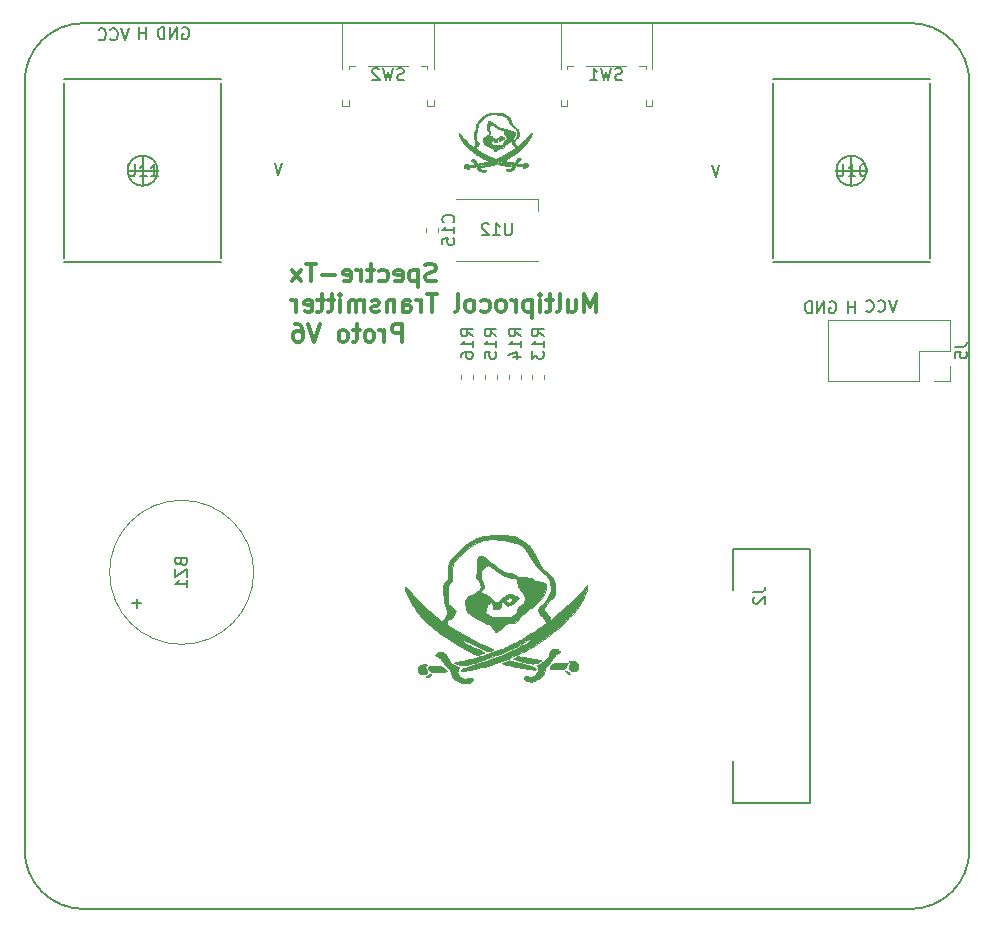
<source format=gbr>
%TF.GenerationSoftware,KiCad,Pcbnew,5.1.6-c6e7f7d~86~ubuntu20.04.1*%
%TF.CreationDate,2020-05-16T11:05:40+02:00*%
%TF.ProjectId,esp32_radio,65737033-325f-4726-9164-696f2e6b6963,V0.1*%
%TF.SameCoordinates,Original*%
%TF.FileFunction,Legend,Bot*%
%TF.FilePolarity,Positive*%
%FSLAX46Y46*%
G04 Gerber Fmt 4.6, Leading zero omitted, Abs format (unit mm)*
G04 Created by KiCad (PCBNEW 5.1.6-c6e7f7d~86~ubuntu20.04.1) date 2020-05-16 11:05:40*
%MOMM*%
%LPD*%
G01*
G04 APERTURE LIST*
%ADD10C,0.300000*%
%TA.AperFunction,Profile*%
%ADD11C,0.150000*%
%TD*%
%ADD12C,0.150000*%
%ADD13C,0.120000*%
%ADD14C,0.010000*%
G04 APERTURE END LIST*
D10*
X141990142Y-60895142D02*
X141775857Y-60966571D01*
X141418714Y-60966571D01*
X141275857Y-60895142D01*
X141204428Y-60823714D01*
X141133000Y-60680857D01*
X141133000Y-60538000D01*
X141204428Y-60395142D01*
X141275857Y-60323714D01*
X141418714Y-60252285D01*
X141704428Y-60180857D01*
X141847285Y-60109428D01*
X141918714Y-60038000D01*
X141990142Y-59895142D01*
X141990142Y-59752285D01*
X141918714Y-59609428D01*
X141847285Y-59538000D01*
X141704428Y-59466571D01*
X141347285Y-59466571D01*
X141133000Y-59538000D01*
X140490142Y-59966571D02*
X140490142Y-61466571D01*
X140490142Y-60038000D02*
X140347285Y-59966571D01*
X140061571Y-59966571D01*
X139918714Y-60038000D01*
X139847285Y-60109428D01*
X139775857Y-60252285D01*
X139775857Y-60680857D01*
X139847285Y-60823714D01*
X139918714Y-60895142D01*
X140061571Y-60966571D01*
X140347285Y-60966571D01*
X140490142Y-60895142D01*
X138561571Y-60895142D02*
X138704428Y-60966571D01*
X138990142Y-60966571D01*
X139133000Y-60895142D01*
X139204428Y-60752285D01*
X139204428Y-60180857D01*
X139133000Y-60038000D01*
X138990142Y-59966571D01*
X138704428Y-59966571D01*
X138561571Y-60038000D01*
X138490142Y-60180857D01*
X138490142Y-60323714D01*
X139204428Y-60466571D01*
X137204428Y-60895142D02*
X137347285Y-60966571D01*
X137633000Y-60966571D01*
X137775857Y-60895142D01*
X137847285Y-60823714D01*
X137918714Y-60680857D01*
X137918714Y-60252285D01*
X137847285Y-60109428D01*
X137775857Y-60038000D01*
X137633000Y-59966571D01*
X137347285Y-59966571D01*
X137204428Y-60038000D01*
X136775857Y-59966571D02*
X136204428Y-59966571D01*
X136561571Y-59466571D02*
X136561571Y-60752285D01*
X136490142Y-60895142D01*
X136347285Y-60966571D01*
X136204428Y-60966571D01*
X135704428Y-60966571D02*
X135704428Y-59966571D01*
X135704428Y-60252285D02*
X135633000Y-60109428D01*
X135561571Y-60038000D01*
X135418714Y-59966571D01*
X135275857Y-59966571D01*
X134204428Y-60895142D02*
X134347285Y-60966571D01*
X134633000Y-60966571D01*
X134775857Y-60895142D01*
X134847285Y-60752285D01*
X134847285Y-60180857D01*
X134775857Y-60038000D01*
X134633000Y-59966571D01*
X134347285Y-59966571D01*
X134204428Y-60038000D01*
X134133000Y-60180857D01*
X134133000Y-60323714D01*
X134847285Y-60466571D01*
X133490142Y-60395142D02*
X132347285Y-60395142D01*
X131847285Y-59466571D02*
X130990142Y-59466571D01*
X131418714Y-60966571D02*
X131418714Y-59466571D01*
X130633000Y-60966571D02*
X129847285Y-59966571D01*
X130633000Y-59966571D02*
X129847285Y-60966571D01*
X155561571Y-63516571D02*
X155561571Y-62016571D01*
X155061571Y-63088000D01*
X154561571Y-62016571D01*
X154561571Y-63516571D01*
X153204428Y-62516571D02*
X153204428Y-63516571D01*
X153847285Y-62516571D02*
X153847285Y-63302285D01*
X153775857Y-63445142D01*
X153633000Y-63516571D01*
X153418714Y-63516571D01*
X153275857Y-63445142D01*
X153204428Y-63373714D01*
X152275857Y-63516571D02*
X152418714Y-63445142D01*
X152490142Y-63302285D01*
X152490142Y-62016571D01*
X151918714Y-62516571D02*
X151347285Y-62516571D01*
X151704428Y-62016571D02*
X151704428Y-63302285D01*
X151633000Y-63445142D01*
X151490142Y-63516571D01*
X151347285Y-63516571D01*
X150847285Y-63516571D02*
X150847285Y-62516571D01*
X150847285Y-62016571D02*
X150918714Y-62088000D01*
X150847285Y-62159428D01*
X150775857Y-62088000D01*
X150847285Y-62016571D01*
X150847285Y-62159428D01*
X150133000Y-62516571D02*
X150133000Y-64016571D01*
X150133000Y-62588000D02*
X149990142Y-62516571D01*
X149704428Y-62516571D01*
X149561571Y-62588000D01*
X149490142Y-62659428D01*
X149418714Y-62802285D01*
X149418714Y-63230857D01*
X149490142Y-63373714D01*
X149561571Y-63445142D01*
X149704428Y-63516571D01*
X149990142Y-63516571D01*
X150133000Y-63445142D01*
X148775857Y-63516571D02*
X148775857Y-62516571D01*
X148775857Y-62802285D02*
X148704428Y-62659428D01*
X148633000Y-62588000D01*
X148490142Y-62516571D01*
X148347285Y-62516571D01*
X147633000Y-63516571D02*
X147775857Y-63445142D01*
X147847285Y-63373714D01*
X147918714Y-63230857D01*
X147918714Y-62802285D01*
X147847285Y-62659428D01*
X147775857Y-62588000D01*
X147633000Y-62516571D01*
X147418714Y-62516571D01*
X147275857Y-62588000D01*
X147204428Y-62659428D01*
X147133000Y-62802285D01*
X147133000Y-63230857D01*
X147204428Y-63373714D01*
X147275857Y-63445142D01*
X147418714Y-63516571D01*
X147633000Y-63516571D01*
X145847285Y-63445142D02*
X145990142Y-63516571D01*
X146275857Y-63516571D01*
X146418714Y-63445142D01*
X146490142Y-63373714D01*
X146561571Y-63230857D01*
X146561571Y-62802285D01*
X146490142Y-62659428D01*
X146418714Y-62588000D01*
X146275857Y-62516571D01*
X145990142Y-62516571D01*
X145847285Y-62588000D01*
X144990142Y-63516571D02*
X145133000Y-63445142D01*
X145204428Y-63373714D01*
X145275857Y-63230857D01*
X145275857Y-62802285D01*
X145204428Y-62659428D01*
X145133000Y-62588000D01*
X144990142Y-62516571D01*
X144775857Y-62516571D01*
X144633000Y-62588000D01*
X144561571Y-62659428D01*
X144490142Y-62802285D01*
X144490142Y-63230857D01*
X144561571Y-63373714D01*
X144633000Y-63445142D01*
X144775857Y-63516571D01*
X144990142Y-63516571D01*
X143633000Y-63516571D02*
X143775857Y-63445142D01*
X143847285Y-63302285D01*
X143847285Y-62016571D01*
X142133000Y-62016571D02*
X141275857Y-62016571D01*
X141704428Y-63516571D02*
X141704428Y-62016571D01*
X140775857Y-63516571D02*
X140775857Y-62516571D01*
X140775857Y-62802285D02*
X140704428Y-62659428D01*
X140633000Y-62588000D01*
X140490142Y-62516571D01*
X140347285Y-62516571D01*
X139204428Y-63516571D02*
X139204428Y-62730857D01*
X139275857Y-62588000D01*
X139418714Y-62516571D01*
X139704428Y-62516571D01*
X139847285Y-62588000D01*
X139204428Y-63445142D02*
X139347285Y-63516571D01*
X139704428Y-63516571D01*
X139847285Y-63445142D01*
X139918714Y-63302285D01*
X139918714Y-63159428D01*
X139847285Y-63016571D01*
X139704428Y-62945142D01*
X139347285Y-62945142D01*
X139204428Y-62873714D01*
X138490142Y-62516571D02*
X138490142Y-63516571D01*
X138490142Y-62659428D02*
X138418714Y-62588000D01*
X138275857Y-62516571D01*
X138061571Y-62516571D01*
X137918714Y-62588000D01*
X137847285Y-62730857D01*
X137847285Y-63516571D01*
X137204428Y-63445142D02*
X137061571Y-63516571D01*
X136775857Y-63516571D01*
X136633000Y-63445142D01*
X136561571Y-63302285D01*
X136561571Y-63230857D01*
X136633000Y-63088000D01*
X136775857Y-63016571D01*
X136990142Y-63016571D01*
X137133000Y-62945142D01*
X137204428Y-62802285D01*
X137204428Y-62730857D01*
X137133000Y-62588000D01*
X136990142Y-62516571D01*
X136775857Y-62516571D01*
X136633000Y-62588000D01*
X135918714Y-63516571D02*
X135918714Y-62516571D01*
X135918714Y-62659428D02*
X135847285Y-62588000D01*
X135704428Y-62516571D01*
X135490142Y-62516571D01*
X135347285Y-62588000D01*
X135275857Y-62730857D01*
X135275857Y-63516571D01*
X135275857Y-62730857D02*
X135204428Y-62588000D01*
X135061571Y-62516571D01*
X134847285Y-62516571D01*
X134704428Y-62588000D01*
X134633000Y-62730857D01*
X134633000Y-63516571D01*
X133918714Y-63516571D02*
X133918714Y-62516571D01*
X133918714Y-62016571D02*
X133990142Y-62088000D01*
X133918714Y-62159428D01*
X133847285Y-62088000D01*
X133918714Y-62016571D01*
X133918714Y-62159428D01*
X133418714Y-62516571D02*
X132847285Y-62516571D01*
X133204428Y-62016571D02*
X133204428Y-63302285D01*
X133133000Y-63445142D01*
X132990142Y-63516571D01*
X132847285Y-63516571D01*
X132561571Y-62516571D02*
X131990142Y-62516571D01*
X132347285Y-62016571D02*
X132347285Y-63302285D01*
X132275857Y-63445142D01*
X132133000Y-63516571D01*
X131990142Y-63516571D01*
X130918714Y-63445142D02*
X131061571Y-63516571D01*
X131347285Y-63516571D01*
X131490142Y-63445142D01*
X131561571Y-63302285D01*
X131561571Y-62730857D01*
X131490142Y-62588000D01*
X131347285Y-62516571D01*
X131061571Y-62516571D01*
X130918714Y-62588000D01*
X130847285Y-62730857D01*
X130847285Y-62873714D01*
X131561571Y-63016571D01*
X130204428Y-63516571D02*
X130204428Y-62516571D01*
X130204428Y-62802285D02*
X130133000Y-62659428D01*
X130061571Y-62588000D01*
X129918714Y-62516571D01*
X129775857Y-62516571D01*
X139133000Y-66066571D02*
X139133000Y-64566571D01*
X138561571Y-64566571D01*
X138418714Y-64638000D01*
X138347285Y-64709428D01*
X138275857Y-64852285D01*
X138275857Y-65066571D01*
X138347285Y-65209428D01*
X138418714Y-65280857D01*
X138561571Y-65352285D01*
X139133000Y-65352285D01*
X137633000Y-66066571D02*
X137633000Y-65066571D01*
X137633000Y-65352285D02*
X137561571Y-65209428D01*
X137490142Y-65138000D01*
X137347285Y-65066571D01*
X137204428Y-65066571D01*
X136490142Y-66066571D02*
X136633000Y-65995142D01*
X136704428Y-65923714D01*
X136775857Y-65780857D01*
X136775857Y-65352285D01*
X136704428Y-65209428D01*
X136633000Y-65138000D01*
X136490142Y-65066571D01*
X136275857Y-65066571D01*
X136133000Y-65138000D01*
X136061571Y-65209428D01*
X135990142Y-65352285D01*
X135990142Y-65780857D01*
X136061571Y-65923714D01*
X136133000Y-65995142D01*
X136275857Y-66066571D01*
X136490142Y-66066571D01*
X135561571Y-65066571D02*
X134990142Y-65066571D01*
X135347285Y-64566571D02*
X135347285Y-65852285D01*
X135275857Y-65995142D01*
X135133000Y-66066571D01*
X134990142Y-66066571D01*
X134275857Y-66066571D02*
X134418714Y-65995142D01*
X134490142Y-65923714D01*
X134561571Y-65780857D01*
X134561571Y-65352285D01*
X134490142Y-65209428D01*
X134418714Y-65138000D01*
X134275857Y-65066571D01*
X134061571Y-65066571D01*
X133918714Y-65138000D01*
X133847285Y-65209428D01*
X133775857Y-65352285D01*
X133775857Y-65780857D01*
X133847285Y-65923714D01*
X133918714Y-65995142D01*
X134061571Y-66066571D01*
X134275857Y-66066571D01*
X132204428Y-64566571D02*
X131704428Y-66066571D01*
X131204428Y-64566571D01*
X130061571Y-64566571D02*
X130347285Y-64566571D01*
X130490142Y-64638000D01*
X130561571Y-64709428D01*
X130704428Y-64923714D01*
X130775857Y-65209428D01*
X130775857Y-65780857D01*
X130704428Y-65923714D01*
X130633000Y-65995142D01*
X130490142Y-66066571D01*
X130204428Y-66066571D01*
X130061571Y-65995142D01*
X129990142Y-65923714D01*
X129918714Y-65780857D01*
X129918714Y-65423714D01*
X129990142Y-65280857D01*
X130061571Y-65209428D01*
X130204428Y-65138000D01*
X130490142Y-65138000D01*
X130633000Y-65209428D01*
X130704428Y-65280857D01*
X130775857Y-65423714D01*
D11*
X107188000Y-109088000D02*
G75*
G03*
X112188000Y-114088000I5000000J0D01*
G01*
X182188000Y-114088000D02*
G75*
G03*
X187188000Y-109088000I0J5000000D01*
G01*
X187188000Y-44088000D02*
G75*
G03*
X182188000Y-39088000I-5000000J0D01*
G01*
X112188000Y-39088000D02*
G75*
G03*
X107188000Y-44088000I0J-5000000D01*
G01*
X182188000Y-39088000D02*
X112188000Y-39088000D01*
X187188000Y-109088000D02*
X187188000Y-44088000D01*
X112188000Y-114088000D02*
X182188000Y-114088000D01*
X107188000Y-44088000D02*
X107188000Y-109088000D01*
D12*
X167188000Y-83588000D02*
X173688000Y-83588000D01*
X173688000Y-83588000D02*
X173688000Y-105088000D01*
X173688000Y-105088000D02*
X167188000Y-105088000D01*
X167188000Y-105088000D02*
X167188000Y-101588000D01*
X167188000Y-83588000D02*
X167188000Y-87088000D01*
D13*
X159768000Y-42753000D02*
X159768000Y-42983000D01*
X160288000Y-39083000D02*
X152568000Y-39083000D01*
X152568000Y-39083000D02*
X152568000Y-42983000D01*
X160288000Y-46093000D02*
X159768000Y-46093000D01*
X160288000Y-39083000D02*
X160288000Y-42983000D01*
X153088000Y-42753000D02*
X153088000Y-42983000D01*
X159768000Y-45583000D02*
X159768000Y-46093000D01*
X160288000Y-45583000D02*
X160288000Y-46093000D01*
X153628000Y-42753000D02*
X153088000Y-42753000D01*
X153088000Y-45583000D02*
X153088000Y-46093000D01*
X153088000Y-46093000D02*
X152568000Y-46093000D01*
X152568000Y-45583000D02*
X152568000Y-46093000D01*
X159768000Y-42753000D02*
X159228000Y-42753000D01*
X158128000Y-42753000D02*
X154728000Y-42753000D01*
X141298000Y-42753000D02*
X141298000Y-42983000D01*
X141818000Y-39083000D02*
X134098000Y-39083000D01*
X134098000Y-39083000D02*
X134098000Y-42983000D01*
X141818000Y-46093000D02*
X141298000Y-46093000D01*
X141818000Y-39083000D02*
X141818000Y-42983000D01*
X134618000Y-42753000D02*
X134618000Y-42983000D01*
X141298000Y-45583000D02*
X141298000Y-46093000D01*
X141818000Y-45583000D02*
X141818000Y-46093000D01*
X135158000Y-42753000D02*
X134618000Y-42753000D01*
X134618000Y-45583000D02*
X134618000Y-46093000D01*
X134618000Y-46093000D02*
X134098000Y-46093000D01*
X134098000Y-45583000D02*
X134098000Y-46093000D01*
X141298000Y-42753000D02*
X140758000Y-42753000D01*
X139658000Y-42753000D02*
X136258000Y-42753000D01*
D12*
X178458000Y-51588000D02*
G75*
G03*
X178458000Y-51588000I-1270000J0D01*
G01*
X177188000Y-50318000D02*
X177188000Y-52858000D01*
X178458000Y-51588000D02*
X175918000Y-51588000D01*
X183838000Y-43838000D02*
X170538000Y-43838000D01*
X170538000Y-58988000D02*
X170538000Y-44188000D01*
X183838000Y-44188000D02*
X183838000Y-58988000D01*
X183838000Y-59338000D02*
X170538000Y-59338000D01*
X118458000Y-51588000D02*
G75*
G03*
X118458000Y-51588000I-1270000J0D01*
G01*
X117188000Y-52858000D02*
X117188000Y-50318000D01*
X115918000Y-51588000D02*
X118458000Y-51588000D01*
X110538000Y-59338000D02*
X123838000Y-59338000D01*
X123838000Y-44188000D02*
X123838000Y-58988000D01*
X110538000Y-58988000D02*
X110538000Y-44188000D01*
X110538000Y-43838000D02*
X123838000Y-43838000D01*
D13*
X141178000Y-56750779D02*
X141178000Y-56425221D01*
X142198000Y-56750779D02*
X142198000Y-56425221D01*
X145198000Y-68925221D02*
X145198000Y-69250779D01*
X144178000Y-68925221D02*
X144178000Y-69250779D01*
X147198000Y-68925221D02*
X147198000Y-69250779D01*
X146178000Y-68925221D02*
X146178000Y-69250779D01*
X149198000Y-68925221D02*
X149198000Y-69250779D01*
X148178000Y-68925221D02*
X148178000Y-69250779D01*
X151198000Y-68925221D02*
X151198000Y-69250779D01*
X150178000Y-68925221D02*
X150178000Y-69250779D01*
D14*
G36*
X148053911Y-87788935D02*
G01*
X148045250Y-87826000D01*
X148067845Y-87877077D01*
X148115966Y-87888234D01*
X148156375Y-87857750D01*
X148160513Y-87804495D01*
X148119225Y-87767272D01*
X148091002Y-87762500D01*
X148053911Y-87788935D01*
G37*
X148053911Y-87788935D02*
X148045250Y-87826000D01*
X148067845Y-87877077D01*
X148115966Y-87888234D01*
X148156375Y-87857750D01*
X148160513Y-87804495D01*
X148119225Y-87767272D01*
X148091002Y-87762500D01*
X148053911Y-87788935D01*
G36*
X145696722Y-84184858D02*
G01*
X145636513Y-84218270D01*
X145587497Y-84280591D01*
X145548307Y-84377114D01*
X145517573Y-84513136D01*
X145493927Y-84693949D01*
X145476000Y-84924849D01*
X145462425Y-85211129D01*
X145456569Y-85385710D01*
X145436862Y-86041045D01*
X145555163Y-86195335D01*
X145648387Y-86330812D01*
X145729122Y-86473706D01*
X145789090Y-86607093D01*
X145820012Y-86714052D01*
X145822440Y-86741701D01*
X145793920Y-86870978D01*
X145712684Y-87010316D01*
X145586737Y-87151191D01*
X145424082Y-87285077D01*
X145232721Y-87403447D01*
X145172771Y-87433766D01*
X145061252Y-87484795D01*
X144968523Y-87522482D01*
X144912037Y-87539827D01*
X144907219Y-87540250D01*
X144812666Y-87565729D01*
X144707740Y-87632058D01*
X144611976Y-87724071D01*
X144548636Y-87818623D01*
X144516609Y-87893460D01*
X144498119Y-87967055D01*
X144491036Y-88057865D01*
X144493226Y-88184351D01*
X144497053Y-88265216D01*
X144523483Y-88522509D01*
X144575534Y-88730839D01*
X144657081Y-88900902D01*
X144771997Y-89043397D01*
X144782634Y-89053816D01*
X144877983Y-89131200D01*
X145022940Y-89229505D01*
X145209083Y-89343876D01*
X145427987Y-89469455D01*
X145671229Y-89601386D01*
X145930385Y-89734813D01*
X146153195Y-89844008D01*
X146334158Y-89932536D01*
X146470945Y-90006955D01*
X146577537Y-90078662D01*
X146667910Y-90159049D01*
X146756045Y-90259514D01*
X146855918Y-90391449D01*
X146900650Y-90453312D01*
X146978208Y-90555605D01*
X147045442Y-90634130D01*
X147091943Y-90677148D01*
X147103235Y-90681800D01*
X147145178Y-90661536D01*
X147217838Y-90610363D01*
X147296487Y-90546862D01*
X147389217Y-90465738D01*
X147508851Y-90358317D01*
X147636168Y-90241945D01*
X147700748Y-90182047D01*
X147851066Y-90047823D01*
X147976166Y-89954544D01*
X148092262Y-89895035D01*
X148215565Y-89862120D01*
X148362289Y-89848623D01*
X148458000Y-89846879D01*
X148727875Y-89846059D01*
X149251750Y-89318441D01*
X149429932Y-89140357D01*
X149574329Y-89000109D01*
X149694780Y-88889388D01*
X149801124Y-88799887D01*
X149903201Y-88723298D01*
X150010849Y-88651312D01*
X150125488Y-88580673D01*
X150435773Y-88371184D01*
X150694370Y-88142923D01*
X150912756Y-87883607D01*
X150935981Y-87846544D01*
X149552094Y-87846544D01*
X149544121Y-87973287D01*
X149504329Y-88096529D01*
X149489672Y-88127625D01*
X149432573Y-88215196D01*
X149349352Y-88287346D01*
X149237350Y-88352489D01*
X149096555Y-88435276D01*
X149003139Y-88521016D01*
X148943922Y-88628078D01*
X148905724Y-88774834D01*
X148896726Y-88827257D01*
X148865792Y-88977103D01*
X148822694Y-89080796D01*
X148756430Y-89155673D01*
X148655998Y-89219071D01*
X148644225Y-89225155D01*
X148500231Y-89289476D01*
X148347228Y-89337366D01*
X148174130Y-89370454D01*
X147969853Y-89390366D01*
X147723312Y-89398731D01*
X147467677Y-89397909D01*
X146874228Y-89388993D01*
X146610427Y-89259865D01*
X146481229Y-89193413D01*
X146363953Y-89127440D01*
X146277800Y-89072946D01*
X146257194Y-89057517D01*
X146167762Y-88984297D01*
X146220669Y-88746461D01*
X146258725Y-88593664D01*
X146300715Y-88480067D01*
X146358712Y-88381890D01*
X146444786Y-88275357D01*
X146479766Y-88236134D01*
X146584269Y-88142947D01*
X146672525Y-88110426D01*
X146742529Y-88137354D01*
X146792274Y-88222515D01*
X146819756Y-88364693D01*
X146824281Y-88445125D01*
X146827576Y-88553460D01*
X146831278Y-88637858D01*
X146833861Y-88672891D01*
X146862848Y-88692652D01*
X146946078Y-88703240D01*
X147087596Y-88705109D01*
X147115329Y-88704641D01*
X147248493Y-88701190D01*
X147333838Y-88693928D01*
X147387031Y-88677786D01*
X147423742Y-88647690D01*
X147459639Y-88598571D01*
X147464275Y-88591692D01*
X147514137Y-88494682D01*
X147521880Y-88397980D01*
X147517691Y-88365736D01*
X147513473Y-88233780D01*
X147546732Y-88149788D01*
X147611753Y-88115175D01*
X147702819Y-88131354D01*
X147814217Y-88199740D01*
X147894446Y-88272475D01*
X147998311Y-88368282D01*
X148071066Y-88412401D01*
X148104516Y-88413769D01*
X148183712Y-88377404D01*
X148300683Y-88315652D01*
X148439853Y-88237567D01*
X148585649Y-88152204D01*
X148722498Y-88068619D01*
X148834825Y-87995867D01*
X148887547Y-87958497D01*
X148984801Y-87876292D01*
X148422820Y-87876292D01*
X148418671Y-87975143D01*
X148369133Y-88069469D01*
X148283375Y-88138327D01*
X148185193Y-88157929D01*
X148081498Y-88118401D01*
X148032021Y-88078445D01*
X147976521Y-87988182D01*
X147971628Y-87888300D01*
X148010208Y-87795609D01*
X148085129Y-87726916D01*
X148189257Y-87699030D01*
X148193046Y-87699000D01*
X148306998Y-87723579D01*
X148384593Y-87787557D01*
X148422820Y-87876292D01*
X148984801Y-87876292D01*
X148993105Y-87869273D01*
X149044894Y-87795769D01*
X149041297Y-87730156D01*
X148980698Y-87664607D01*
X148861481Y-87591293D01*
X148805776Y-87562435D01*
X148581156Y-87469481D01*
X148371376Y-87422239D01*
X148186148Y-87422383D01*
X148103798Y-87441395D01*
X148035584Y-87477239D01*
X147936013Y-87546174D01*
X147819708Y-87637492D01*
X147726166Y-87717921D01*
X147539872Y-87876340D01*
X147376325Y-87998192D01*
X147240565Y-88080295D01*
X147137632Y-88119467D01*
X147089256Y-88120035D01*
X147044295Y-88093185D01*
X146964019Y-88030826D01*
X146858809Y-87941537D01*
X146739047Y-87833900D01*
X146706595Y-87803769D01*
X146567931Y-87675393D01*
X146462464Y-87583375D01*
X146377556Y-87520126D01*
X146300570Y-87478057D01*
X146218867Y-87449579D01*
X146119811Y-87427102D01*
X146060735Y-87415911D01*
X145916185Y-87381039D01*
X145828905Y-87338991D01*
X145792781Y-87286437D01*
X145791000Y-87269079D01*
X145810516Y-87225824D01*
X145861764Y-87151397D01*
X145933799Y-87061645D01*
X145936362Y-87058655D01*
X146013476Y-86966369D01*
X146075577Y-86887548D01*
X146109052Y-86839514D01*
X146110656Y-86790264D01*
X146083148Y-86697124D01*
X146025153Y-86556075D01*
X145973206Y-86442639D01*
X145903189Y-86290958D01*
X145856585Y-86178629D01*
X145828588Y-86088122D01*
X145814390Y-86001902D01*
X145809188Y-85902439D01*
X145808453Y-85841625D01*
X145810559Y-85703721D01*
X145822549Y-85604466D01*
X145849852Y-85519163D01*
X145897897Y-85423118D01*
X145902125Y-85415448D01*
X146007842Y-85266949D01*
X146140449Y-85144447D01*
X146286734Y-85055944D01*
X146433483Y-85009441D01*
X146567028Y-85012824D01*
X146621158Y-85041847D01*
X146709098Y-85106086D01*
X146819215Y-85196401D01*
X146939878Y-85303654D01*
X146954593Y-85317303D01*
X147233287Y-85547891D01*
X147530538Y-85740628D01*
X147835386Y-85890005D01*
X148136867Y-85990512D01*
X148378625Y-86033058D01*
X148573776Y-86059638D01*
X148715359Y-86102540D01*
X148812918Y-86171062D01*
X148875996Y-86274504D01*
X148914137Y-86422167D01*
X148932610Y-86572886D01*
X148951020Y-86727990D01*
X148975300Y-86834883D01*
X149009425Y-86908827D01*
X149026028Y-86931743D01*
X149215138Y-87173951D01*
X149359768Y-87380004D01*
X149462449Y-87556434D01*
X149525714Y-87709770D01*
X149552094Y-87846544D01*
X150935981Y-87846544D01*
X151102411Y-87580953D01*
X151156921Y-87476892D01*
X151274289Y-87217987D01*
X151348084Y-86994862D01*
X151377838Y-86809911D01*
X151363084Y-86665528D01*
X151329448Y-86594633D01*
X151253617Y-86517967D01*
X151141997Y-86460296D01*
X150984366Y-86417372D01*
X150848878Y-86394879D01*
X150666689Y-86365501D01*
X150530280Y-86331779D01*
X150421950Y-86287862D01*
X150323997Y-86227899D01*
X150307426Y-86215925D01*
X150210654Y-86151544D01*
X150112014Y-86103624D01*
X149998495Y-86068901D01*
X149857090Y-86044111D01*
X149674791Y-86025988D01*
X149506636Y-86014993D01*
X149271826Y-85999152D01*
X149092061Y-85980499D01*
X148958890Y-85957054D01*
X148863861Y-85926835D01*
X148798526Y-85887861D01*
X148754829Y-85838760D01*
X148707879Y-85778801D01*
X148650533Y-85736691D01*
X148569538Y-85707699D01*
X148451644Y-85687096D01*
X148283602Y-85670149D01*
X148282254Y-85670035D01*
X148154306Y-85656111D01*
X148037976Y-85634589D01*
X147925972Y-85601366D01*
X147811000Y-85552343D01*
X147685769Y-85483420D01*
X147542985Y-85390495D01*
X147375355Y-85269469D01*
X147175587Y-85116240D01*
X146936388Y-84926708D01*
X146880233Y-84881726D01*
X146630962Y-84683840D01*
X146423718Y-84524395D01*
X146252904Y-84399831D01*
X146112921Y-84306585D01*
X145998173Y-84241098D01*
X145903062Y-84199807D01*
X145821991Y-84179152D01*
X145769492Y-84175060D01*
X145696722Y-84184858D01*
G37*
X145696722Y-84184858D02*
X145636513Y-84218270D01*
X145587497Y-84280591D01*
X145548307Y-84377114D01*
X145517573Y-84513136D01*
X145493927Y-84693949D01*
X145476000Y-84924849D01*
X145462425Y-85211129D01*
X145456569Y-85385710D01*
X145436862Y-86041045D01*
X145555163Y-86195335D01*
X145648387Y-86330812D01*
X145729122Y-86473706D01*
X145789090Y-86607093D01*
X145820012Y-86714052D01*
X145822440Y-86741701D01*
X145793920Y-86870978D01*
X145712684Y-87010316D01*
X145586737Y-87151191D01*
X145424082Y-87285077D01*
X145232721Y-87403447D01*
X145172771Y-87433766D01*
X145061252Y-87484795D01*
X144968523Y-87522482D01*
X144912037Y-87539827D01*
X144907219Y-87540250D01*
X144812666Y-87565729D01*
X144707740Y-87632058D01*
X144611976Y-87724071D01*
X144548636Y-87818623D01*
X144516609Y-87893460D01*
X144498119Y-87967055D01*
X144491036Y-88057865D01*
X144493226Y-88184351D01*
X144497053Y-88265216D01*
X144523483Y-88522509D01*
X144575534Y-88730839D01*
X144657081Y-88900902D01*
X144771997Y-89043397D01*
X144782634Y-89053816D01*
X144877983Y-89131200D01*
X145022940Y-89229505D01*
X145209083Y-89343876D01*
X145427987Y-89469455D01*
X145671229Y-89601386D01*
X145930385Y-89734813D01*
X146153195Y-89844008D01*
X146334158Y-89932536D01*
X146470945Y-90006955D01*
X146577537Y-90078662D01*
X146667910Y-90159049D01*
X146756045Y-90259514D01*
X146855918Y-90391449D01*
X146900650Y-90453312D01*
X146978208Y-90555605D01*
X147045442Y-90634130D01*
X147091943Y-90677148D01*
X147103235Y-90681800D01*
X147145178Y-90661536D01*
X147217838Y-90610363D01*
X147296487Y-90546862D01*
X147389217Y-90465738D01*
X147508851Y-90358317D01*
X147636168Y-90241945D01*
X147700748Y-90182047D01*
X147851066Y-90047823D01*
X147976166Y-89954544D01*
X148092262Y-89895035D01*
X148215565Y-89862120D01*
X148362289Y-89848623D01*
X148458000Y-89846879D01*
X148727875Y-89846059D01*
X149251750Y-89318441D01*
X149429932Y-89140357D01*
X149574329Y-89000109D01*
X149694780Y-88889388D01*
X149801124Y-88799887D01*
X149903201Y-88723298D01*
X150010849Y-88651312D01*
X150125488Y-88580673D01*
X150435773Y-88371184D01*
X150694370Y-88142923D01*
X150912756Y-87883607D01*
X150935981Y-87846544D01*
X149552094Y-87846544D01*
X149544121Y-87973287D01*
X149504329Y-88096529D01*
X149489672Y-88127625D01*
X149432573Y-88215196D01*
X149349352Y-88287346D01*
X149237350Y-88352489D01*
X149096555Y-88435276D01*
X149003139Y-88521016D01*
X148943922Y-88628078D01*
X148905724Y-88774834D01*
X148896726Y-88827257D01*
X148865792Y-88977103D01*
X148822694Y-89080796D01*
X148756430Y-89155673D01*
X148655998Y-89219071D01*
X148644225Y-89225155D01*
X148500231Y-89289476D01*
X148347228Y-89337366D01*
X148174130Y-89370454D01*
X147969853Y-89390366D01*
X147723312Y-89398731D01*
X147467677Y-89397909D01*
X146874228Y-89388993D01*
X146610427Y-89259865D01*
X146481229Y-89193413D01*
X146363953Y-89127440D01*
X146277800Y-89072946D01*
X146257194Y-89057517D01*
X146167762Y-88984297D01*
X146220669Y-88746461D01*
X146258725Y-88593664D01*
X146300715Y-88480067D01*
X146358712Y-88381890D01*
X146444786Y-88275357D01*
X146479766Y-88236134D01*
X146584269Y-88142947D01*
X146672525Y-88110426D01*
X146742529Y-88137354D01*
X146792274Y-88222515D01*
X146819756Y-88364693D01*
X146824281Y-88445125D01*
X146827576Y-88553460D01*
X146831278Y-88637858D01*
X146833861Y-88672891D01*
X146862848Y-88692652D01*
X146946078Y-88703240D01*
X147087596Y-88705109D01*
X147115329Y-88704641D01*
X147248493Y-88701190D01*
X147333838Y-88693928D01*
X147387031Y-88677786D01*
X147423742Y-88647690D01*
X147459639Y-88598571D01*
X147464275Y-88591692D01*
X147514137Y-88494682D01*
X147521880Y-88397980D01*
X147517691Y-88365736D01*
X147513473Y-88233780D01*
X147546732Y-88149788D01*
X147611753Y-88115175D01*
X147702819Y-88131354D01*
X147814217Y-88199740D01*
X147894446Y-88272475D01*
X147998311Y-88368282D01*
X148071066Y-88412401D01*
X148104516Y-88413769D01*
X148183712Y-88377404D01*
X148300683Y-88315652D01*
X148439853Y-88237567D01*
X148585649Y-88152204D01*
X148722498Y-88068619D01*
X148834825Y-87995867D01*
X148887547Y-87958497D01*
X148984801Y-87876292D01*
X148422820Y-87876292D01*
X148418671Y-87975143D01*
X148369133Y-88069469D01*
X148283375Y-88138327D01*
X148185193Y-88157929D01*
X148081498Y-88118401D01*
X148032021Y-88078445D01*
X147976521Y-87988182D01*
X147971628Y-87888300D01*
X148010208Y-87795609D01*
X148085129Y-87726916D01*
X148189257Y-87699030D01*
X148193046Y-87699000D01*
X148306998Y-87723579D01*
X148384593Y-87787557D01*
X148422820Y-87876292D01*
X148984801Y-87876292D01*
X148993105Y-87869273D01*
X149044894Y-87795769D01*
X149041297Y-87730156D01*
X148980698Y-87664607D01*
X148861481Y-87591293D01*
X148805776Y-87562435D01*
X148581156Y-87469481D01*
X148371376Y-87422239D01*
X148186148Y-87422383D01*
X148103798Y-87441395D01*
X148035584Y-87477239D01*
X147936013Y-87546174D01*
X147819708Y-87637492D01*
X147726166Y-87717921D01*
X147539872Y-87876340D01*
X147376325Y-87998192D01*
X147240565Y-88080295D01*
X147137632Y-88119467D01*
X147089256Y-88120035D01*
X147044295Y-88093185D01*
X146964019Y-88030826D01*
X146858809Y-87941537D01*
X146739047Y-87833900D01*
X146706595Y-87803769D01*
X146567931Y-87675393D01*
X146462464Y-87583375D01*
X146377556Y-87520126D01*
X146300570Y-87478057D01*
X146218867Y-87449579D01*
X146119811Y-87427102D01*
X146060735Y-87415911D01*
X145916185Y-87381039D01*
X145828905Y-87338991D01*
X145792781Y-87286437D01*
X145791000Y-87269079D01*
X145810516Y-87225824D01*
X145861764Y-87151397D01*
X145933799Y-87061645D01*
X145936362Y-87058655D01*
X146013476Y-86966369D01*
X146075577Y-86887548D01*
X146109052Y-86839514D01*
X146110656Y-86790264D01*
X146083148Y-86697124D01*
X146025153Y-86556075D01*
X145973206Y-86442639D01*
X145903189Y-86290958D01*
X145856585Y-86178629D01*
X145828588Y-86088122D01*
X145814390Y-86001902D01*
X145809188Y-85902439D01*
X145808453Y-85841625D01*
X145810559Y-85703721D01*
X145822549Y-85604466D01*
X145849852Y-85519163D01*
X145897897Y-85423118D01*
X145902125Y-85415448D01*
X146007842Y-85266949D01*
X146140449Y-85144447D01*
X146286734Y-85055944D01*
X146433483Y-85009441D01*
X146567028Y-85012824D01*
X146621158Y-85041847D01*
X146709098Y-85106086D01*
X146819215Y-85196401D01*
X146939878Y-85303654D01*
X146954593Y-85317303D01*
X147233287Y-85547891D01*
X147530538Y-85740628D01*
X147835386Y-85890005D01*
X148136867Y-85990512D01*
X148378625Y-86033058D01*
X148573776Y-86059638D01*
X148715359Y-86102540D01*
X148812918Y-86171062D01*
X148875996Y-86274504D01*
X148914137Y-86422167D01*
X148932610Y-86572886D01*
X148951020Y-86727990D01*
X148975300Y-86834883D01*
X149009425Y-86908827D01*
X149026028Y-86931743D01*
X149215138Y-87173951D01*
X149359768Y-87380004D01*
X149462449Y-87556434D01*
X149525714Y-87709770D01*
X149552094Y-87846544D01*
X150935981Y-87846544D01*
X151102411Y-87580953D01*
X151156921Y-87476892D01*
X151274289Y-87217987D01*
X151348084Y-86994862D01*
X151377838Y-86809911D01*
X151363084Y-86665528D01*
X151329448Y-86594633D01*
X151253617Y-86517967D01*
X151141997Y-86460296D01*
X150984366Y-86417372D01*
X150848878Y-86394879D01*
X150666689Y-86365501D01*
X150530280Y-86331779D01*
X150421950Y-86287862D01*
X150323997Y-86227899D01*
X150307426Y-86215925D01*
X150210654Y-86151544D01*
X150112014Y-86103624D01*
X149998495Y-86068901D01*
X149857090Y-86044111D01*
X149674791Y-86025988D01*
X149506636Y-86014993D01*
X149271826Y-85999152D01*
X149092061Y-85980499D01*
X148958890Y-85957054D01*
X148863861Y-85926835D01*
X148798526Y-85887861D01*
X148754829Y-85838760D01*
X148707879Y-85778801D01*
X148650533Y-85736691D01*
X148569538Y-85707699D01*
X148451644Y-85687096D01*
X148283602Y-85670149D01*
X148282254Y-85670035D01*
X148154306Y-85656111D01*
X148037976Y-85634589D01*
X147925972Y-85601366D01*
X147811000Y-85552343D01*
X147685769Y-85483420D01*
X147542985Y-85390495D01*
X147375355Y-85269469D01*
X147175587Y-85116240D01*
X146936388Y-84926708D01*
X146880233Y-84881726D01*
X146630962Y-84683840D01*
X146423718Y-84524395D01*
X146252904Y-84399831D01*
X146112921Y-84306585D01*
X145998173Y-84241098D01*
X145903062Y-84199807D01*
X145821991Y-84179152D01*
X145769492Y-84175060D01*
X145696722Y-84184858D01*
G36*
X148776207Y-92778658D02*
G01*
X148672302Y-92833282D01*
X148596949Y-92881297D01*
X148563237Y-92914103D01*
X148562834Y-92918874D01*
X148597058Y-92939198D01*
X148683509Y-92969861D01*
X148812207Y-93008456D01*
X148973172Y-93052575D01*
X149156422Y-93099811D01*
X149351977Y-93147755D01*
X149549858Y-93194002D01*
X149740083Y-93236142D01*
X149912672Y-93271769D01*
X150057644Y-93298475D01*
X150165020Y-93313853D01*
X150211649Y-93316607D01*
X150308840Y-93306456D01*
X150424656Y-93283744D01*
X150458250Y-93275130D01*
X150588627Y-93232319D01*
X150709943Y-93180431D01*
X150810867Y-93125990D01*
X150880064Y-93075517D01*
X150906202Y-93035533D01*
X150899337Y-93021310D01*
X150865770Y-93013360D01*
X150778642Y-92996714D01*
X150647048Y-92972996D01*
X150480084Y-92943832D01*
X150286843Y-92910846D01*
X150188375Y-92894291D01*
X149967480Y-92856751D01*
X149751418Y-92818974D01*
X149553742Y-92783410D01*
X149388006Y-92752506D01*
X149267762Y-92728711D01*
X149245037Y-92723863D01*
X149000199Y-92670297D01*
X148776207Y-92778658D01*
G37*
X148776207Y-92778658D02*
X148672302Y-92833282D01*
X148596949Y-92881297D01*
X148563237Y-92914103D01*
X148562834Y-92918874D01*
X148597058Y-92939198D01*
X148683509Y-92969861D01*
X148812207Y-93008456D01*
X148973172Y-93052575D01*
X149156422Y-93099811D01*
X149351977Y-93147755D01*
X149549858Y-93194002D01*
X149740083Y-93236142D01*
X149912672Y-93271769D01*
X150057644Y-93298475D01*
X150165020Y-93313853D01*
X150211649Y-93316607D01*
X150308840Y-93306456D01*
X150424656Y-93283744D01*
X150458250Y-93275130D01*
X150588627Y-93232319D01*
X150709943Y-93180431D01*
X150810867Y-93125990D01*
X150880064Y-93075517D01*
X150906202Y-93035533D01*
X150899337Y-93021310D01*
X150865770Y-93013360D01*
X150778642Y-92996714D01*
X150647048Y-92972996D01*
X150480084Y-92943832D01*
X150286843Y-92910846D01*
X150188375Y-92894291D01*
X149967480Y-92856751D01*
X149751418Y-92818974D01*
X149553742Y-92783410D01*
X149388006Y-92752506D01*
X149267762Y-92728711D01*
X149245037Y-92723863D01*
X149000199Y-92670297D01*
X148776207Y-92778658D01*
G36*
X152197922Y-93249945D02*
G01*
X152121150Y-93259631D01*
X152057574Y-93276283D01*
X151994622Y-93301250D01*
X151947626Y-93322791D01*
X151796695Y-93413787D01*
X151690867Y-93521009D01*
X151637769Y-93635777D01*
X151633000Y-93680838D01*
X151637329Y-93728523D01*
X151660841Y-93753035D01*
X151719324Y-93762046D01*
X151802605Y-93763250D01*
X151900078Y-93764621D01*
X152042357Y-93768363D01*
X152210818Y-93773913D01*
X152386834Y-93780711D01*
X152397918Y-93781175D01*
X152590974Y-93787349D01*
X152730467Y-93786781D01*
X152826021Y-93779017D01*
X152887262Y-93763601D01*
X152900479Y-93757363D01*
X152947624Y-93713678D01*
X153005483Y-93635408D01*
X153065269Y-93538411D01*
X153118197Y-93438550D01*
X153155479Y-93351684D01*
X153168328Y-93293676D01*
X153164098Y-93281498D01*
X153126032Y-93273176D01*
X153035744Y-93264989D01*
X152904511Y-93257624D01*
X152743610Y-93251766D01*
X152633125Y-93249179D01*
X152441339Y-93246069D01*
X152300461Y-93245874D01*
X152197922Y-93249945D01*
G37*
X152197922Y-93249945D02*
X152121150Y-93259631D01*
X152057574Y-93276283D01*
X151994622Y-93301250D01*
X151947626Y-93322791D01*
X151796695Y-93413787D01*
X151690867Y-93521009D01*
X151637769Y-93635777D01*
X151633000Y-93680838D01*
X151637329Y-93728523D01*
X151660841Y-93753035D01*
X151719324Y-93762046D01*
X151802605Y-93763250D01*
X151900078Y-93764621D01*
X152042357Y-93768363D01*
X152210818Y-93773913D01*
X152386834Y-93780711D01*
X152397918Y-93781175D01*
X152590974Y-93787349D01*
X152730467Y-93786781D01*
X152826021Y-93779017D01*
X152887262Y-93763601D01*
X152900479Y-93757363D01*
X152947624Y-93713678D01*
X153005483Y-93635408D01*
X153065269Y-93538411D01*
X153118197Y-93438550D01*
X153155479Y-93351684D01*
X153168328Y-93293676D01*
X153164098Y-93281498D01*
X153126032Y-93273176D01*
X153035744Y-93264989D01*
X152904511Y-93257624D01*
X152743610Y-93251766D01*
X152633125Y-93249179D01*
X152441339Y-93246069D01*
X152300461Y-93245874D01*
X152197922Y-93249945D01*
G36*
X148124920Y-93060744D02*
G01*
X148052899Y-93087020D01*
X148036687Y-93093820D01*
X147920510Y-93140968D01*
X147790364Y-93191162D01*
X147748868Y-93206538D01*
X147667755Y-93241729D01*
X147623700Y-93272169D01*
X147621868Y-93285517D01*
X147689664Y-93322343D01*
X147811951Y-93366267D01*
X147980340Y-93415553D01*
X148186441Y-93468463D01*
X148421862Y-93523260D01*
X148678215Y-93578205D01*
X148947109Y-93631561D01*
X149220153Y-93681591D01*
X149488957Y-93726558D01*
X149745131Y-93764723D01*
X149980286Y-93794349D01*
X150164563Y-93812086D01*
X150304293Y-93821560D01*
X150392127Y-93822994D01*
X150439271Y-93815449D01*
X150456930Y-93797991D01*
X150458250Y-93787549D01*
X150428894Y-93713637D01*
X150348553Y-93637415D01*
X150228826Y-93567350D01*
X150081306Y-93511906D01*
X150080282Y-93511612D01*
X149984244Y-93485830D01*
X149839643Y-93449227D01*
X149659833Y-93405077D01*
X149458168Y-93356652D01*
X149248001Y-93307226D01*
X149220000Y-93300724D01*
X149010617Y-93251685D01*
X148808796Y-93203516D01*
X148627653Y-93159415D01*
X148480304Y-93122581D01*
X148379864Y-93096212D01*
X148370062Y-93093472D01*
X148259550Y-93063995D01*
X148185820Y-93053077D01*
X148124920Y-93060744D01*
G37*
X148124920Y-93060744D02*
X148052899Y-93087020D01*
X148036687Y-93093820D01*
X147920510Y-93140968D01*
X147790364Y-93191162D01*
X147748868Y-93206538D01*
X147667755Y-93241729D01*
X147623700Y-93272169D01*
X147621868Y-93285517D01*
X147689664Y-93322343D01*
X147811951Y-93366267D01*
X147980340Y-93415553D01*
X148186441Y-93468463D01*
X148421862Y-93523260D01*
X148678215Y-93578205D01*
X148947109Y-93631561D01*
X149220153Y-93681591D01*
X149488957Y-93726558D01*
X149745131Y-93764723D01*
X149980286Y-93794349D01*
X150164563Y-93812086D01*
X150304293Y-93821560D01*
X150392127Y-93822994D01*
X150439271Y-93815449D01*
X150456930Y-93797991D01*
X150458250Y-93787549D01*
X150428894Y-93713637D01*
X150348553Y-93637415D01*
X150228826Y-93567350D01*
X150081306Y-93511906D01*
X150080282Y-93511612D01*
X149984244Y-93485830D01*
X149839643Y-93449227D01*
X149659833Y-93405077D01*
X149458168Y-93356652D01*
X149248001Y-93307226D01*
X149220000Y-93300724D01*
X149010617Y-93251685D01*
X148808796Y-93203516D01*
X148627653Y-93159415D01*
X148480304Y-93122581D01*
X148379864Y-93096212D01*
X148370062Y-93093472D01*
X148259550Y-93063995D01*
X148185820Y-93053077D01*
X148124920Y-93060744D01*
G36*
X147018993Y-82452132D02*
G01*
X146667571Y-82471507D01*
X146394250Y-82495958D01*
X146074950Y-82541813D01*
X145777329Y-82611017D01*
X145492868Y-82707884D01*
X145213049Y-82836725D01*
X144929353Y-83001853D01*
X144633263Y-83207582D01*
X144316259Y-83458223D01*
X144060625Y-83677419D01*
X143773139Y-83940987D01*
X143538844Y-84178859D01*
X143354668Y-84394777D01*
X143217537Y-84592481D01*
X143124378Y-84775710D01*
X143097578Y-84849394D01*
X143053691Y-84994682D01*
X143026997Y-85112168D01*
X143015562Y-85223440D01*
X143017452Y-85350086D01*
X143030732Y-85513694D01*
X143034567Y-85552580D01*
X143051828Y-85760326D01*
X143054092Y-85918673D01*
X143038247Y-86040603D01*
X143001180Y-86139094D01*
X142939779Y-86227127D01*
X142851144Y-86317484D01*
X142769676Y-86399442D01*
X142707832Y-86481031D01*
X142663829Y-86571656D01*
X142635881Y-86680724D01*
X142622204Y-86817642D01*
X142621012Y-86991815D01*
X142630521Y-87212650D01*
X142643432Y-87412138D01*
X142659264Y-87631634D01*
X142673807Y-87802196D01*
X142689828Y-87938260D01*
X142710097Y-88054265D01*
X142737382Y-88164644D01*
X142774450Y-88283836D01*
X142824070Y-88426277D01*
X142853693Y-88508625D01*
X142908575Y-88668663D01*
X142941090Y-88787581D01*
X142954753Y-88882245D01*
X142953077Y-88969521D01*
X142952004Y-88980379D01*
X142920588Y-89111477D01*
X142856538Y-89268352D01*
X142769867Y-89429734D01*
X142675114Y-89568594D01*
X142631929Y-89642794D01*
X142616000Y-89703531D01*
X142603065Y-89752771D01*
X142587010Y-89762750D01*
X142540070Y-89742930D01*
X142453795Y-89687891D01*
X142336607Y-89604263D01*
X142196930Y-89498674D01*
X142043188Y-89377754D01*
X141883803Y-89248133D01*
X141727200Y-89116439D01*
X141581800Y-88989303D01*
X141456029Y-88873354D01*
X141451793Y-88869300D01*
X141159932Y-88588866D01*
X140907936Y-88345310D01*
X140689281Y-88132148D01*
X140497440Y-87942896D01*
X140325890Y-87771070D01*
X140168106Y-87610187D01*
X140017562Y-87453762D01*
X139867734Y-87295312D01*
X139866391Y-87293882D01*
X139734501Y-87154950D01*
X139616812Y-87034117D01*
X139520316Y-86938303D01*
X139452002Y-86874431D01*
X139418861Y-86849422D01*
X139417515Y-86849382D01*
X139396450Y-86887939D01*
X139402445Y-86973244D01*
X139431994Y-87096386D01*
X139481595Y-87248454D01*
X139547743Y-87420534D01*
X139626932Y-87603716D01*
X139715660Y-87789086D01*
X139810420Y-87967735D01*
X139907710Y-88130748D01*
X139941718Y-88182471D01*
X140017347Y-88295187D01*
X140116212Y-88443909D01*
X140226915Y-88611423D01*
X140338057Y-88780514D01*
X140367916Y-88826125D01*
X140505090Y-89028690D01*
X140643758Y-89217032D01*
X140789604Y-89396610D01*
X140948314Y-89572886D01*
X141125570Y-89751318D01*
X141327057Y-89937368D01*
X141558459Y-90136495D01*
X141825459Y-90354159D01*
X142133742Y-90595821D01*
X142488992Y-90866942D01*
X142504875Y-90878942D01*
X142696091Y-91017111D01*
X142921571Y-91169613D01*
X143173712Y-91332126D01*
X143444908Y-91500327D01*
X143727556Y-91669892D01*
X144014051Y-91836500D01*
X144296788Y-91995826D01*
X144568162Y-92143549D01*
X144820569Y-92275344D01*
X145046404Y-92386890D01*
X145238063Y-92473863D01*
X145387942Y-92531940D01*
X145440393Y-92547668D01*
X145514988Y-92557793D01*
X145607537Y-92550219D01*
X145734008Y-92522867D01*
X145829331Y-92497085D01*
X145951708Y-92460083D01*
X146046809Y-92426709D01*
X146101003Y-92401976D01*
X146108500Y-92394377D01*
X146081106Y-92374887D01*
X146003638Y-92331389D01*
X145883172Y-92267556D01*
X145726783Y-92187062D01*
X145541547Y-92093581D01*
X145334539Y-91990788D01*
X145273123Y-91960584D01*
X144998504Y-91824388D01*
X144776802Y-91711081D01*
X144602889Y-91617807D01*
X144471634Y-91541713D01*
X144377908Y-91479944D01*
X144316580Y-91429646D01*
X144313514Y-91426626D01*
X144244573Y-91355862D01*
X144216876Y-91317529D01*
X144225987Y-91299946D01*
X144262443Y-91292144D01*
X144316248Y-91302952D01*
X144420222Y-91341414D01*
X144568629Y-91405071D01*
X144755735Y-91491462D01*
X144975802Y-91598127D01*
X144975989Y-91598220D01*
X145347628Y-91780622D01*
X145664612Y-91933359D01*
X145928142Y-92056972D01*
X146139419Y-92152000D01*
X146299645Y-92218985D01*
X146410019Y-92258468D01*
X146470605Y-92271000D01*
X146543621Y-92259983D01*
X146648721Y-92231534D01*
X146731937Y-92203160D01*
X146829735Y-92164719D01*
X146876351Y-92138538D01*
X146880736Y-92116484D01*
X146854163Y-92092110D01*
X146801365Y-92063486D01*
X146703867Y-92019236D01*
X146576493Y-91965842D01*
X146459723Y-91919618D01*
X146086773Y-91772426D01*
X145758017Y-91634294D01*
X145456550Y-91496977D01*
X145165466Y-91352235D01*
X144867862Y-91191824D01*
X144546832Y-91007502D01*
X144354236Y-90892994D01*
X144102842Y-90740986D01*
X143860391Y-90592286D01*
X143632845Y-90450721D01*
X143426168Y-90320114D01*
X143246320Y-90204293D01*
X143099265Y-90107082D01*
X142990966Y-90032307D01*
X142927384Y-89983794D01*
X142912890Y-89968234D01*
X142916154Y-89922456D01*
X142937640Y-89836185D01*
X142972407Y-89728938D01*
X143045349Y-89524625D01*
X143180160Y-89523507D01*
X143285895Y-89509762D01*
X143366147Y-89463497D01*
X143433099Y-89374120D01*
X143489308Y-89254750D01*
X143542429Y-89143107D01*
X143603637Y-89037477D01*
X143621885Y-89010805D01*
X143669060Y-88939695D01*
X143694217Y-88889416D01*
X143695500Y-88882612D01*
X143672925Y-88845890D01*
X143612798Y-88779650D01*
X143526516Y-88694820D01*
X143425475Y-88602333D01*
X143321075Y-88513119D01*
X143257737Y-88462770D01*
X143172952Y-88393190D01*
X143108718Y-88324807D01*
X143062230Y-88247614D01*
X143030687Y-88151604D01*
X143011285Y-88026770D01*
X143001222Y-87863105D01*
X142997695Y-87650602D01*
X142997496Y-87533577D01*
X142999920Y-87266008D01*
X143007936Y-87052372D01*
X143023427Y-86883209D01*
X143048276Y-86749061D01*
X143084363Y-86640469D01*
X143133572Y-86547973D01*
X143197784Y-86462116D01*
X143214555Y-86442674D01*
X143346250Y-86293059D01*
X143346767Y-85987967D01*
X143352494Y-85690836D01*
X143367993Y-85419832D01*
X143392308Y-85183518D01*
X143424479Y-84990454D01*
X143463548Y-84849200D01*
X143478072Y-84814831D01*
X143535909Y-84725004D01*
X143641475Y-84596983D01*
X143795272Y-84430206D01*
X143997798Y-84224112D01*
X144043085Y-84179222D01*
X144357018Y-83878447D01*
X144642819Y-83625546D01*
X144907781Y-83415690D01*
X145159191Y-83244049D01*
X145404342Y-83105796D01*
X145650524Y-82996102D01*
X145905026Y-82910136D01*
X145997375Y-82884772D01*
X146283911Y-82830456D01*
X146614610Y-82801765D01*
X146976146Y-82797350D01*
X147355197Y-82815865D01*
X147738438Y-82855960D01*
X148112545Y-82916288D01*
X148464193Y-82995500D01*
X148780059Y-83092249D01*
X149016633Y-83190239D01*
X149210467Y-83297066D01*
X149374942Y-83419825D01*
X149520398Y-83569482D01*
X149657170Y-83756998D01*
X149795598Y-83993338D01*
X149823783Y-84046272D01*
X149966870Y-84297969D01*
X150132088Y-84554129D01*
X150311775Y-84805262D01*
X150498267Y-85041878D01*
X150683902Y-85254488D01*
X150861017Y-85433604D01*
X151021948Y-85569735D01*
X151093250Y-85618288D01*
X151260988Y-85738487D01*
X151414069Y-85880200D01*
X151538677Y-86028692D01*
X151620998Y-86169226D01*
X151629413Y-86190233D01*
X151679313Y-86363826D01*
X151717274Y-86571854D01*
X151740942Y-86791514D01*
X151747962Y-87000002D01*
X151735981Y-87174514D01*
X151732961Y-87193200D01*
X151689749Y-87378971D01*
X151624898Y-87547912D01*
X151531264Y-87711695D01*
X151401702Y-87881995D01*
X151229065Y-88070484D01*
X151143219Y-88156675D01*
X150984557Y-88314588D01*
X150866472Y-88436903D01*
X150783138Y-88531368D01*
X150728732Y-88605736D01*
X150697428Y-88667757D01*
X150683403Y-88725182D01*
X150680710Y-88772139D01*
X150694581Y-88878016D01*
X150740714Y-88987455D01*
X150825244Y-89110996D01*
X150954307Y-89259180D01*
X150980088Y-89286500D01*
X151082407Y-89402587D01*
X151178415Y-89526776D01*
X151261209Y-89648107D01*
X151323885Y-89755619D01*
X151359538Y-89838352D01*
X151361264Y-89885348D01*
X151358981Y-89887960D01*
X151306532Y-89928165D01*
X151207795Y-89997292D01*
X151070262Y-90090497D01*
X150901425Y-90202934D01*
X150708774Y-90329761D01*
X150499800Y-90466132D01*
X150281995Y-90607203D01*
X150062850Y-90748131D01*
X149849855Y-90884070D01*
X149650503Y-91010177D01*
X149472284Y-91121607D01*
X149322689Y-91213516D01*
X149209210Y-91281059D01*
X149172375Y-91301964D01*
X148886589Y-91459446D01*
X148649090Y-91588679D01*
X148453149Y-91693118D01*
X148292034Y-91776218D01*
X148159012Y-91841431D01*
X148047353Y-91892212D01*
X147950325Y-91932016D01*
X147927781Y-91940575D01*
X147819338Y-91981980D01*
X147669305Y-92040467D01*
X147494935Y-92109253D01*
X147313482Y-92181556D01*
X147251500Y-92206434D01*
X147040908Y-92288306D01*
X146801176Y-92376997D01*
X146560808Y-92462201D01*
X146348305Y-92533609D01*
X146334741Y-92537975D01*
X146186013Y-92583376D01*
X145998727Y-92636959D01*
X145781402Y-92696600D01*
X145542557Y-92760178D01*
X145290711Y-92825570D01*
X145034383Y-92890653D01*
X144782092Y-92953306D01*
X144542357Y-93011406D01*
X144323697Y-93062831D01*
X144134631Y-93105457D01*
X143983678Y-93137164D01*
X143879356Y-93155828D01*
X143837974Y-93160000D01*
X143736252Y-93168724D01*
X143650395Y-93190971D01*
X143595303Y-93220847D01*
X143585879Y-93252461D01*
X143590249Y-93257948D01*
X143634376Y-93283109D01*
X143721480Y-93320107D01*
X143834007Y-93361583D01*
X143852461Y-93367894D01*
X144093147Y-93427870D01*
X144343443Y-93445196D01*
X144616580Y-93419856D01*
X144868908Y-93366715D01*
X145086172Y-93306604D01*
X145352232Y-93224781D01*
X145657603Y-93124743D01*
X145992801Y-93009991D01*
X146348341Y-92884024D01*
X146714740Y-92750340D01*
X147082513Y-92612440D01*
X147442175Y-92473821D01*
X147784242Y-92337984D01*
X148099230Y-92208427D01*
X148377654Y-92088650D01*
X148569125Y-92001549D01*
X148765850Y-91905349D01*
X148982123Y-91793304D01*
X149203855Y-91673270D01*
X149416959Y-91553103D01*
X149607344Y-91440661D01*
X149760923Y-91343801D01*
X149815762Y-91306335D01*
X149925458Y-91237577D01*
X150037611Y-91181967D01*
X150136752Y-91145633D01*
X150207417Y-91134706D01*
X150229271Y-91142436D01*
X150228580Y-91175733D01*
X150218450Y-91185288D01*
X150180323Y-91213094D01*
X150104550Y-91269149D01*
X150004335Y-91343669D01*
X149949495Y-91384567D01*
X149611967Y-91619450D01*
X149237005Y-91847341D01*
X148820251Y-92070322D01*
X148357344Y-92290476D01*
X147843925Y-92509884D01*
X147275634Y-92730628D01*
X146695875Y-92938315D01*
X146354090Y-93056035D01*
X146021091Y-93169810D01*
X145703183Y-93277543D01*
X145406668Y-93377142D01*
X145137851Y-93466512D01*
X144903035Y-93543559D01*
X144708523Y-93606189D01*
X144560617Y-93652307D01*
X144465623Y-93679819D01*
X144458299Y-93681714D01*
X144309080Y-93731591D01*
X144194388Y-93793972D01*
X144124695Y-93861979D01*
X144108250Y-93911659D01*
X144132760Y-93938963D01*
X144207853Y-93949415D01*
X144335873Y-93942842D01*
X144519168Y-93919071D01*
X144760081Y-93877927D01*
X144886125Y-93854045D01*
X145252916Y-93781020D01*
X145577008Y-93711754D01*
X145872175Y-93642365D01*
X146152191Y-93568966D01*
X146430831Y-93487675D01*
X146721870Y-93394606D01*
X147039082Y-93285875D01*
X147396241Y-93157597D01*
X147531101Y-93108149D01*
X147825868Y-92998290D01*
X148081364Y-92899509D01*
X148312703Y-92805188D01*
X148534998Y-92708708D01*
X148763361Y-92603451D01*
X149012905Y-92482800D01*
X149298743Y-92340135D01*
X149388478Y-92294766D01*
X149718724Y-92124827D01*
X150018166Y-91964382D01*
X150296307Y-91807303D01*
X150562651Y-91647458D01*
X150826703Y-91478717D01*
X151097965Y-91294950D01*
X151385942Y-91090025D01*
X151700139Y-90857813D01*
X152050058Y-90592183D01*
X152165538Y-90503429D01*
X152429953Y-90284414D01*
X152713825Y-90022021D01*
X153007965Y-89726708D01*
X153303186Y-89408930D01*
X153590300Y-89079143D01*
X153860117Y-88747805D01*
X154103450Y-88425372D01*
X154311111Y-88122299D01*
X154432303Y-87923826D01*
X154585163Y-87630572D01*
X154700194Y-87352532D01*
X154773945Y-87099158D01*
X154801413Y-86913187D01*
X154805123Y-86801853D01*
X154801129Y-86720430D01*
X154790320Y-86684513D01*
X154788363Y-86684002D01*
X154759725Y-86708584D01*
X154702586Y-86774735D01*
X154625288Y-86872302D01*
X154538125Y-86988468D01*
X154422658Y-87137030D01*
X154291287Y-87291908D01*
X154163522Y-87430662D01*
X154093625Y-87499733D01*
X154001880Y-87585959D01*
X153875171Y-87705673D01*
X153724448Y-87848499D01*
X153560658Y-88004057D01*
X153394753Y-88161970D01*
X153363375Y-88191879D01*
X153218621Y-88328161D01*
X153052352Y-88481806D01*
X152871291Y-88646870D01*
X152682167Y-88817412D01*
X152491703Y-88987487D01*
X152306625Y-89151154D01*
X152133659Y-89302469D01*
X151979530Y-89435488D01*
X151850965Y-89544270D01*
X151754688Y-89622872D01*
X151697425Y-89665350D01*
X151692579Y-89668259D01*
X151661515Y-89678392D01*
X151650130Y-89653086D01*
X151654320Y-89579948D01*
X151656554Y-89559487D01*
X151660870Y-89470548D01*
X151642479Y-89404004D01*
X151591348Y-89332172D01*
X151562009Y-89298582D01*
X151486741Y-89209341D01*
X151394636Y-89093155D01*
X151305461Y-88974968D01*
X151304347Y-88973444D01*
X151226801Y-88860426D01*
X151177073Y-88763481D01*
X151158017Y-88674310D01*
X151172487Y-88584619D01*
X151223336Y-88486109D01*
X151313420Y-88370484D01*
X151445593Y-88229448D01*
X151619252Y-88058054D01*
X151786631Y-87887064D01*
X151909893Y-87737102D01*
X151997435Y-87593504D01*
X152057660Y-87441605D01*
X152098966Y-87266739D01*
X152109876Y-87201505D01*
X152126951Y-86920795D01*
X152096751Y-86633274D01*
X152023141Y-86356463D01*
X151909985Y-86107885D01*
X151846912Y-86009510D01*
X151700120Y-85821368D01*
X151540905Y-85655473D01*
X151349186Y-85491567D01*
X151282007Y-85439508D01*
X151171558Y-85353038D01*
X151078633Y-85272387D01*
X150997241Y-85189009D01*
X150921391Y-85094360D01*
X150845093Y-84979894D01*
X150762354Y-84837063D01*
X150667185Y-84657324D01*
X150553595Y-84432129D01*
X150499944Y-84323942D01*
X150369056Y-84064295D01*
X150256496Y-83853807D01*
X150156109Y-83683045D01*
X150061740Y-83542577D01*
X149967236Y-83422971D01*
X149866443Y-83314793D01*
X149799956Y-83251049D01*
X149627069Y-83105509D01*
X149426445Y-82960218D01*
X149211803Y-82823201D01*
X148996862Y-82702481D01*
X148795340Y-82606084D01*
X148620955Y-82542033D01*
X148562916Y-82527481D01*
X148326526Y-82490087D01*
X148040748Y-82463664D01*
X147718772Y-82448402D01*
X147373791Y-82444494D01*
X147018993Y-82452132D01*
G37*
X147018993Y-82452132D02*
X146667571Y-82471507D01*
X146394250Y-82495958D01*
X146074950Y-82541813D01*
X145777329Y-82611017D01*
X145492868Y-82707884D01*
X145213049Y-82836725D01*
X144929353Y-83001853D01*
X144633263Y-83207582D01*
X144316259Y-83458223D01*
X144060625Y-83677419D01*
X143773139Y-83940987D01*
X143538844Y-84178859D01*
X143354668Y-84394777D01*
X143217537Y-84592481D01*
X143124378Y-84775710D01*
X143097578Y-84849394D01*
X143053691Y-84994682D01*
X143026997Y-85112168D01*
X143015562Y-85223440D01*
X143017452Y-85350086D01*
X143030732Y-85513694D01*
X143034567Y-85552580D01*
X143051828Y-85760326D01*
X143054092Y-85918673D01*
X143038247Y-86040603D01*
X143001180Y-86139094D01*
X142939779Y-86227127D01*
X142851144Y-86317484D01*
X142769676Y-86399442D01*
X142707832Y-86481031D01*
X142663829Y-86571656D01*
X142635881Y-86680724D01*
X142622204Y-86817642D01*
X142621012Y-86991815D01*
X142630521Y-87212650D01*
X142643432Y-87412138D01*
X142659264Y-87631634D01*
X142673807Y-87802196D01*
X142689828Y-87938260D01*
X142710097Y-88054265D01*
X142737382Y-88164644D01*
X142774450Y-88283836D01*
X142824070Y-88426277D01*
X142853693Y-88508625D01*
X142908575Y-88668663D01*
X142941090Y-88787581D01*
X142954753Y-88882245D01*
X142953077Y-88969521D01*
X142952004Y-88980379D01*
X142920588Y-89111477D01*
X142856538Y-89268352D01*
X142769867Y-89429734D01*
X142675114Y-89568594D01*
X142631929Y-89642794D01*
X142616000Y-89703531D01*
X142603065Y-89752771D01*
X142587010Y-89762750D01*
X142540070Y-89742930D01*
X142453795Y-89687891D01*
X142336607Y-89604263D01*
X142196930Y-89498674D01*
X142043188Y-89377754D01*
X141883803Y-89248133D01*
X141727200Y-89116439D01*
X141581800Y-88989303D01*
X141456029Y-88873354D01*
X141451793Y-88869300D01*
X141159932Y-88588866D01*
X140907936Y-88345310D01*
X140689281Y-88132148D01*
X140497440Y-87942896D01*
X140325890Y-87771070D01*
X140168106Y-87610187D01*
X140017562Y-87453762D01*
X139867734Y-87295312D01*
X139866391Y-87293882D01*
X139734501Y-87154950D01*
X139616812Y-87034117D01*
X139520316Y-86938303D01*
X139452002Y-86874431D01*
X139418861Y-86849422D01*
X139417515Y-86849382D01*
X139396450Y-86887939D01*
X139402445Y-86973244D01*
X139431994Y-87096386D01*
X139481595Y-87248454D01*
X139547743Y-87420534D01*
X139626932Y-87603716D01*
X139715660Y-87789086D01*
X139810420Y-87967735D01*
X139907710Y-88130748D01*
X139941718Y-88182471D01*
X140017347Y-88295187D01*
X140116212Y-88443909D01*
X140226915Y-88611423D01*
X140338057Y-88780514D01*
X140367916Y-88826125D01*
X140505090Y-89028690D01*
X140643758Y-89217032D01*
X140789604Y-89396610D01*
X140948314Y-89572886D01*
X141125570Y-89751318D01*
X141327057Y-89937368D01*
X141558459Y-90136495D01*
X141825459Y-90354159D01*
X142133742Y-90595821D01*
X142488992Y-90866942D01*
X142504875Y-90878942D01*
X142696091Y-91017111D01*
X142921571Y-91169613D01*
X143173712Y-91332126D01*
X143444908Y-91500327D01*
X143727556Y-91669892D01*
X144014051Y-91836500D01*
X144296788Y-91995826D01*
X144568162Y-92143549D01*
X144820569Y-92275344D01*
X145046404Y-92386890D01*
X145238063Y-92473863D01*
X145387942Y-92531940D01*
X145440393Y-92547668D01*
X145514988Y-92557793D01*
X145607537Y-92550219D01*
X145734008Y-92522867D01*
X145829331Y-92497085D01*
X145951708Y-92460083D01*
X146046809Y-92426709D01*
X146101003Y-92401976D01*
X146108500Y-92394377D01*
X146081106Y-92374887D01*
X146003638Y-92331389D01*
X145883172Y-92267556D01*
X145726783Y-92187062D01*
X145541547Y-92093581D01*
X145334539Y-91990788D01*
X145273123Y-91960584D01*
X144998504Y-91824388D01*
X144776802Y-91711081D01*
X144602889Y-91617807D01*
X144471634Y-91541713D01*
X144377908Y-91479944D01*
X144316580Y-91429646D01*
X144313514Y-91426626D01*
X144244573Y-91355862D01*
X144216876Y-91317529D01*
X144225987Y-91299946D01*
X144262443Y-91292144D01*
X144316248Y-91302952D01*
X144420222Y-91341414D01*
X144568629Y-91405071D01*
X144755735Y-91491462D01*
X144975802Y-91598127D01*
X144975989Y-91598220D01*
X145347628Y-91780622D01*
X145664612Y-91933359D01*
X145928142Y-92056972D01*
X146139419Y-92152000D01*
X146299645Y-92218985D01*
X146410019Y-92258468D01*
X146470605Y-92271000D01*
X146543621Y-92259983D01*
X146648721Y-92231534D01*
X146731937Y-92203160D01*
X146829735Y-92164719D01*
X146876351Y-92138538D01*
X146880736Y-92116484D01*
X146854163Y-92092110D01*
X146801365Y-92063486D01*
X146703867Y-92019236D01*
X146576493Y-91965842D01*
X146459723Y-91919618D01*
X146086773Y-91772426D01*
X145758017Y-91634294D01*
X145456550Y-91496977D01*
X145165466Y-91352235D01*
X144867862Y-91191824D01*
X144546832Y-91007502D01*
X144354236Y-90892994D01*
X144102842Y-90740986D01*
X143860391Y-90592286D01*
X143632845Y-90450721D01*
X143426168Y-90320114D01*
X143246320Y-90204293D01*
X143099265Y-90107082D01*
X142990966Y-90032307D01*
X142927384Y-89983794D01*
X142912890Y-89968234D01*
X142916154Y-89922456D01*
X142937640Y-89836185D01*
X142972407Y-89728938D01*
X143045349Y-89524625D01*
X143180160Y-89523507D01*
X143285895Y-89509762D01*
X143366147Y-89463497D01*
X143433099Y-89374120D01*
X143489308Y-89254750D01*
X143542429Y-89143107D01*
X143603637Y-89037477D01*
X143621885Y-89010805D01*
X143669060Y-88939695D01*
X143694217Y-88889416D01*
X143695500Y-88882612D01*
X143672925Y-88845890D01*
X143612798Y-88779650D01*
X143526516Y-88694820D01*
X143425475Y-88602333D01*
X143321075Y-88513119D01*
X143257737Y-88462770D01*
X143172952Y-88393190D01*
X143108718Y-88324807D01*
X143062230Y-88247614D01*
X143030687Y-88151604D01*
X143011285Y-88026770D01*
X143001222Y-87863105D01*
X142997695Y-87650602D01*
X142997496Y-87533577D01*
X142999920Y-87266008D01*
X143007936Y-87052372D01*
X143023427Y-86883209D01*
X143048276Y-86749061D01*
X143084363Y-86640469D01*
X143133572Y-86547973D01*
X143197784Y-86462116D01*
X143214555Y-86442674D01*
X143346250Y-86293059D01*
X143346767Y-85987967D01*
X143352494Y-85690836D01*
X143367993Y-85419832D01*
X143392308Y-85183518D01*
X143424479Y-84990454D01*
X143463548Y-84849200D01*
X143478072Y-84814831D01*
X143535909Y-84725004D01*
X143641475Y-84596983D01*
X143795272Y-84430206D01*
X143997798Y-84224112D01*
X144043085Y-84179222D01*
X144357018Y-83878447D01*
X144642819Y-83625546D01*
X144907781Y-83415690D01*
X145159191Y-83244049D01*
X145404342Y-83105796D01*
X145650524Y-82996102D01*
X145905026Y-82910136D01*
X145997375Y-82884772D01*
X146283911Y-82830456D01*
X146614610Y-82801765D01*
X146976146Y-82797350D01*
X147355197Y-82815865D01*
X147738438Y-82855960D01*
X148112545Y-82916288D01*
X148464193Y-82995500D01*
X148780059Y-83092249D01*
X149016633Y-83190239D01*
X149210467Y-83297066D01*
X149374942Y-83419825D01*
X149520398Y-83569482D01*
X149657170Y-83756998D01*
X149795598Y-83993338D01*
X149823783Y-84046272D01*
X149966870Y-84297969D01*
X150132088Y-84554129D01*
X150311775Y-84805262D01*
X150498267Y-85041878D01*
X150683902Y-85254488D01*
X150861017Y-85433604D01*
X151021948Y-85569735D01*
X151093250Y-85618288D01*
X151260988Y-85738487D01*
X151414069Y-85880200D01*
X151538677Y-86028692D01*
X151620998Y-86169226D01*
X151629413Y-86190233D01*
X151679313Y-86363826D01*
X151717274Y-86571854D01*
X151740942Y-86791514D01*
X151747962Y-87000002D01*
X151735981Y-87174514D01*
X151732961Y-87193200D01*
X151689749Y-87378971D01*
X151624898Y-87547912D01*
X151531264Y-87711695D01*
X151401702Y-87881995D01*
X151229065Y-88070484D01*
X151143219Y-88156675D01*
X150984557Y-88314588D01*
X150866472Y-88436903D01*
X150783138Y-88531368D01*
X150728732Y-88605736D01*
X150697428Y-88667757D01*
X150683403Y-88725182D01*
X150680710Y-88772139D01*
X150694581Y-88878016D01*
X150740714Y-88987455D01*
X150825244Y-89110996D01*
X150954307Y-89259180D01*
X150980088Y-89286500D01*
X151082407Y-89402587D01*
X151178415Y-89526776D01*
X151261209Y-89648107D01*
X151323885Y-89755619D01*
X151359538Y-89838352D01*
X151361264Y-89885348D01*
X151358981Y-89887960D01*
X151306532Y-89928165D01*
X151207795Y-89997292D01*
X151070262Y-90090497D01*
X150901425Y-90202934D01*
X150708774Y-90329761D01*
X150499800Y-90466132D01*
X150281995Y-90607203D01*
X150062850Y-90748131D01*
X149849855Y-90884070D01*
X149650503Y-91010177D01*
X149472284Y-91121607D01*
X149322689Y-91213516D01*
X149209210Y-91281059D01*
X149172375Y-91301964D01*
X148886589Y-91459446D01*
X148649090Y-91588679D01*
X148453149Y-91693118D01*
X148292034Y-91776218D01*
X148159012Y-91841431D01*
X148047353Y-91892212D01*
X147950325Y-91932016D01*
X147927781Y-91940575D01*
X147819338Y-91981980D01*
X147669305Y-92040467D01*
X147494935Y-92109253D01*
X147313482Y-92181556D01*
X147251500Y-92206434D01*
X147040908Y-92288306D01*
X146801176Y-92376997D01*
X146560808Y-92462201D01*
X146348305Y-92533609D01*
X146334741Y-92537975D01*
X146186013Y-92583376D01*
X145998727Y-92636959D01*
X145781402Y-92696600D01*
X145542557Y-92760178D01*
X145290711Y-92825570D01*
X145034383Y-92890653D01*
X144782092Y-92953306D01*
X144542357Y-93011406D01*
X144323697Y-93062831D01*
X144134631Y-93105457D01*
X143983678Y-93137164D01*
X143879356Y-93155828D01*
X143837974Y-93160000D01*
X143736252Y-93168724D01*
X143650395Y-93190971D01*
X143595303Y-93220847D01*
X143585879Y-93252461D01*
X143590249Y-93257948D01*
X143634376Y-93283109D01*
X143721480Y-93320107D01*
X143834007Y-93361583D01*
X143852461Y-93367894D01*
X144093147Y-93427870D01*
X144343443Y-93445196D01*
X144616580Y-93419856D01*
X144868908Y-93366715D01*
X145086172Y-93306604D01*
X145352232Y-93224781D01*
X145657603Y-93124743D01*
X145992801Y-93009991D01*
X146348341Y-92884024D01*
X146714740Y-92750340D01*
X147082513Y-92612440D01*
X147442175Y-92473821D01*
X147784242Y-92337984D01*
X148099230Y-92208427D01*
X148377654Y-92088650D01*
X148569125Y-92001549D01*
X148765850Y-91905349D01*
X148982123Y-91793304D01*
X149203855Y-91673270D01*
X149416959Y-91553103D01*
X149607344Y-91440661D01*
X149760923Y-91343801D01*
X149815762Y-91306335D01*
X149925458Y-91237577D01*
X150037611Y-91181967D01*
X150136752Y-91145633D01*
X150207417Y-91134706D01*
X150229271Y-91142436D01*
X150228580Y-91175733D01*
X150218450Y-91185288D01*
X150180323Y-91213094D01*
X150104550Y-91269149D01*
X150004335Y-91343669D01*
X149949495Y-91384567D01*
X149611967Y-91619450D01*
X149237005Y-91847341D01*
X148820251Y-92070322D01*
X148357344Y-92290476D01*
X147843925Y-92509884D01*
X147275634Y-92730628D01*
X146695875Y-92938315D01*
X146354090Y-93056035D01*
X146021091Y-93169810D01*
X145703183Y-93277543D01*
X145406668Y-93377142D01*
X145137851Y-93466512D01*
X144903035Y-93543559D01*
X144708523Y-93606189D01*
X144560617Y-93652307D01*
X144465623Y-93679819D01*
X144458299Y-93681714D01*
X144309080Y-93731591D01*
X144194388Y-93793972D01*
X144124695Y-93861979D01*
X144108250Y-93911659D01*
X144132760Y-93938963D01*
X144207853Y-93949415D01*
X144335873Y-93942842D01*
X144519168Y-93919071D01*
X144760081Y-93877927D01*
X144886125Y-93854045D01*
X145252916Y-93781020D01*
X145577008Y-93711754D01*
X145872175Y-93642365D01*
X146152191Y-93568966D01*
X146430831Y-93487675D01*
X146721870Y-93394606D01*
X147039082Y-93285875D01*
X147396241Y-93157597D01*
X147531101Y-93108149D01*
X147825868Y-92998290D01*
X148081364Y-92899509D01*
X148312703Y-92805188D01*
X148534998Y-92708708D01*
X148763361Y-92603451D01*
X149012905Y-92482800D01*
X149298743Y-92340135D01*
X149388478Y-92294766D01*
X149718724Y-92124827D01*
X150018166Y-91964382D01*
X150296307Y-91807303D01*
X150562651Y-91647458D01*
X150826703Y-91478717D01*
X151097965Y-91294950D01*
X151385942Y-91090025D01*
X151700139Y-90857813D01*
X152050058Y-90592183D01*
X152165538Y-90503429D01*
X152429953Y-90284414D01*
X152713825Y-90022021D01*
X153007965Y-89726708D01*
X153303186Y-89408930D01*
X153590300Y-89079143D01*
X153860117Y-88747805D01*
X154103450Y-88425372D01*
X154311111Y-88122299D01*
X154432303Y-87923826D01*
X154585163Y-87630572D01*
X154700194Y-87352532D01*
X154773945Y-87099158D01*
X154801413Y-86913187D01*
X154805123Y-86801853D01*
X154801129Y-86720430D01*
X154790320Y-86684513D01*
X154788363Y-86684002D01*
X154759725Y-86708584D01*
X154702586Y-86774735D01*
X154625288Y-86872302D01*
X154538125Y-86988468D01*
X154422658Y-87137030D01*
X154291287Y-87291908D01*
X154163522Y-87430662D01*
X154093625Y-87499733D01*
X154001880Y-87585959D01*
X153875171Y-87705673D01*
X153724448Y-87848499D01*
X153560658Y-88004057D01*
X153394753Y-88161970D01*
X153363375Y-88191879D01*
X153218621Y-88328161D01*
X153052352Y-88481806D01*
X152871291Y-88646870D01*
X152682167Y-88817412D01*
X152491703Y-88987487D01*
X152306625Y-89151154D01*
X152133659Y-89302469D01*
X151979530Y-89435488D01*
X151850965Y-89544270D01*
X151754688Y-89622872D01*
X151697425Y-89665350D01*
X151692579Y-89668259D01*
X151661515Y-89678392D01*
X151650130Y-89653086D01*
X151654320Y-89579948D01*
X151656554Y-89559487D01*
X151660870Y-89470548D01*
X151642479Y-89404004D01*
X151591348Y-89332172D01*
X151562009Y-89298582D01*
X151486741Y-89209341D01*
X151394636Y-89093155D01*
X151305461Y-88974968D01*
X151304347Y-88973444D01*
X151226801Y-88860426D01*
X151177073Y-88763481D01*
X151158017Y-88674310D01*
X151172487Y-88584619D01*
X151223336Y-88486109D01*
X151313420Y-88370484D01*
X151445593Y-88229448D01*
X151619252Y-88058054D01*
X151786631Y-87887064D01*
X151909893Y-87737102D01*
X151997435Y-87593504D01*
X152057660Y-87441605D01*
X152098966Y-87266739D01*
X152109876Y-87201505D01*
X152126951Y-86920795D01*
X152096751Y-86633274D01*
X152023141Y-86356463D01*
X151909985Y-86107885D01*
X151846912Y-86009510D01*
X151700120Y-85821368D01*
X151540905Y-85655473D01*
X151349186Y-85491567D01*
X151282007Y-85439508D01*
X151171558Y-85353038D01*
X151078633Y-85272387D01*
X150997241Y-85189009D01*
X150921391Y-85094360D01*
X150845093Y-84979894D01*
X150762354Y-84837063D01*
X150667185Y-84657324D01*
X150553595Y-84432129D01*
X150499944Y-84323942D01*
X150369056Y-84064295D01*
X150256496Y-83853807D01*
X150156109Y-83683045D01*
X150061740Y-83542577D01*
X149967236Y-83422971D01*
X149866443Y-83314793D01*
X149799956Y-83251049D01*
X149627069Y-83105509D01*
X149426445Y-82960218D01*
X149211803Y-82823201D01*
X148996862Y-82702481D01*
X148795340Y-82606084D01*
X148620955Y-82542033D01*
X148562916Y-82527481D01*
X148326526Y-82490087D01*
X148040748Y-82463664D01*
X147718772Y-82448402D01*
X147373791Y-82444494D01*
X147018993Y-82452132D01*
G36*
X153388610Y-93113034D02*
G01*
X153296000Y-93130493D01*
X153249784Y-93151670D01*
X153257084Y-93174191D01*
X153276427Y-93182988D01*
X153340125Y-93233859D01*
X153355908Y-93324547D01*
X153323912Y-93456077D01*
X153315957Y-93476974D01*
X153267711Y-93622493D01*
X153256775Y-93730139D01*
X153283863Y-93813929D01*
X153336262Y-93875891D01*
X153439953Y-93933025D01*
X153575979Y-93954173D01*
X153723374Y-93937861D01*
X153809450Y-93909090D01*
X153944790Y-93819638D01*
X154036989Y-93694206D01*
X154076843Y-93546153D01*
X154077750Y-93519650D01*
X154055241Y-93354446D01*
X153986886Y-93231130D01*
X153871443Y-93148773D01*
X153707672Y-93106442D01*
X153520490Y-93101666D01*
X153388610Y-93113034D01*
G37*
X153388610Y-93113034D02*
X153296000Y-93130493D01*
X153249784Y-93151670D01*
X153257084Y-93174191D01*
X153276427Y-93182988D01*
X153340125Y-93233859D01*
X153355908Y-93324547D01*
X153323912Y-93456077D01*
X153315957Y-93476974D01*
X153267711Y-93622493D01*
X153256775Y-93730139D01*
X153283863Y-93813929D01*
X153336262Y-93875891D01*
X153439953Y-93933025D01*
X153575979Y-93954173D01*
X153723374Y-93937861D01*
X153809450Y-93909090D01*
X153944790Y-93819638D01*
X154036989Y-93694206D01*
X154076843Y-93546153D01*
X154077750Y-93519650D01*
X154055241Y-93354446D01*
X153986886Y-93231130D01*
X153871443Y-93148773D01*
X153707672Y-93106442D01*
X153520490Y-93101666D01*
X153388610Y-93113034D01*
G36*
X141572976Y-93515940D02*
G01*
X141505517Y-93522119D01*
X141460227Y-93534238D01*
X141426796Y-93552921D01*
X141413718Y-93562950D01*
X141362373Y-93637892D01*
X141370061Y-93732467D01*
X141437001Y-93847557D01*
X141504054Y-93925098D01*
X141541827Y-93965054D01*
X141575386Y-93995938D01*
X141612806Y-94018535D01*
X141662164Y-94033628D01*
X141731536Y-94042002D01*
X141828998Y-94044440D01*
X141962626Y-94041727D01*
X142140495Y-94034647D01*
X142370683Y-94023984D01*
X142473125Y-94019175D01*
X142656780Y-94009323D01*
X142784738Y-93997835D01*
X142864790Y-93981801D01*
X142904727Y-93958310D01*
X142912340Y-93924455D01*
X142895418Y-93877324D01*
X142888707Y-93863975D01*
X142823482Y-93766760D01*
X142735741Y-93671124D01*
X142646074Y-93597808D01*
X142600125Y-93573241D01*
X142547956Y-93563905D01*
X142444516Y-93553377D01*
X142302000Y-93542617D01*
X142132601Y-93532589D01*
X142011459Y-93526815D01*
X141815637Y-93518912D01*
X141672913Y-93515079D01*
X141572976Y-93515940D01*
G37*
X141572976Y-93515940D02*
X141505517Y-93522119D01*
X141460227Y-93534238D01*
X141426796Y-93552921D01*
X141413718Y-93562950D01*
X141362373Y-93637892D01*
X141370061Y-93732467D01*
X141437001Y-93847557D01*
X141504054Y-93925098D01*
X141541827Y-93965054D01*
X141575386Y-93995938D01*
X141612806Y-94018535D01*
X141662164Y-94033628D01*
X141731536Y-94042002D01*
X141828998Y-94044440D01*
X141962626Y-94041727D01*
X142140495Y-94034647D01*
X142370683Y-94023984D01*
X142473125Y-94019175D01*
X142656780Y-94009323D01*
X142784738Y-93997835D01*
X142864790Y-93981801D01*
X142904727Y-93958310D01*
X142912340Y-93924455D01*
X142895418Y-93877324D01*
X142888707Y-93863975D01*
X142823482Y-93766760D01*
X142735741Y-93671124D01*
X142646074Y-93597808D01*
X142600125Y-93573241D01*
X142547956Y-93563905D01*
X142444516Y-93553377D01*
X142302000Y-93542617D01*
X142132601Y-93532589D01*
X142011459Y-93526815D01*
X141815637Y-93518912D01*
X141672913Y-93515079D01*
X141572976Y-93515940D01*
G36*
X152966500Y-93949825D02*
G01*
X152997622Y-94028633D01*
X153088480Y-94104552D01*
X153196830Y-94158914D01*
X153299484Y-94197161D01*
X153353461Y-94204121D01*
X153365227Y-94180003D01*
X153360541Y-94164187D01*
X153324942Y-94120961D01*
X153253452Y-94059788D01*
X153165009Y-93994755D01*
X153078550Y-93939950D01*
X153022063Y-93912394D01*
X152976741Y-93912238D01*
X152966500Y-93949825D01*
G37*
X152966500Y-93949825D02*
X152997622Y-94028633D01*
X153088480Y-94104552D01*
X153196830Y-94158914D01*
X153299484Y-94197161D01*
X153353461Y-94204121D01*
X153365227Y-94180003D01*
X153360541Y-94164187D01*
X153324942Y-94120961D01*
X153253452Y-94059788D01*
X153165009Y-93994755D01*
X153078550Y-93939950D01*
X153022063Y-93912394D01*
X152976741Y-93912238D01*
X152966500Y-93949825D01*
G36*
X140946395Y-93387037D02*
G01*
X140827053Y-93400992D01*
X140735897Y-93424901D01*
X140733793Y-93425783D01*
X140597182Y-93511156D01*
X140510183Y-93621956D01*
X140470021Y-93747720D01*
X140473923Y-93877986D01*
X140519114Y-94002291D01*
X140602821Y-94110173D01*
X140722270Y-94191170D01*
X140874687Y-94234819D01*
X140949539Y-94239500D01*
X141083088Y-94227626D01*
X141178752Y-94188180D01*
X141198844Y-94173695D01*
X141268799Y-94086273D01*
X141282500Y-94014599D01*
X141269699Y-93936797D01*
X141237372Y-93835735D01*
X141194634Y-93733663D01*
X141150601Y-93652833D01*
X141120064Y-93618096D01*
X141093251Y-93577905D01*
X141129080Y-93529630D01*
X141191874Y-93490984D01*
X141254113Y-93452345D01*
X141262581Y-93424673D01*
X141247436Y-93411279D01*
X141179198Y-93391542D01*
X141071314Y-93383674D01*
X140946395Y-93387037D01*
G37*
X140946395Y-93387037D02*
X140827053Y-93400992D01*
X140735897Y-93424901D01*
X140733793Y-93425783D01*
X140597182Y-93511156D01*
X140510183Y-93621956D01*
X140470021Y-93747720D01*
X140473923Y-93877986D01*
X140519114Y-94002291D01*
X140602821Y-94110173D01*
X140722270Y-94191170D01*
X140874687Y-94234819D01*
X140949539Y-94239500D01*
X141083088Y-94227626D01*
X141178752Y-94188180D01*
X141198844Y-94173695D01*
X141268799Y-94086273D01*
X141282500Y-94014599D01*
X141269699Y-93936797D01*
X141237372Y-93835735D01*
X141194634Y-93733663D01*
X141150601Y-93652833D01*
X141120064Y-93618096D01*
X141093251Y-93577905D01*
X141129080Y-93529630D01*
X141191874Y-93490984D01*
X141254113Y-93452345D01*
X141262581Y-93424673D01*
X141247436Y-93411279D01*
X141179198Y-93391542D01*
X141071314Y-93383674D01*
X140946395Y-93387037D01*
G36*
X141448961Y-94236689D02*
G01*
X141361827Y-94280385D01*
X141278791Y-94333820D01*
X141217602Y-94386835D01*
X141196006Y-94429274D01*
X141196108Y-94430000D01*
X141229578Y-94474604D01*
X141298427Y-94483079D01*
X141385506Y-94454970D01*
X141417934Y-94435861D01*
X141514132Y-94358056D01*
X141567077Y-94285419D01*
X141570179Y-94227692D01*
X141564530Y-94219141D01*
X141522444Y-94212888D01*
X141448961Y-94236689D01*
G37*
X141448961Y-94236689D02*
X141361827Y-94280385D01*
X141278791Y-94333820D01*
X141217602Y-94386835D01*
X141196006Y-94429274D01*
X141196108Y-94430000D01*
X141229578Y-94474604D01*
X141298427Y-94483079D01*
X141385506Y-94454970D01*
X141417934Y-94435861D01*
X141514132Y-94358056D01*
X141567077Y-94285419D01*
X141570179Y-94227692D01*
X141564530Y-94219141D01*
X141522444Y-94212888D01*
X141448961Y-94236689D01*
G36*
X152024438Y-92055818D02*
G01*
X151900047Y-92076486D01*
X151805684Y-92121413D01*
X151732001Y-92200443D01*
X151669650Y-92323420D01*
X151612498Y-92489592D01*
X151563175Y-92636970D01*
X151512976Y-92745670D01*
X151448794Y-92839324D01*
X151367858Y-92930687D01*
X151247935Y-93041842D01*
X151102859Y-93153025D01*
X150950339Y-93252595D01*
X150808083Y-93328914D01*
X150701749Y-93368523D01*
X150628444Y-93398086D01*
X150596449Y-93448651D01*
X150602306Y-93532548D01*
X150629697Y-93625461D01*
X150660331Y-93733106D01*
X150678421Y-93830955D01*
X150680500Y-93861687D01*
X150655846Y-93952824D01*
X150588777Y-94065430D01*
X150489638Y-94185634D01*
X150368773Y-94299567D01*
X150332329Y-94328546D01*
X150192365Y-94435300D01*
X149543659Y-94391084D01*
X149489303Y-94474042D01*
X149454353Y-94537536D01*
X149457599Y-94585766D01*
X149486523Y-94635714D01*
X149581005Y-94726611D01*
X149720006Y-94792183D01*
X149888792Y-94829938D01*
X150072630Y-94837386D01*
X150256787Y-94812036D01*
X150354800Y-94782497D01*
X150475711Y-94730463D01*
X150613411Y-94660949D01*
X150704050Y-94609303D01*
X150918028Y-94454844D01*
X151074213Y-94284445D01*
X151177745Y-94090618D01*
X151233767Y-93865872D01*
X151238125Y-93831390D01*
X151254105Y-93720800D01*
X151279803Y-93643405D01*
X151327795Y-93574745D01*
X151410654Y-93490365D01*
X151416184Y-93485058D01*
X151502253Y-93405134D01*
X151575200Y-93341922D01*
X151617333Y-93310380D01*
X151650414Y-93274361D01*
X151707179Y-93194896D01*
X151779737Y-93083636D01*
X151860199Y-92952228D01*
X151862171Y-92948907D01*
X151980768Y-92761271D01*
X152088169Y-92622261D01*
X152195557Y-92521077D01*
X152314118Y-92446920D01*
X152434688Y-92396117D01*
X152509784Y-92364558D01*
X152551029Y-92338137D01*
X152553750Y-92332758D01*
X152530036Y-92287736D01*
X152470262Y-92223759D01*
X152391482Y-92156675D01*
X152310750Y-92102332D01*
X152298919Y-92095945D01*
X152184255Y-92058536D01*
X152038783Y-92054718D01*
X152024438Y-92055818D01*
G37*
X152024438Y-92055818D02*
X151900047Y-92076486D01*
X151805684Y-92121413D01*
X151732001Y-92200443D01*
X151669650Y-92323420D01*
X151612498Y-92489592D01*
X151563175Y-92636970D01*
X151512976Y-92745670D01*
X151448794Y-92839324D01*
X151367858Y-92930687D01*
X151247935Y-93041842D01*
X151102859Y-93153025D01*
X150950339Y-93252595D01*
X150808083Y-93328914D01*
X150701749Y-93368523D01*
X150628444Y-93398086D01*
X150596449Y-93448651D01*
X150602306Y-93532548D01*
X150629697Y-93625461D01*
X150660331Y-93733106D01*
X150678421Y-93830955D01*
X150680500Y-93861687D01*
X150655846Y-93952824D01*
X150588777Y-94065430D01*
X150489638Y-94185634D01*
X150368773Y-94299567D01*
X150332329Y-94328546D01*
X150192365Y-94435300D01*
X149543659Y-94391084D01*
X149489303Y-94474042D01*
X149454353Y-94537536D01*
X149457599Y-94585766D01*
X149486523Y-94635714D01*
X149581005Y-94726611D01*
X149720006Y-94792183D01*
X149888792Y-94829938D01*
X150072630Y-94837386D01*
X150256787Y-94812036D01*
X150354800Y-94782497D01*
X150475711Y-94730463D01*
X150613411Y-94660949D01*
X150704050Y-94609303D01*
X150918028Y-94454844D01*
X151074213Y-94284445D01*
X151177745Y-94090618D01*
X151233767Y-93865872D01*
X151238125Y-93831390D01*
X151254105Y-93720800D01*
X151279803Y-93643405D01*
X151327795Y-93574745D01*
X151410654Y-93490365D01*
X151416184Y-93485058D01*
X151502253Y-93405134D01*
X151575200Y-93341922D01*
X151617333Y-93310380D01*
X151650414Y-93274361D01*
X151707179Y-93194896D01*
X151779737Y-93083636D01*
X151860199Y-92952228D01*
X151862171Y-92948907D01*
X151980768Y-92761271D01*
X152088169Y-92622261D01*
X152195557Y-92521077D01*
X152314118Y-92446920D01*
X152434688Y-92396117D01*
X152509784Y-92364558D01*
X152551029Y-92338137D01*
X152553750Y-92332758D01*
X152530036Y-92287736D01*
X152470262Y-92223759D01*
X152391482Y-92156675D01*
X152310750Y-92102332D01*
X152298919Y-92095945D01*
X152184255Y-92058536D01*
X152038783Y-92054718D01*
X152024438Y-92055818D01*
G36*
X142275676Y-92330873D02*
G01*
X142122702Y-92405174D01*
X142026998Y-92485791D01*
X141922240Y-92600141D01*
X142102433Y-92672421D01*
X142218435Y-92729841D01*
X142329247Y-92810235D01*
X142443302Y-92921907D01*
X142569035Y-93073158D01*
X142714879Y-93272289D01*
X142721704Y-93282014D01*
X142821067Y-93413081D01*
X142932156Y-93543075D01*
X143035072Y-93649100D01*
X143061075Y-93672549D01*
X143147644Y-93750560D01*
X143201324Y-93814854D01*
X143234611Y-93887837D01*
X143260000Y-93991916D01*
X143271101Y-94049164D01*
X143304708Y-94187269D01*
X143349567Y-94320861D01*
X143393855Y-94416954D01*
X143530875Y-94589033D01*
X143724101Y-94735412D01*
X143971035Y-94854607D01*
X144269182Y-94945130D01*
X144289143Y-94949730D01*
X144440788Y-94981076D01*
X144553625Y-94994955D01*
X144649602Y-94992356D01*
X144750671Y-94974264D01*
X144764198Y-94971096D01*
X144903694Y-94921910D01*
X145018144Y-94851543D01*
X145098074Y-94769374D01*
X145134009Y-94684778D01*
X145122229Y-94616723D01*
X145076788Y-94564744D01*
X145004919Y-94541728D01*
X144896005Y-94546574D01*
X144742888Y-94577341D01*
X144536522Y-94609096D01*
X144357608Y-94593260D01*
X144188392Y-94526834D01*
X144092845Y-94467524D01*
X143941833Y-94335061D01*
X143852304Y-94190041D01*
X143824740Y-94034245D01*
X143859623Y-93869455D01*
X143905733Y-93775407D01*
X143950486Y-93693998D01*
X143975405Y-93638540D01*
X143977170Y-93624574D01*
X143943111Y-93609713D01*
X143868367Y-93581038D01*
X143806625Y-93558365D01*
X143571666Y-93455954D01*
X143384075Y-93330955D01*
X143230926Y-93171481D01*
X143099291Y-92965645D01*
X143045351Y-92858375D01*
X142977015Y-92724763D01*
X142906190Y-92604292D01*
X142843848Y-92514939D01*
X142818698Y-92486996D01*
X142719159Y-92412422D01*
X142600637Y-92349431D01*
X142488381Y-92310118D01*
X142434458Y-92302927D01*
X142275676Y-92330873D01*
G37*
X142275676Y-92330873D02*
X142122702Y-92405174D01*
X142026998Y-92485791D01*
X141922240Y-92600141D01*
X142102433Y-92672421D01*
X142218435Y-92729841D01*
X142329247Y-92810235D01*
X142443302Y-92921907D01*
X142569035Y-93073158D01*
X142714879Y-93272289D01*
X142721704Y-93282014D01*
X142821067Y-93413081D01*
X142932156Y-93543075D01*
X143035072Y-93649100D01*
X143061075Y-93672549D01*
X143147644Y-93750560D01*
X143201324Y-93814854D01*
X143234611Y-93887837D01*
X143260000Y-93991916D01*
X143271101Y-94049164D01*
X143304708Y-94187269D01*
X143349567Y-94320861D01*
X143393855Y-94416954D01*
X143530875Y-94589033D01*
X143724101Y-94735412D01*
X143971035Y-94854607D01*
X144269182Y-94945130D01*
X144289143Y-94949730D01*
X144440788Y-94981076D01*
X144553625Y-94994955D01*
X144649602Y-94992356D01*
X144750671Y-94974264D01*
X144764198Y-94971096D01*
X144903694Y-94921910D01*
X145018144Y-94851543D01*
X145098074Y-94769374D01*
X145134009Y-94684778D01*
X145122229Y-94616723D01*
X145076788Y-94564744D01*
X145004919Y-94541728D01*
X144896005Y-94546574D01*
X144742888Y-94577341D01*
X144536522Y-94609096D01*
X144357608Y-94593260D01*
X144188392Y-94526834D01*
X144092845Y-94467524D01*
X143941833Y-94335061D01*
X143852304Y-94190041D01*
X143824740Y-94034245D01*
X143859623Y-93869455D01*
X143905733Y-93775407D01*
X143950486Y-93693998D01*
X143975405Y-93638540D01*
X143977170Y-93624574D01*
X143943111Y-93609713D01*
X143868367Y-93581038D01*
X143806625Y-93558365D01*
X143571666Y-93455954D01*
X143384075Y-93330955D01*
X143230926Y-93171481D01*
X143099291Y-92965645D01*
X143045351Y-92858375D01*
X142977015Y-92724763D01*
X142906190Y-92604292D01*
X142843848Y-92514939D01*
X142818698Y-92486996D01*
X142719159Y-92412422D01*
X142600637Y-92349431D01*
X142488381Y-92310118D01*
X142434458Y-92302927D01*
X142275676Y-92330873D01*
G36*
X147412365Y-48803974D02*
G01*
X147408900Y-48818800D01*
X147417938Y-48839231D01*
X147437187Y-48843693D01*
X147453350Y-48831500D01*
X147455006Y-48810198D01*
X147438490Y-48795308D01*
X147427201Y-48793400D01*
X147412365Y-48803974D01*
G37*
X147412365Y-48803974D02*
X147408900Y-48818800D01*
X147417938Y-48839231D01*
X147437187Y-48843693D01*
X147453350Y-48831500D01*
X147455006Y-48810198D01*
X147438490Y-48795308D01*
X147427201Y-48793400D01*
X147412365Y-48803974D01*
G36*
X146472737Y-47359145D02*
G01*
X146440198Y-47380921D01*
X146416137Y-47423458D01*
X146399038Y-47487327D01*
X146387386Y-47573101D01*
X146379665Y-47681350D01*
X146374361Y-47812646D01*
X146373428Y-47842684D01*
X146365545Y-48104818D01*
X146412866Y-48166534D01*
X146450155Y-48220725D01*
X146482449Y-48277882D01*
X146506436Y-48331237D01*
X146518805Y-48374021D01*
X146519776Y-48385080D01*
X146508368Y-48436791D01*
X146475874Y-48492526D01*
X146425495Y-48548876D01*
X146360433Y-48602430D01*
X146283889Y-48649779D01*
X146259909Y-48661906D01*
X146215301Y-48682318D01*
X146178210Y-48697392D01*
X146155615Y-48704330D01*
X146153688Y-48704500D01*
X146115867Y-48714691D01*
X146073896Y-48741223D01*
X146035591Y-48778028D01*
X146010255Y-48815849D01*
X145997444Y-48845784D01*
X145990048Y-48875222D01*
X145987215Y-48911546D01*
X145988091Y-48962140D01*
X145989622Y-48994486D01*
X146000193Y-49097403D01*
X146021014Y-49180735D01*
X146053633Y-49248761D01*
X146099599Y-49305758D01*
X146103854Y-49309926D01*
X146142006Y-49340890D01*
X146199991Y-49380214D01*
X146274429Y-49425949D01*
X146361941Y-49476147D01*
X146459144Y-49528859D01*
X146562658Y-49582137D01*
X146652078Y-49625931D01*
X146723843Y-49660888D01*
X146777799Y-49689824D01*
X146819320Y-49717092D01*
X146853781Y-49747049D01*
X146886557Y-49784048D01*
X146923022Y-49832444D01*
X146945026Y-49863277D01*
X146976201Y-49904830D01*
X147003882Y-49937309D01*
X147023681Y-49955737D01*
X147028591Y-49958089D01*
X147047173Y-49951722D01*
X147077487Y-49932425D01*
X147109395Y-49907329D01*
X147146492Y-49874795D01*
X147194353Y-49831757D01*
X147245286Y-49785167D01*
X147271100Y-49761219D01*
X147331227Y-49707529D01*
X147381267Y-49670217D01*
X147427705Y-49646414D01*
X147477026Y-49633248D01*
X147535716Y-49627849D01*
X147574000Y-49627151D01*
X147681950Y-49626823D01*
X147891500Y-49415776D01*
X147962773Y-49344543D01*
X148020532Y-49288443D01*
X148068712Y-49244155D01*
X148111250Y-49208354D01*
X148152081Y-49177719D01*
X148195140Y-49148925D01*
X148240996Y-49120669D01*
X148365110Y-49036873D01*
X148468548Y-48945569D01*
X148555903Y-48841843D01*
X148565193Y-48827017D01*
X148011638Y-48827017D01*
X148008449Y-48877715D01*
X147992532Y-48927011D01*
X147986669Y-48939450D01*
X147964172Y-48974142D01*
X147931694Y-49002295D01*
X147886160Y-49028350D01*
X147829879Y-49061110D01*
X147792291Y-49095916D01*
X147768284Y-49139912D01*
X147752745Y-49200242D01*
X147749491Y-49219302D01*
X147737117Y-49279241D01*
X147719878Y-49320718D01*
X147693372Y-49350669D01*
X147653200Y-49376028D01*
X147648490Y-49378462D01*
X147590893Y-49404190D01*
X147529691Y-49423346D01*
X147460452Y-49436581D01*
X147378741Y-49444546D01*
X147280125Y-49447892D01*
X147177871Y-49447563D01*
X146940491Y-49443997D01*
X146834971Y-49392346D01*
X146783292Y-49365765D01*
X146736382Y-49339376D01*
X146701920Y-49317578D01*
X146693678Y-49311407D01*
X146657905Y-49282118D01*
X146679068Y-49186984D01*
X146694290Y-49125865D01*
X146711086Y-49080426D01*
X146734285Y-49041156D01*
X146768715Y-48998542D01*
X146782707Y-48982853D01*
X146824508Y-48945578D01*
X146859810Y-48932570D01*
X146887812Y-48943341D01*
X146907710Y-48977406D01*
X146918703Y-49034277D01*
X146920513Y-49066450D01*
X146921831Y-49109784D01*
X146923312Y-49143543D01*
X146924345Y-49157556D01*
X146935939Y-49165461D01*
X146969231Y-49169696D01*
X147025839Y-49170443D01*
X147036932Y-49170256D01*
X147090197Y-49168876D01*
X147124335Y-49165971D01*
X147145613Y-49159514D01*
X147160297Y-49147476D01*
X147174656Y-49127828D01*
X147176510Y-49125077D01*
X147196455Y-49086273D01*
X147199552Y-49047592D01*
X147197877Y-49034694D01*
X147196190Y-48981912D01*
X147209493Y-48948315D01*
X147235501Y-48934470D01*
X147271928Y-48940941D01*
X147316487Y-48968296D01*
X147348579Y-48997390D01*
X147390125Y-49035712D01*
X147419227Y-49053360D01*
X147432607Y-49053907D01*
X147464285Y-49039361D01*
X147511073Y-49014660D01*
X147566741Y-48983426D01*
X147625060Y-48949281D01*
X147679799Y-48915847D01*
X147724730Y-48886746D01*
X147745819Y-48871798D01*
X147763444Y-48856900D01*
X147561300Y-48856900D01*
X147550586Y-48897943D01*
X147523039Y-48928141D01*
X147485554Y-48944745D01*
X147445026Y-48945006D01*
X147408348Y-48926178D01*
X147402402Y-48920236D01*
X147381109Y-48880957D01*
X147380436Y-48839485D01*
X147397530Y-48802444D01*
X147429535Y-48776460D01*
X147468019Y-48768000D01*
X147513999Y-48778709D01*
X147546698Y-48807615D01*
X147561045Y-48849886D01*
X147561300Y-48856900D01*
X147763444Y-48856900D01*
X147788042Y-48836109D01*
X147808758Y-48806707D01*
X147807319Y-48780462D01*
X147783079Y-48754243D01*
X147735393Y-48724917D01*
X147713111Y-48713374D01*
X147621026Y-48675397D01*
X147535602Y-48656867D01*
X147460081Y-48658331D01*
X147430369Y-48665601D01*
X147402176Y-48680336D01*
X147361740Y-48708361D01*
X147315055Y-48745281D01*
X147279317Y-48776373D01*
X147206263Y-48839166D01*
X147141587Y-48887644D01*
X147087469Y-48920430D01*
X147046089Y-48936142D01*
X147026309Y-48936363D01*
X147007414Y-48925316D01*
X146975201Y-48900336D01*
X146934443Y-48865321D01*
X146896718Y-48830643D01*
X146838139Y-48775626D01*
X146793315Y-48735449D01*
X146757803Y-48707229D01*
X146727163Y-48688084D01*
X146696954Y-48675130D01*
X146662734Y-48665486D01*
X146631838Y-48658704D01*
X146568010Y-48643621D01*
X146528010Y-48628047D01*
X146510407Y-48608824D01*
X146513770Y-48582789D01*
X146536667Y-48546783D01*
X146565345Y-48511862D01*
X146596191Y-48474947D01*
X146621031Y-48443419D01*
X146634421Y-48424205D01*
X146635063Y-48404505D01*
X146624059Y-48367249D01*
X146600862Y-48310830D01*
X146580083Y-48265455D01*
X146552076Y-48204783D01*
X146533434Y-48159851D01*
X146522235Y-48123648D01*
X146516556Y-48089161D01*
X146514475Y-48049375D01*
X146514182Y-48025050D01*
X146515024Y-47969888D01*
X146519820Y-47930186D01*
X146530741Y-47896065D01*
X146549959Y-47857647D01*
X146551650Y-47854579D01*
X146593937Y-47795179D01*
X146646980Y-47746179D01*
X146705494Y-47710777D01*
X146764193Y-47692176D01*
X146817612Y-47693529D01*
X146839264Y-47705139D01*
X146874439Y-47730834D01*
X146918486Y-47766960D01*
X146966751Y-47809861D01*
X146972637Y-47815321D01*
X147084115Y-47907556D01*
X147203016Y-47984651D01*
X147324955Y-48044402D01*
X147445547Y-48084605D01*
X147542250Y-48101623D01*
X147620311Y-48112255D01*
X147676944Y-48129416D01*
X147715967Y-48156824D01*
X147741199Y-48198201D01*
X147756455Y-48257266D01*
X147763844Y-48317554D01*
X147771208Y-48379596D01*
X147780920Y-48422353D01*
X147794570Y-48451931D01*
X147801211Y-48461097D01*
X147876856Y-48557980D01*
X147934707Y-48640401D01*
X147975780Y-48710973D01*
X148001086Y-48772308D01*
X148011638Y-48827017D01*
X148565193Y-48827017D01*
X148631765Y-48720781D01*
X148653569Y-48679156D01*
X148700516Y-48575594D01*
X148730034Y-48486344D01*
X148741936Y-48412364D01*
X148736034Y-48354611D01*
X148722580Y-48326253D01*
X148691733Y-48295224D01*
X148646120Y-48271869D01*
X148581640Y-48254429D01*
X148537245Y-48246809D01*
X148459796Y-48233663D01*
X148401668Y-48219296D01*
X148356791Y-48201763D01*
X148319095Y-48179121D01*
X148313771Y-48175228D01*
X148275417Y-48149362D01*
X148236180Y-48130097D01*
X148190896Y-48116126D01*
X148134396Y-48106148D01*
X148061517Y-48098858D01*
X147993455Y-48094397D01*
X147899531Y-48088061D01*
X147827625Y-48080599D01*
X147774356Y-48071221D01*
X147736345Y-48059134D01*
X147710211Y-48043544D01*
X147692732Y-48023904D01*
X147673952Y-47999920D01*
X147651013Y-47983076D01*
X147618615Y-47971479D01*
X147571458Y-47963238D01*
X147504241Y-47956459D01*
X147503702Y-47956414D01*
X147453850Y-47951055D01*
X147408527Y-47942866D01*
X147364906Y-47930249D01*
X147320160Y-47911604D01*
X147271461Y-47885334D01*
X147215983Y-47849838D01*
X147150898Y-47803518D01*
X147073379Y-47744775D01*
X146980598Y-47672011D01*
X146930858Y-47632468D01*
X146815631Y-47541678D01*
X146717975Y-47468221D01*
X146636372Y-47412668D01*
X146569309Y-47375590D01*
X146515269Y-47357558D01*
X146472737Y-47359145D01*
G37*
X146472737Y-47359145D02*
X146440198Y-47380921D01*
X146416137Y-47423458D01*
X146399038Y-47487327D01*
X146387386Y-47573101D01*
X146379665Y-47681350D01*
X146374361Y-47812646D01*
X146373428Y-47842684D01*
X146365545Y-48104818D01*
X146412866Y-48166534D01*
X146450155Y-48220725D01*
X146482449Y-48277882D01*
X146506436Y-48331237D01*
X146518805Y-48374021D01*
X146519776Y-48385080D01*
X146508368Y-48436791D01*
X146475874Y-48492526D01*
X146425495Y-48548876D01*
X146360433Y-48602430D01*
X146283889Y-48649779D01*
X146259909Y-48661906D01*
X146215301Y-48682318D01*
X146178210Y-48697392D01*
X146155615Y-48704330D01*
X146153688Y-48704500D01*
X146115867Y-48714691D01*
X146073896Y-48741223D01*
X146035591Y-48778028D01*
X146010255Y-48815849D01*
X145997444Y-48845784D01*
X145990048Y-48875222D01*
X145987215Y-48911546D01*
X145988091Y-48962140D01*
X145989622Y-48994486D01*
X146000193Y-49097403D01*
X146021014Y-49180735D01*
X146053633Y-49248761D01*
X146099599Y-49305758D01*
X146103854Y-49309926D01*
X146142006Y-49340890D01*
X146199991Y-49380214D01*
X146274429Y-49425949D01*
X146361941Y-49476147D01*
X146459144Y-49528859D01*
X146562658Y-49582137D01*
X146652078Y-49625931D01*
X146723843Y-49660888D01*
X146777799Y-49689824D01*
X146819320Y-49717092D01*
X146853781Y-49747049D01*
X146886557Y-49784048D01*
X146923022Y-49832444D01*
X146945026Y-49863277D01*
X146976201Y-49904830D01*
X147003882Y-49937309D01*
X147023681Y-49955737D01*
X147028591Y-49958089D01*
X147047173Y-49951722D01*
X147077487Y-49932425D01*
X147109395Y-49907329D01*
X147146492Y-49874795D01*
X147194353Y-49831757D01*
X147245286Y-49785167D01*
X147271100Y-49761219D01*
X147331227Y-49707529D01*
X147381267Y-49670217D01*
X147427705Y-49646414D01*
X147477026Y-49633248D01*
X147535716Y-49627849D01*
X147574000Y-49627151D01*
X147681950Y-49626823D01*
X147891500Y-49415776D01*
X147962773Y-49344543D01*
X148020532Y-49288443D01*
X148068712Y-49244155D01*
X148111250Y-49208354D01*
X148152081Y-49177719D01*
X148195140Y-49148925D01*
X148240996Y-49120669D01*
X148365110Y-49036873D01*
X148468548Y-48945569D01*
X148555903Y-48841843D01*
X148565193Y-48827017D01*
X148011638Y-48827017D01*
X148008449Y-48877715D01*
X147992532Y-48927011D01*
X147986669Y-48939450D01*
X147964172Y-48974142D01*
X147931694Y-49002295D01*
X147886160Y-49028350D01*
X147829879Y-49061110D01*
X147792291Y-49095916D01*
X147768284Y-49139912D01*
X147752745Y-49200242D01*
X147749491Y-49219302D01*
X147737117Y-49279241D01*
X147719878Y-49320718D01*
X147693372Y-49350669D01*
X147653200Y-49376028D01*
X147648490Y-49378462D01*
X147590893Y-49404190D01*
X147529691Y-49423346D01*
X147460452Y-49436581D01*
X147378741Y-49444546D01*
X147280125Y-49447892D01*
X147177871Y-49447563D01*
X146940491Y-49443997D01*
X146834971Y-49392346D01*
X146783292Y-49365765D01*
X146736382Y-49339376D01*
X146701920Y-49317578D01*
X146693678Y-49311407D01*
X146657905Y-49282118D01*
X146679068Y-49186984D01*
X146694290Y-49125865D01*
X146711086Y-49080426D01*
X146734285Y-49041156D01*
X146768715Y-48998542D01*
X146782707Y-48982853D01*
X146824508Y-48945578D01*
X146859810Y-48932570D01*
X146887812Y-48943341D01*
X146907710Y-48977406D01*
X146918703Y-49034277D01*
X146920513Y-49066450D01*
X146921831Y-49109784D01*
X146923312Y-49143543D01*
X146924345Y-49157556D01*
X146935939Y-49165461D01*
X146969231Y-49169696D01*
X147025839Y-49170443D01*
X147036932Y-49170256D01*
X147090197Y-49168876D01*
X147124335Y-49165971D01*
X147145613Y-49159514D01*
X147160297Y-49147476D01*
X147174656Y-49127828D01*
X147176510Y-49125077D01*
X147196455Y-49086273D01*
X147199552Y-49047592D01*
X147197877Y-49034694D01*
X147196190Y-48981912D01*
X147209493Y-48948315D01*
X147235501Y-48934470D01*
X147271928Y-48940941D01*
X147316487Y-48968296D01*
X147348579Y-48997390D01*
X147390125Y-49035712D01*
X147419227Y-49053360D01*
X147432607Y-49053907D01*
X147464285Y-49039361D01*
X147511073Y-49014660D01*
X147566741Y-48983426D01*
X147625060Y-48949281D01*
X147679799Y-48915847D01*
X147724730Y-48886746D01*
X147745819Y-48871798D01*
X147763444Y-48856900D01*
X147561300Y-48856900D01*
X147550586Y-48897943D01*
X147523039Y-48928141D01*
X147485554Y-48944745D01*
X147445026Y-48945006D01*
X147408348Y-48926178D01*
X147402402Y-48920236D01*
X147381109Y-48880957D01*
X147380436Y-48839485D01*
X147397530Y-48802444D01*
X147429535Y-48776460D01*
X147468019Y-48768000D01*
X147513999Y-48778709D01*
X147546698Y-48807615D01*
X147561045Y-48849886D01*
X147561300Y-48856900D01*
X147763444Y-48856900D01*
X147788042Y-48836109D01*
X147808758Y-48806707D01*
X147807319Y-48780462D01*
X147783079Y-48754243D01*
X147735393Y-48724917D01*
X147713111Y-48713374D01*
X147621026Y-48675397D01*
X147535602Y-48656867D01*
X147460081Y-48658331D01*
X147430369Y-48665601D01*
X147402176Y-48680336D01*
X147361740Y-48708361D01*
X147315055Y-48745281D01*
X147279317Y-48776373D01*
X147206263Y-48839166D01*
X147141587Y-48887644D01*
X147087469Y-48920430D01*
X147046089Y-48936142D01*
X147026309Y-48936363D01*
X147007414Y-48925316D01*
X146975201Y-48900336D01*
X146934443Y-48865321D01*
X146896718Y-48830643D01*
X146838139Y-48775626D01*
X146793315Y-48735449D01*
X146757803Y-48707229D01*
X146727163Y-48688084D01*
X146696954Y-48675130D01*
X146662734Y-48665486D01*
X146631838Y-48658704D01*
X146568010Y-48643621D01*
X146528010Y-48628047D01*
X146510407Y-48608824D01*
X146513770Y-48582789D01*
X146536667Y-48546783D01*
X146565345Y-48511862D01*
X146596191Y-48474947D01*
X146621031Y-48443419D01*
X146634421Y-48424205D01*
X146635063Y-48404505D01*
X146624059Y-48367249D01*
X146600862Y-48310830D01*
X146580083Y-48265455D01*
X146552076Y-48204783D01*
X146533434Y-48159851D01*
X146522235Y-48123648D01*
X146516556Y-48089161D01*
X146514475Y-48049375D01*
X146514182Y-48025050D01*
X146515024Y-47969888D01*
X146519820Y-47930186D01*
X146530741Y-47896065D01*
X146549959Y-47857647D01*
X146551650Y-47854579D01*
X146593937Y-47795179D01*
X146646980Y-47746179D01*
X146705494Y-47710777D01*
X146764193Y-47692176D01*
X146817612Y-47693529D01*
X146839264Y-47705139D01*
X146874439Y-47730834D01*
X146918486Y-47766960D01*
X146966751Y-47809861D01*
X146972637Y-47815321D01*
X147084115Y-47907556D01*
X147203016Y-47984651D01*
X147324955Y-48044402D01*
X147445547Y-48084605D01*
X147542250Y-48101623D01*
X147620311Y-48112255D01*
X147676944Y-48129416D01*
X147715967Y-48156824D01*
X147741199Y-48198201D01*
X147756455Y-48257266D01*
X147763844Y-48317554D01*
X147771208Y-48379596D01*
X147780920Y-48422353D01*
X147794570Y-48451931D01*
X147801211Y-48461097D01*
X147876856Y-48557980D01*
X147934707Y-48640401D01*
X147975780Y-48710973D01*
X148001086Y-48772308D01*
X148011638Y-48827017D01*
X148565193Y-48827017D01*
X148631765Y-48720781D01*
X148653569Y-48679156D01*
X148700516Y-48575594D01*
X148730034Y-48486344D01*
X148741936Y-48412364D01*
X148736034Y-48354611D01*
X148722580Y-48326253D01*
X148691733Y-48295224D01*
X148646120Y-48271869D01*
X148581640Y-48254429D01*
X148537245Y-48246809D01*
X148459796Y-48233663D01*
X148401668Y-48219296D01*
X148356791Y-48201763D01*
X148319095Y-48179121D01*
X148313771Y-48175228D01*
X148275417Y-48149362D01*
X148236180Y-48130097D01*
X148190896Y-48116126D01*
X148134396Y-48106148D01*
X148061517Y-48098858D01*
X147993455Y-48094397D01*
X147899531Y-48088061D01*
X147827625Y-48080599D01*
X147774356Y-48071221D01*
X147736345Y-48059134D01*
X147710211Y-48043544D01*
X147692732Y-48023904D01*
X147673952Y-47999920D01*
X147651013Y-47983076D01*
X147618615Y-47971479D01*
X147571458Y-47963238D01*
X147504241Y-47956459D01*
X147503702Y-47956414D01*
X147453850Y-47951055D01*
X147408527Y-47942866D01*
X147364906Y-47930249D01*
X147320160Y-47911604D01*
X147271461Y-47885334D01*
X147215983Y-47849838D01*
X147150898Y-47803518D01*
X147073379Y-47744775D01*
X146980598Y-47672011D01*
X146930858Y-47632468D01*
X146815631Y-47541678D01*
X146717975Y-47468221D01*
X146636372Y-47412668D01*
X146569309Y-47375590D01*
X146515269Y-47357558D01*
X146472737Y-47359145D01*
G36*
X147701612Y-50799704D02*
G01*
X147659949Y-50821543D01*
X147629669Y-50840661D01*
X147616005Y-50853652D01*
X147615805Y-50855563D01*
X147629587Y-50863938D01*
X147664265Y-50876404D01*
X147715840Y-50891998D01*
X147780317Y-50909756D01*
X147853698Y-50928714D01*
X147931987Y-50947909D01*
X148011186Y-50966377D01*
X148087299Y-50983153D01*
X148156330Y-50997275D01*
X148214280Y-51007779D01*
X148257154Y-51013700D01*
X148275460Y-51014624D01*
X148318325Y-51010544D01*
X148361634Y-51002733D01*
X148411394Y-50987893D01*
X148460017Y-50968301D01*
X148502777Y-50946609D01*
X148534949Y-50925469D01*
X148551808Y-50907531D01*
X148550535Y-50896753D01*
X148537031Y-50893502D01*
X148502376Y-50886956D01*
X148450505Y-50877810D01*
X148385352Y-50866754D01*
X148310853Y-50854481D01*
X148304250Y-50853410D01*
X148217045Y-50838879D01*
X148127396Y-50823250D01*
X148042618Y-50807846D01*
X147970027Y-50793989D01*
X147927244Y-50785250D01*
X147791537Y-50756201D01*
X147701612Y-50799704D01*
G37*
X147701612Y-50799704D02*
X147659949Y-50821543D01*
X147629669Y-50840661D01*
X147616005Y-50853652D01*
X147615805Y-50855563D01*
X147629587Y-50863938D01*
X147664265Y-50876404D01*
X147715840Y-50891998D01*
X147780317Y-50909756D01*
X147853698Y-50928714D01*
X147931987Y-50947909D01*
X148011186Y-50966377D01*
X148087299Y-50983153D01*
X148156330Y-50997275D01*
X148214280Y-51007779D01*
X148257154Y-51013700D01*
X148275460Y-51014624D01*
X148318325Y-51010544D01*
X148361634Y-51002733D01*
X148411394Y-50987893D01*
X148460017Y-50968301D01*
X148502777Y-50946609D01*
X148534949Y-50925469D01*
X148551808Y-50907531D01*
X148550535Y-50896753D01*
X148537031Y-50893502D01*
X148502376Y-50886956D01*
X148450505Y-50877810D01*
X148385352Y-50866754D01*
X148310853Y-50854481D01*
X148304250Y-50853410D01*
X148217045Y-50838879D01*
X148127396Y-50823250D01*
X148042618Y-50807846D01*
X147970027Y-50793989D01*
X147927244Y-50785250D01*
X147791537Y-50756201D01*
X147701612Y-50799704D01*
G36*
X149069969Y-50988378D02*
G01*
X149039260Y-50992252D01*
X149013830Y-50998913D01*
X148988649Y-51008900D01*
X148969851Y-51017516D01*
X148909478Y-51053915D01*
X148867147Y-51096803D01*
X148845908Y-51142710D01*
X148844000Y-51160735D01*
X148845732Y-51179809D01*
X148855137Y-51189614D01*
X148878530Y-51193218D01*
X148911842Y-51193700D01*
X148950831Y-51194248D01*
X149007743Y-51195745D01*
X149075127Y-51197965D01*
X149145534Y-51200684D01*
X149149967Y-51200870D01*
X149227190Y-51203339D01*
X149282987Y-51203112D01*
X149321209Y-51200007D01*
X149345705Y-51193840D01*
X149350992Y-51191345D01*
X149369850Y-51173871D01*
X149392993Y-51142563D01*
X149416908Y-51103764D01*
X149438079Y-51063820D01*
X149452992Y-51029073D01*
X149458132Y-51005870D01*
X149456440Y-51000999D01*
X149441213Y-50997670D01*
X149405098Y-50994395D01*
X149352605Y-50991449D01*
X149288244Y-50989106D01*
X149244050Y-50988071D01*
X149167336Y-50986827D01*
X149110985Y-50986749D01*
X149069969Y-50988378D01*
G37*
X149069969Y-50988378D02*
X149039260Y-50992252D01*
X149013830Y-50998913D01*
X148988649Y-51008900D01*
X148969851Y-51017516D01*
X148909478Y-51053915D01*
X148867147Y-51096803D01*
X148845908Y-51142710D01*
X148844000Y-51160735D01*
X148845732Y-51179809D01*
X148855137Y-51189614D01*
X148878530Y-51193218D01*
X148911842Y-51193700D01*
X148950831Y-51194248D01*
X149007743Y-51195745D01*
X149075127Y-51197965D01*
X149145534Y-51200684D01*
X149149967Y-51200870D01*
X149227190Y-51203339D01*
X149282987Y-51203112D01*
X149321209Y-51200007D01*
X149345705Y-51193840D01*
X149350992Y-51191345D01*
X149369850Y-51173871D01*
X149392993Y-51142563D01*
X149416908Y-51103764D01*
X149438079Y-51063820D01*
X149452992Y-51029073D01*
X149458132Y-51005870D01*
X149456440Y-51000999D01*
X149441213Y-50997670D01*
X149405098Y-50994395D01*
X149352605Y-50991449D01*
X149288244Y-50989106D01*
X149244050Y-50988071D01*
X149167336Y-50986827D01*
X149110985Y-50986749D01*
X149069969Y-50988378D01*
G36*
X147440768Y-50912697D02*
G01*
X147411960Y-50923208D01*
X147405475Y-50925928D01*
X147359004Y-50944787D01*
X147306946Y-50964864D01*
X147290348Y-50971015D01*
X147257902Y-50985091D01*
X147240280Y-50997267D01*
X147239548Y-51002607D01*
X147266311Y-51017071D01*
X147314840Y-51034438D01*
X147381755Y-51054006D01*
X147463679Y-51075074D01*
X147557234Y-51096942D01*
X147659041Y-51118908D01*
X147765722Y-51140271D01*
X147873899Y-51160330D01*
X147980194Y-51178384D01*
X148081229Y-51193731D01*
X148173625Y-51205670D01*
X148254005Y-51213501D01*
X148256625Y-51213697D01*
X148312555Y-51217262D01*
X148347709Y-51217677D01*
X148366565Y-51214551D01*
X148373596Y-51207491D01*
X148374100Y-51203419D01*
X148362358Y-51173854D01*
X148330222Y-51143366D01*
X148282331Y-51115340D01*
X148223323Y-51093162D01*
X148222913Y-51093045D01*
X148184498Y-51082732D01*
X148126658Y-51068091D01*
X148054734Y-51050430D01*
X147974068Y-51031060D01*
X147890001Y-51011290D01*
X147878800Y-51008689D01*
X147795047Y-50989074D01*
X147714319Y-50969806D01*
X147641861Y-50952166D01*
X147582922Y-50937432D01*
X147542746Y-50926884D01*
X147538825Y-50925788D01*
X147494620Y-50913998D01*
X147465128Y-50909631D01*
X147440768Y-50912697D01*
G37*
X147440768Y-50912697D02*
X147411960Y-50923208D01*
X147405475Y-50925928D01*
X147359004Y-50944787D01*
X147306946Y-50964864D01*
X147290348Y-50971015D01*
X147257902Y-50985091D01*
X147240280Y-50997267D01*
X147239548Y-51002607D01*
X147266311Y-51017071D01*
X147314840Y-51034438D01*
X147381755Y-51054006D01*
X147463679Y-51075074D01*
X147557234Y-51096942D01*
X147659041Y-51118908D01*
X147765722Y-51140271D01*
X147873899Y-51160330D01*
X147980194Y-51178384D01*
X148081229Y-51193731D01*
X148173625Y-51205670D01*
X148254005Y-51213501D01*
X148256625Y-51213697D01*
X148312555Y-51217262D01*
X148347709Y-51217677D01*
X148366565Y-51214551D01*
X148373596Y-51207491D01*
X148374100Y-51203419D01*
X148362358Y-51173854D01*
X148330222Y-51143366D01*
X148282331Y-51115340D01*
X148223323Y-51093162D01*
X148222913Y-51093045D01*
X148184498Y-51082732D01*
X148126658Y-51068091D01*
X148054734Y-51050430D01*
X147974068Y-51031060D01*
X147890001Y-51011290D01*
X147878800Y-51008689D01*
X147795047Y-50989074D01*
X147714319Y-50969806D01*
X147641861Y-50952166D01*
X147582922Y-50937432D01*
X147542746Y-50926884D01*
X147538825Y-50925788D01*
X147494620Y-50913998D01*
X147465128Y-50909631D01*
X147440768Y-50912697D01*
G36*
X147044065Y-46664818D02*
G01*
X147008850Y-46666182D01*
X146866123Y-46675546D01*
X146744416Y-46687210D01*
X146639390Y-46702090D01*
X146546702Y-46721105D01*
X146462013Y-46745170D01*
X146380980Y-46775205D01*
X146299262Y-46812126D01*
X146284950Y-46819173D01*
X146185049Y-46875541D01*
X146073910Y-46950234D01*
X145954837Y-47040753D01*
X145831136Y-47144597D01*
X145716848Y-47249027D01*
X145619169Y-47346035D01*
X145541692Y-47433523D01*
X145482781Y-47514948D01*
X145440802Y-47593766D01*
X145414121Y-47673434D01*
X145401104Y-47757409D01*
X145400117Y-47849147D01*
X145404627Y-47909433D01*
X145411532Y-47992531D01*
X145412437Y-48055870D01*
X145406099Y-48104642D01*
X145391272Y-48144038D01*
X145366711Y-48179252D01*
X145331258Y-48215393D01*
X145298671Y-48248177D01*
X145273933Y-48280812D01*
X145256332Y-48317062D01*
X145245153Y-48360689D01*
X145239682Y-48415457D01*
X145239205Y-48485126D01*
X145243009Y-48573460D01*
X145248173Y-48653255D01*
X145254506Y-48741053D01*
X145260323Y-48809278D01*
X145266732Y-48863704D01*
X145274839Y-48910106D01*
X145285753Y-48954257D01*
X145300580Y-49001934D01*
X145320428Y-49058911D01*
X145332278Y-49091850D01*
X145354230Y-49155865D01*
X145367236Y-49203432D01*
X145372701Y-49241298D01*
X145372031Y-49276208D01*
X145371602Y-49280551D01*
X145359036Y-49332991D01*
X145333416Y-49395741D01*
X145298747Y-49460293D01*
X145260846Y-49515837D01*
X145243572Y-49545517D01*
X145237200Y-49569812D01*
X145232207Y-49589511D01*
X145226013Y-49593500D01*
X145212122Y-49586426D01*
X145181912Y-49567050D01*
X145139512Y-49538136D01*
X145089051Y-49502448D01*
X145076258Y-49493225D01*
X145016179Y-49446736D01*
X144941408Y-49383981D01*
X144854467Y-49307369D01*
X144757879Y-49219309D01*
X144654167Y-49122210D01*
X144545854Y-49018481D01*
X144435464Y-48910533D01*
X144325518Y-48800774D01*
X144218540Y-48691613D01*
X144117053Y-48585460D01*
X144047223Y-48510533D01*
X144009508Y-48471248D01*
X143978034Y-48441628D01*
X143956587Y-48425040D01*
X143949228Y-48423356D01*
X143947727Y-48444304D01*
X143954709Y-48483559D01*
X143968647Y-48536084D01*
X143988012Y-48596843D01*
X144011278Y-48660798D01*
X144036917Y-48722912D01*
X144046398Y-48743777D01*
X144078686Y-48807694D01*
X144119355Y-48880876D01*
X144161959Y-48951964D01*
X144183954Y-48986164D01*
X144226818Y-49050975D01*
X144276057Y-49125919D01*
X144324304Y-49199765D01*
X144350548Y-49240164D01*
X144433818Y-49357361D01*
X144531098Y-49475416D01*
X144635146Y-49586127D01*
X144738722Y-49681288D01*
X144742988Y-49684850D01*
X144851323Y-49773500D01*
X144964647Y-49863653D01*
X145078804Y-49952163D01*
X145189640Y-50035882D01*
X145292999Y-50111662D01*
X145384725Y-50176356D01*
X145446750Y-50217893D01*
X145503245Y-50253143D01*
X145576974Y-50297131D01*
X145663203Y-50347213D01*
X145757195Y-50400741D01*
X145854216Y-50455069D01*
X145949532Y-50507552D01*
X146038407Y-50555542D01*
X146116106Y-50596395D01*
X146177895Y-50627463D01*
X146189829Y-50633168D01*
X146262265Y-50666845D01*
X146317425Y-50690288D01*
X146360860Y-50704399D01*
X146398122Y-50710082D01*
X146434763Y-50708237D01*
X146476335Y-50699768D01*
X146522533Y-50687234D01*
X146571483Y-50672433D01*
X146609524Y-50659083D01*
X146631201Y-50649190D01*
X146634200Y-50646150D01*
X146623253Y-50638332D01*
X146592296Y-50620875D01*
X146544160Y-50595253D01*
X146481674Y-50562944D01*
X146407667Y-50525423D01*
X146324970Y-50484166D01*
X146300825Y-50472236D01*
X146189499Y-50416727D01*
X146099537Y-50370440D01*
X146029071Y-50332332D01*
X145976233Y-50301361D01*
X145939154Y-50276485D01*
X145917920Y-50258653D01*
X145890470Y-50230514D01*
X145879598Y-50215236D01*
X145883468Y-50208192D01*
X145896715Y-50205258D01*
X145917314Y-50209544D01*
X145957620Y-50224527D01*
X146014885Y-50249024D01*
X146086364Y-50281853D01*
X146169310Y-50321832D01*
X146181195Y-50327692D01*
X146322613Y-50397219D01*
X146442731Y-50455424D01*
X146542715Y-50502832D01*
X146623733Y-50539972D01*
X146686951Y-50567368D01*
X146733536Y-50585549D01*
X146764654Y-50595040D01*
X146777377Y-50596800D01*
X146807583Y-50592373D01*
X146850355Y-50580946D01*
X146883575Y-50569664D01*
X146922694Y-50554287D01*
X146941341Y-50543815D01*
X146943095Y-50534993D01*
X146932465Y-50525244D01*
X146911346Y-50513794D01*
X146872347Y-50496094D01*
X146821397Y-50474736D01*
X146774689Y-50456247D01*
X146674034Y-50417177D01*
X146591884Y-50384520D01*
X146522904Y-50355931D01*
X146461756Y-50329066D01*
X146403104Y-50301580D01*
X146341611Y-50271129D01*
X146272250Y-50235530D01*
X146205304Y-50199800D01*
X146127887Y-50156815D01*
X146042694Y-50108222D01*
X145952422Y-50055668D01*
X145859766Y-50000800D01*
X145767422Y-49945264D01*
X145678085Y-49890708D01*
X145594451Y-49838779D01*
X145519216Y-49791124D01*
X145455076Y-49749389D01*
X145404725Y-49715222D01*
X145370861Y-49690270D01*
X145356177Y-49676180D01*
X145355956Y-49675693D01*
X145357262Y-49657382D01*
X145365856Y-49622874D01*
X145379763Y-49579975D01*
X145408940Y-49498250D01*
X145461955Y-49497781D01*
X145509228Y-49490886D01*
X145544457Y-49468583D01*
X145572255Y-49426992D01*
X145586659Y-49392853D01*
X145606753Y-49347485D01*
X145630671Y-49304815D01*
X145638947Y-49292722D01*
X145658145Y-49264378D01*
X145668445Y-49244266D01*
X145669000Y-49241444D01*
X145659970Y-49226756D01*
X145635919Y-49200260D01*
X145601407Y-49166328D01*
X145560990Y-49129333D01*
X145519230Y-49093647D01*
X145493895Y-49073508D01*
X145459981Y-49045676D01*
X145434287Y-49018322D01*
X145415692Y-48987445D01*
X145403075Y-48949041D01*
X145395314Y-48899108D01*
X145391289Y-48833642D01*
X145389878Y-48748640D01*
X145389799Y-48701830D01*
X145390768Y-48594803D01*
X145393975Y-48509348D01*
X145400171Y-48441683D01*
X145410111Y-48388024D01*
X145424546Y-48344587D01*
X145444229Y-48307589D01*
X145469914Y-48273246D01*
X145476622Y-48265469D01*
X145529300Y-48205623D01*
X145529507Y-48083586D01*
X145531807Y-47964247D01*
X145538037Y-47855606D01*
X145547816Y-47761038D01*
X145560768Y-47683921D01*
X145576512Y-47627628D01*
X145582158Y-47614399D01*
X145605765Y-47578020D01*
X145649017Y-47525771D01*
X145711815Y-47457764D01*
X145794060Y-47374110D01*
X145808163Y-47360125D01*
X145933794Y-47239649D01*
X146048225Y-47138355D01*
X146154371Y-47054311D01*
X146255151Y-46985583D01*
X146353482Y-46930240D01*
X146452280Y-46886349D01*
X146554463Y-46851977D01*
X146589750Y-46842308D01*
X146704365Y-46820582D01*
X146836644Y-46809106D01*
X146981259Y-46807340D01*
X147132879Y-46814746D01*
X147286176Y-46830784D01*
X147435818Y-46854915D01*
X147576478Y-46886600D01*
X147702824Y-46925299D01*
X147797454Y-46964495D01*
X147874987Y-47007226D01*
X147940777Y-47056330D01*
X147998959Y-47116192D01*
X148053668Y-47191199D01*
X148109039Y-47285735D01*
X148120313Y-47306908D01*
X148177548Y-47407587D01*
X148243636Y-47510051D01*
X148315510Y-47610504D01*
X148390107Y-47705151D01*
X148464361Y-47790195D01*
X148535207Y-47861841D01*
X148599580Y-47916294D01*
X148628100Y-47935715D01*
X148695103Y-47983733D01*
X148756328Y-48040395D01*
X148806230Y-48099789D01*
X148839263Y-48156003D01*
X148842682Y-48164493D01*
X148864162Y-48242063D01*
X148878195Y-48334253D01*
X148884404Y-48432494D01*
X148882416Y-48528218D01*
X148871856Y-48612857D01*
X148863772Y-48646548D01*
X148842902Y-48703543D01*
X148812661Y-48759779D01*
X148770308Y-48819040D01*
X148713103Y-48885112D01*
X148638306Y-48961779D01*
X148628705Y-48971200D01*
X148578576Y-49021610D01*
X148533554Y-49069478D01*
X148497597Y-49110406D01*
X148474663Y-49139997D01*
X148470171Y-49147381D01*
X148457519Y-49174857D01*
X148454606Y-49196880D01*
X148461459Y-49224528D01*
X148470405Y-49248777D01*
X148492892Y-49291000D01*
X148530203Y-49342672D01*
X148576890Y-49396446D01*
X148619869Y-49445268D01*
X148659789Y-49496537D01*
X148693980Y-49546061D01*
X148719769Y-49589650D01*
X148734485Y-49623112D01*
X148735455Y-49642257D01*
X148734393Y-49643512D01*
X148713184Y-49659730D01*
X148673468Y-49687514D01*
X148618247Y-49724922D01*
X148550524Y-49770012D01*
X148473301Y-49820843D01*
X148389582Y-49875472D01*
X148302369Y-49931958D01*
X148214665Y-49988359D01*
X148129472Y-50042732D01*
X148049794Y-50093137D01*
X147978634Y-50137631D01*
X147918993Y-50174273D01*
X147873875Y-50201119D01*
X147859750Y-50209134D01*
X147745256Y-50272256D01*
X147650074Y-50324063D01*
X147571514Y-50365934D01*
X147506889Y-50399251D01*
X147453511Y-50425391D01*
X147408690Y-50445736D01*
X147369738Y-50461665D01*
X147361913Y-50464630D01*
X147318536Y-50481192D01*
X147258522Y-50504587D01*
X147188774Y-50532101D01*
X147116193Y-50561022D01*
X147091400Y-50570973D01*
X147007163Y-50603722D01*
X146911271Y-50639199D01*
X146815123Y-50673280D01*
X146730122Y-50701843D01*
X146724697Y-50703590D01*
X146665205Y-50721750D01*
X146590291Y-50743183D01*
X146503361Y-50767040D01*
X146407823Y-50792471D01*
X146307085Y-50818628D01*
X146204554Y-50844661D01*
X146103637Y-50869722D01*
X146007743Y-50892962D01*
X145920279Y-50913532D01*
X145844653Y-50930583D01*
X145784271Y-50943265D01*
X145742543Y-50950731D01*
X145725990Y-50952400D01*
X145685301Y-50955889D01*
X145650958Y-50964788D01*
X145628922Y-50976738D01*
X145625152Y-50989384D01*
X145626900Y-50991579D01*
X145644551Y-51001643D01*
X145679392Y-51016442D01*
X145724403Y-51033033D01*
X145731785Y-51035557D01*
X145828812Y-51059652D01*
X145929823Y-51066448D01*
X146040049Y-51055943D01*
X146137398Y-51035330D01*
X146225537Y-51010959D01*
X146333160Y-50977882D01*
X146456452Y-50937509D01*
X146591598Y-50891245D01*
X146734782Y-50840499D01*
X146882188Y-50786677D01*
X147030002Y-50731188D01*
X147174407Y-50675438D01*
X147311588Y-50620836D01*
X147437730Y-50568788D01*
X147549017Y-50520702D01*
X147618450Y-50489019D01*
X147697140Y-50450539D01*
X147783649Y-50405721D01*
X147872342Y-50357708D01*
X147957584Y-50309641D01*
X148033738Y-50264664D01*
X148095169Y-50225920D01*
X148117105Y-50210934D01*
X148160984Y-50183431D01*
X148205845Y-50161186D01*
X148245501Y-50146653D01*
X148273767Y-50142282D01*
X148282509Y-50145374D01*
X148282232Y-50158693D01*
X148278180Y-50162515D01*
X148262930Y-50173637D01*
X148232620Y-50196059D01*
X148192534Y-50225867D01*
X148170598Y-50242226D01*
X148026601Y-50342108D01*
X147866756Y-50438262D01*
X147688914Y-50531789D01*
X147490927Y-50623786D01*
X147270647Y-50715353D01*
X147167600Y-50755223D01*
X147092704Y-50783067D01*
X147002271Y-50815787D01*
X146899758Y-50852205D01*
X146788617Y-50891148D01*
X146672304Y-50931439D01*
X146554273Y-50971902D01*
X146437979Y-51011362D01*
X146326876Y-51048643D01*
X146224418Y-51082569D01*
X146134060Y-51111966D01*
X146059257Y-51135656D01*
X146003463Y-51152464D01*
X145986500Y-51157196D01*
X145919572Y-51179535D01*
X145870079Y-51205314D01*
X145840907Y-51232717D01*
X145834100Y-51253063D01*
X145845551Y-51263175D01*
X145875909Y-51268168D01*
X145919189Y-51267961D01*
X145969402Y-51262472D01*
X146005550Y-51255423D01*
X146035240Y-51249086D01*
X146084406Y-51239292D01*
X146147534Y-51227109D01*
X146219108Y-51213608D01*
X146265900Y-51204935D01*
X146523153Y-51149180D01*
X146792903Y-51074660D01*
X147071877Y-50982524D01*
X147356803Y-50873919D01*
X147644410Y-50749993D01*
X147872450Y-50641474D01*
X148013920Y-50570369D01*
X148140518Y-50504477D01*
X148256114Y-50441340D01*
X148364577Y-50378504D01*
X148469778Y-50313514D01*
X148575586Y-50243912D01*
X148685869Y-50167245D01*
X148804498Y-50081057D01*
X148935342Y-49982892D01*
X149057016Y-49889771D01*
X149162781Y-49802165D01*
X149276330Y-49697208D01*
X149393986Y-49579083D01*
X149512075Y-49451972D01*
X149626920Y-49320057D01*
X149734847Y-49187522D01*
X149832180Y-49058548D01*
X149915245Y-48937319D01*
X149963722Y-48857930D01*
X150024865Y-48740628D01*
X150070878Y-48629413D01*
X150100378Y-48528063D01*
X150111365Y-48453675D01*
X150112850Y-48409141D01*
X150111252Y-48376572D01*
X150106928Y-48362205D01*
X150106146Y-48362000D01*
X150094649Y-48371820D01*
X150071759Y-48398222D01*
X150040849Y-48437120D01*
X150007097Y-48481969D01*
X149968068Y-48531553D01*
X149917890Y-48588859D01*
X149854724Y-48655804D01*
X149776734Y-48734308D01*
X149682083Y-48826288D01*
X149627395Y-48878443D01*
X149551569Y-48949813D01*
X149470094Y-49025488D01*
X149385328Y-49103363D01*
X149299633Y-49181334D01*
X149215367Y-49257298D01*
X149134890Y-49329150D01*
X149060563Y-49394786D01*
X148994744Y-49452104D01*
X148939794Y-49498997D01*
X148898072Y-49533364D01*
X148871938Y-49553099D01*
X148867832Y-49555662D01*
X148855319Y-49559760D01*
X148850797Y-49549514D01*
X148852565Y-49519965D01*
X148853293Y-49513337D01*
X148854898Y-49479867D01*
X148848175Y-49453530D01*
X148829442Y-49424558D01*
X148811563Y-49402625D01*
X148746520Y-49322626D01*
X148699380Y-49258132D01*
X148669177Y-49207643D01*
X148654949Y-49169656D01*
X148653500Y-49156420D01*
X148655898Y-49132914D01*
X148664627Y-49108605D01*
X148681988Y-49080451D01*
X148710284Y-49045412D01*
X148751818Y-49000446D01*
X148808891Y-48942513D01*
X148835217Y-48916381D01*
X148902047Y-48847182D01*
X148951529Y-48787258D01*
X148986888Y-48730994D01*
X149011352Y-48672771D01*
X149028147Y-48606974D01*
X149034751Y-48569002D01*
X149041581Y-48456718D01*
X149029501Y-48341709D01*
X149000057Y-48230985D01*
X148954794Y-48131554D01*
X148929565Y-48092204D01*
X148867806Y-48013155D01*
X148801357Y-47944483D01*
X148721539Y-47877415D01*
X148703240Y-47863447D01*
X148659349Y-47829389D01*
X148622368Y-47797488D01*
X148589916Y-47764346D01*
X148559609Y-47726568D01*
X148529066Y-47680758D01*
X148495904Y-47623517D01*
X148457741Y-47551451D01*
X148412194Y-47461162D01*
X148390778Y-47417976D01*
X148338423Y-47314118D01*
X148293399Y-47229923D01*
X148253244Y-47161618D01*
X148215496Y-47105431D01*
X148177695Y-47057588D01*
X148137378Y-47014317D01*
X148110783Y-46988819D01*
X148041628Y-46930603D01*
X147961378Y-46872487D01*
X147875522Y-46817680D01*
X147789545Y-46769392D01*
X147708936Y-46730833D01*
X147639182Y-46705213D01*
X147615967Y-46699392D01*
X147561220Y-46690725D01*
X147487231Y-46682738D01*
X147400154Y-46675771D01*
X147306143Y-46670158D01*
X147211355Y-46666237D01*
X147121944Y-46664345D01*
X147044065Y-46664818D01*
G37*
X147044065Y-46664818D02*
X147008850Y-46666182D01*
X146866123Y-46675546D01*
X146744416Y-46687210D01*
X146639390Y-46702090D01*
X146546702Y-46721105D01*
X146462013Y-46745170D01*
X146380980Y-46775205D01*
X146299262Y-46812126D01*
X146284950Y-46819173D01*
X146185049Y-46875541D01*
X146073910Y-46950234D01*
X145954837Y-47040753D01*
X145831136Y-47144597D01*
X145716848Y-47249027D01*
X145619169Y-47346035D01*
X145541692Y-47433523D01*
X145482781Y-47514948D01*
X145440802Y-47593766D01*
X145414121Y-47673434D01*
X145401104Y-47757409D01*
X145400117Y-47849147D01*
X145404627Y-47909433D01*
X145411532Y-47992531D01*
X145412437Y-48055870D01*
X145406099Y-48104642D01*
X145391272Y-48144038D01*
X145366711Y-48179252D01*
X145331258Y-48215393D01*
X145298671Y-48248177D01*
X145273933Y-48280812D01*
X145256332Y-48317062D01*
X145245153Y-48360689D01*
X145239682Y-48415457D01*
X145239205Y-48485126D01*
X145243009Y-48573460D01*
X145248173Y-48653255D01*
X145254506Y-48741053D01*
X145260323Y-48809278D01*
X145266732Y-48863704D01*
X145274839Y-48910106D01*
X145285753Y-48954257D01*
X145300580Y-49001934D01*
X145320428Y-49058911D01*
X145332278Y-49091850D01*
X145354230Y-49155865D01*
X145367236Y-49203432D01*
X145372701Y-49241298D01*
X145372031Y-49276208D01*
X145371602Y-49280551D01*
X145359036Y-49332991D01*
X145333416Y-49395741D01*
X145298747Y-49460293D01*
X145260846Y-49515837D01*
X145243572Y-49545517D01*
X145237200Y-49569812D01*
X145232207Y-49589511D01*
X145226013Y-49593500D01*
X145212122Y-49586426D01*
X145181912Y-49567050D01*
X145139512Y-49538136D01*
X145089051Y-49502448D01*
X145076258Y-49493225D01*
X145016179Y-49446736D01*
X144941408Y-49383981D01*
X144854467Y-49307369D01*
X144757879Y-49219309D01*
X144654167Y-49122210D01*
X144545854Y-49018481D01*
X144435464Y-48910533D01*
X144325518Y-48800774D01*
X144218540Y-48691613D01*
X144117053Y-48585460D01*
X144047223Y-48510533D01*
X144009508Y-48471248D01*
X143978034Y-48441628D01*
X143956587Y-48425040D01*
X143949228Y-48423356D01*
X143947727Y-48444304D01*
X143954709Y-48483559D01*
X143968647Y-48536084D01*
X143988012Y-48596843D01*
X144011278Y-48660798D01*
X144036917Y-48722912D01*
X144046398Y-48743777D01*
X144078686Y-48807694D01*
X144119355Y-48880876D01*
X144161959Y-48951964D01*
X144183954Y-48986164D01*
X144226818Y-49050975D01*
X144276057Y-49125919D01*
X144324304Y-49199765D01*
X144350548Y-49240164D01*
X144433818Y-49357361D01*
X144531098Y-49475416D01*
X144635146Y-49586127D01*
X144738722Y-49681288D01*
X144742988Y-49684850D01*
X144851323Y-49773500D01*
X144964647Y-49863653D01*
X145078804Y-49952163D01*
X145189640Y-50035882D01*
X145292999Y-50111662D01*
X145384725Y-50176356D01*
X145446750Y-50217893D01*
X145503245Y-50253143D01*
X145576974Y-50297131D01*
X145663203Y-50347213D01*
X145757195Y-50400741D01*
X145854216Y-50455069D01*
X145949532Y-50507552D01*
X146038407Y-50555542D01*
X146116106Y-50596395D01*
X146177895Y-50627463D01*
X146189829Y-50633168D01*
X146262265Y-50666845D01*
X146317425Y-50690288D01*
X146360860Y-50704399D01*
X146398122Y-50710082D01*
X146434763Y-50708237D01*
X146476335Y-50699768D01*
X146522533Y-50687234D01*
X146571483Y-50672433D01*
X146609524Y-50659083D01*
X146631201Y-50649190D01*
X146634200Y-50646150D01*
X146623253Y-50638332D01*
X146592296Y-50620875D01*
X146544160Y-50595253D01*
X146481674Y-50562944D01*
X146407667Y-50525423D01*
X146324970Y-50484166D01*
X146300825Y-50472236D01*
X146189499Y-50416727D01*
X146099537Y-50370440D01*
X146029071Y-50332332D01*
X145976233Y-50301361D01*
X145939154Y-50276485D01*
X145917920Y-50258653D01*
X145890470Y-50230514D01*
X145879598Y-50215236D01*
X145883468Y-50208192D01*
X145896715Y-50205258D01*
X145917314Y-50209544D01*
X145957620Y-50224527D01*
X146014885Y-50249024D01*
X146086364Y-50281853D01*
X146169310Y-50321832D01*
X146181195Y-50327692D01*
X146322613Y-50397219D01*
X146442731Y-50455424D01*
X146542715Y-50502832D01*
X146623733Y-50539972D01*
X146686951Y-50567368D01*
X146733536Y-50585549D01*
X146764654Y-50595040D01*
X146777377Y-50596800D01*
X146807583Y-50592373D01*
X146850355Y-50580946D01*
X146883575Y-50569664D01*
X146922694Y-50554287D01*
X146941341Y-50543815D01*
X146943095Y-50534993D01*
X146932465Y-50525244D01*
X146911346Y-50513794D01*
X146872347Y-50496094D01*
X146821397Y-50474736D01*
X146774689Y-50456247D01*
X146674034Y-50417177D01*
X146591884Y-50384520D01*
X146522904Y-50355931D01*
X146461756Y-50329066D01*
X146403104Y-50301580D01*
X146341611Y-50271129D01*
X146272250Y-50235530D01*
X146205304Y-50199800D01*
X146127887Y-50156815D01*
X146042694Y-50108222D01*
X145952422Y-50055668D01*
X145859766Y-50000800D01*
X145767422Y-49945264D01*
X145678085Y-49890708D01*
X145594451Y-49838779D01*
X145519216Y-49791124D01*
X145455076Y-49749389D01*
X145404725Y-49715222D01*
X145370861Y-49690270D01*
X145356177Y-49676180D01*
X145355956Y-49675693D01*
X145357262Y-49657382D01*
X145365856Y-49622874D01*
X145379763Y-49579975D01*
X145408940Y-49498250D01*
X145461955Y-49497781D01*
X145509228Y-49490886D01*
X145544457Y-49468583D01*
X145572255Y-49426992D01*
X145586659Y-49392853D01*
X145606753Y-49347485D01*
X145630671Y-49304815D01*
X145638947Y-49292722D01*
X145658145Y-49264378D01*
X145668445Y-49244266D01*
X145669000Y-49241444D01*
X145659970Y-49226756D01*
X145635919Y-49200260D01*
X145601407Y-49166328D01*
X145560990Y-49129333D01*
X145519230Y-49093647D01*
X145493895Y-49073508D01*
X145459981Y-49045676D01*
X145434287Y-49018322D01*
X145415692Y-48987445D01*
X145403075Y-48949041D01*
X145395314Y-48899108D01*
X145391289Y-48833642D01*
X145389878Y-48748640D01*
X145389799Y-48701830D01*
X145390768Y-48594803D01*
X145393975Y-48509348D01*
X145400171Y-48441683D01*
X145410111Y-48388024D01*
X145424546Y-48344587D01*
X145444229Y-48307589D01*
X145469914Y-48273246D01*
X145476622Y-48265469D01*
X145529300Y-48205623D01*
X145529507Y-48083586D01*
X145531807Y-47964247D01*
X145538037Y-47855606D01*
X145547816Y-47761038D01*
X145560768Y-47683921D01*
X145576512Y-47627628D01*
X145582158Y-47614399D01*
X145605765Y-47578020D01*
X145649017Y-47525771D01*
X145711815Y-47457764D01*
X145794060Y-47374110D01*
X145808163Y-47360125D01*
X145933794Y-47239649D01*
X146048225Y-47138355D01*
X146154371Y-47054311D01*
X146255151Y-46985583D01*
X146353482Y-46930240D01*
X146452280Y-46886349D01*
X146554463Y-46851977D01*
X146589750Y-46842308D01*
X146704365Y-46820582D01*
X146836644Y-46809106D01*
X146981259Y-46807340D01*
X147132879Y-46814746D01*
X147286176Y-46830784D01*
X147435818Y-46854915D01*
X147576478Y-46886600D01*
X147702824Y-46925299D01*
X147797454Y-46964495D01*
X147874987Y-47007226D01*
X147940777Y-47056330D01*
X147998959Y-47116192D01*
X148053668Y-47191199D01*
X148109039Y-47285735D01*
X148120313Y-47306908D01*
X148177548Y-47407587D01*
X148243636Y-47510051D01*
X148315510Y-47610504D01*
X148390107Y-47705151D01*
X148464361Y-47790195D01*
X148535207Y-47861841D01*
X148599580Y-47916294D01*
X148628100Y-47935715D01*
X148695103Y-47983733D01*
X148756328Y-48040395D01*
X148806230Y-48099789D01*
X148839263Y-48156003D01*
X148842682Y-48164493D01*
X148864162Y-48242063D01*
X148878195Y-48334253D01*
X148884404Y-48432494D01*
X148882416Y-48528218D01*
X148871856Y-48612857D01*
X148863772Y-48646548D01*
X148842902Y-48703543D01*
X148812661Y-48759779D01*
X148770308Y-48819040D01*
X148713103Y-48885112D01*
X148638306Y-48961779D01*
X148628705Y-48971200D01*
X148578576Y-49021610D01*
X148533554Y-49069478D01*
X148497597Y-49110406D01*
X148474663Y-49139997D01*
X148470171Y-49147381D01*
X148457519Y-49174857D01*
X148454606Y-49196880D01*
X148461459Y-49224528D01*
X148470405Y-49248777D01*
X148492892Y-49291000D01*
X148530203Y-49342672D01*
X148576890Y-49396446D01*
X148619869Y-49445268D01*
X148659789Y-49496537D01*
X148693980Y-49546061D01*
X148719769Y-49589650D01*
X148734485Y-49623112D01*
X148735455Y-49642257D01*
X148734393Y-49643512D01*
X148713184Y-49659730D01*
X148673468Y-49687514D01*
X148618247Y-49724922D01*
X148550524Y-49770012D01*
X148473301Y-49820843D01*
X148389582Y-49875472D01*
X148302369Y-49931958D01*
X148214665Y-49988359D01*
X148129472Y-50042732D01*
X148049794Y-50093137D01*
X147978634Y-50137631D01*
X147918993Y-50174273D01*
X147873875Y-50201119D01*
X147859750Y-50209134D01*
X147745256Y-50272256D01*
X147650074Y-50324063D01*
X147571514Y-50365934D01*
X147506889Y-50399251D01*
X147453511Y-50425391D01*
X147408690Y-50445736D01*
X147369738Y-50461665D01*
X147361913Y-50464630D01*
X147318536Y-50481192D01*
X147258522Y-50504587D01*
X147188774Y-50532101D01*
X147116193Y-50561022D01*
X147091400Y-50570973D01*
X147007163Y-50603722D01*
X146911271Y-50639199D01*
X146815123Y-50673280D01*
X146730122Y-50701843D01*
X146724697Y-50703590D01*
X146665205Y-50721750D01*
X146590291Y-50743183D01*
X146503361Y-50767040D01*
X146407823Y-50792471D01*
X146307085Y-50818628D01*
X146204554Y-50844661D01*
X146103637Y-50869722D01*
X146007743Y-50892962D01*
X145920279Y-50913532D01*
X145844653Y-50930583D01*
X145784271Y-50943265D01*
X145742543Y-50950731D01*
X145725990Y-50952400D01*
X145685301Y-50955889D01*
X145650958Y-50964788D01*
X145628922Y-50976738D01*
X145625152Y-50989384D01*
X145626900Y-50991579D01*
X145644551Y-51001643D01*
X145679392Y-51016442D01*
X145724403Y-51033033D01*
X145731785Y-51035557D01*
X145828812Y-51059652D01*
X145929823Y-51066448D01*
X146040049Y-51055943D01*
X146137398Y-51035330D01*
X146225537Y-51010959D01*
X146333160Y-50977882D01*
X146456452Y-50937509D01*
X146591598Y-50891245D01*
X146734782Y-50840499D01*
X146882188Y-50786677D01*
X147030002Y-50731188D01*
X147174407Y-50675438D01*
X147311588Y-50620836D01*
X147437730Y-50568788D01*
X147549017Y-50520702D01*
X147618450Y-50489019D01*
X147697140Y-50450539D01*
X147783649Y-50405721D01*
X147872342Y-50357708D01*
X147957584Y-50309641D01*
X148033738Y-50264664D01*
X148095169Y-50225920D01*
X148117105Y-50210934D01*
X148160984Y-50183431D01*
X148205845Y-50161186D01*
X148245501Y-50146653D01*
X148273767Y-50142282D01*
X148282509Y-50145374D01*
X148282232Y-50158693D01*
X148278180Y-50162515D01*
X148262930Y-50173637D01*
X148232620Y-50196059D01*
X148192534Y-50225867D01*
X148170598Y-50242226D01*
X148026601Y-50342108D01*
X147866756Y-50438262D01*
X147688914Y-50531789D01*
X147490927Y-50623786D01*
X147270647Y-50715353D01*
X147167600Y-50755223D01*
X147092704Y-50783067D01*
X147002271Y-50815787D01*
X146899758Y-50852205D01*
X146788617Y-50891148D01*
X146672304Y-50931439D01*
X146554273Y-50971902D01*
X146437979Y-51011362D01*
X146326876Y-51048643D01*
X146224418Y-51082569D01*
X146134060Y-51111966D01*
X146059257Y-51135656D01*
X146003463Y-51152464D01*
X145986500Y-51157196D01*
X145919572Y-51179535D01*
X145870079Y-51205314D01*
X145840907Y-51232717D01*
X145834100Y-51253063D01*
X145845551Y-51263175D01*
X145875909Y-51268168D01*
X145919189Y-51267961D01*
X145969402Y-51262472D01*
X146005550Y-51255423D01*
X146035240Y-51249086D01*
X146084406Y-51239292D01*
X146147534Y-51227109D01*
X146219108Y-51213608D01*
X146265900Y-51204935D01*
X146523153Y-51149180D01*
X146792903Y-51074660D01*
X147071877Y-50982524D01*
X147356803Y-50873919D01*
X147644410Y-50749993D01*
X147872450Y-50641474D01*
X148013920Y-50570369D01*
X148140518Y-50504477D01*
X148256114Y-50441340D01*
X148364577Y-50378504D01*
X148469778Y-50313514D01*
X148575586Y-50243912D01*
X148685869Y-50167245D01*
X148804498Y-50081057D01*
X148935342Y-49982892D01*
X149057016Y-49889771D01*
X149162781Y-49802165D01*
X149276330Y-49697208D01*
X149393986Y-49579083D01*
X149512075Y-49451972D01*
X149626920Y-49320057D01*
X149734847Y-49187522D01*
X149832180Y-49058548D01*
X149915245Y-48937319D01*
X149963722Y-48857930D01*
X150024865Y-48740628D01*
X150070878Y-48629413D01*
X150100378Y-48528063D01*
X150111365Y-48453675D01*
X150112850Y-48409141D01*
X150111252Y-48376572D01*
X150106928Y-48362205D01*
X150106146Y-48362000D01*
X150094649Y-48371820D01*
X150071759Y-48398222D01*
X150040849Y-48437120D01*
X150007097Y-48481969D01*
X149968068Y-48531553D01*
X149917890Y-48588859D01*
X149854724Y-48655804D01*
X149776734Y-48734308D01*
X149682083Y-48826288D01*
X149627395Y-48878443D01*
X149551569Y-48949813D01*
X149470094Y-49025488D01*
X149385328Y-49103363D01*
X149299633Y-49181334D01*
X149215367Y-49257298D01*
X149134890Y-49329150D01*
X149060563Y-49394786D01*
X148994744Y-49452104D01*
X148939794Y-49498997D01*
X148898072Y-49533364D01*
X148871938Y-49553099D01*
X148867832Y-49555662D01*
X148855319Y-49559760D01*
X148850797Y-49549514D01*
X148852565Y-49519965D01*
X148853293Y-49513337D01*
X148854898Y-49479867D01*
X148848175Y-49453530D01*
X148829442Y-49424558D01*
X148811563Y-49402625D01*
X148746520Y-49322626D01*
X148699380Y-49258132D01*
X148669177Y-49207643D01*
X148654949Y-49169656D01*
X148653500Y-49156420D01*
X148655898Y-49132914D01*
X148664627Y-49108605D01*
X148681988Y-49080451D01*
X148710284Y-49045412D01*
X148751818Y-49000446D01*
X148808891Y-48942513D01*
X148835217Y-48916381D01*
X148902047Y-48847182D01*
X148951529Y-48787258D01*
X148986888Y-48730994D01*
X149011352Y-48672771D01*
X149028147Y-48606974D01*
X149034751Y-48569002D01*
X149041581Y-48456718D01*
X149029501Y-48341709D01*
X149000057Y-48230985D01*
X148954794Y-48131554D01*
X148929565Y-48092204D01*
X148867806Y-48013155D01*
X148801357Y-47944483D01*
X148721539Y-47877415D01*
X148703240Y-47863447D01*
X148659349Y-47829389D01*
X148622368Y-47797488D01*
X148589916Y-47764346D01*
X148559609Y-47726568D01*
X148529066Y-47680758D01*
X148495904Y-47623517D01*
X148457741Y-47551451D01*
X148412194Y-47461162D01*
X148390778Y-47417976D01*
X148338423Y-47314118D01*
X148293399Y-47229923D01*
X148253244Y-47161618D01*
X148215496Y-47105431D01*
X148177695Y-47057588D01*
X148137378Y-47014317D01*
X148110783Y-46988819D01*
X148041628Y-46930603D01*
X147961378Y-46872487D01*
X147875522Y-46817680D01*
X147789545Y-46769392D01*
X147708936Y-46730833D01*
X147639182Y-46705213D01*
X147615967Y-46699392D01*
X147561220Y-46690725D01*
X147487231Y-46682738D01*
X147400154Y-46675771D01*
X147306143Y-46670158D01*
X147211355Y-46666237D01*
X147121944Y-46664345D01*
X147044065Y-46664818D01*
G36*
X149546244Y-50933613D02*
G01*
X149509200Y-50940597D01*
X149490714Y-50949068D01*
X149493634Y-50958076D01*
X149501371Y-50961595D01*
X149526850Y-50981943D01*
X149533163Y-51018218D01*
X149520365Y-51070831D01*
X149517183Y-51079189D01*
X149497847Y-51137858D01*
X149493597Y-51181560D01*
X149504632Y-51215910D01*
X149522873Y-51238727D01*
X149550372Y-51259477D01*
X149584371Y-51268306D01*
X149614948Y-51269402D01*
X149660982Y-51265455D01*
X149703312Y-51256158D01*
X149714580Y-51252036D01*
X149768716Y-51216255D01*
X149805596Y-51166082D01*
X149821537Y-51106861D01*
X149821900Y-51096260D01*
X149812897Y-51030178D01*
X149785555Y-50980852D01*
X149739378Y-50947909D01*
X149673869Y-50930977D01*
X149598996Y-50929066D01*
X149546244Y-50933613D01*
G37*
X149546244Y-50933613D02*
X149509200Y-50940597D01*
X149490714Y-50949068D01*
X149493634Y-50958076D01*
X149501371Y-50961595D01*
X149526850Y-50981943D01*
X149533163Y-51018218D01*
X149520365Y-51070831D01*
X149517183Y-51079189D01*
X149497847Y-51137858D01*
X149493597Y-51181560D01*
X149504632Y-51215910D01*
X149522873Y-51238727D01*
X149550372Y-51259477D01*
X149584371Y-51268306D01*
X149614948Y-51269402D01*
X149660982Y-51265455D01*
X149703312Y-51256158D01*
X149714580Y-51252036D01*
X149768716Y-51216255D01*
X149805596Y-51166082D01*
X149821537Y-51106861D01*
X149821900Y-51096260D01*
X149812897Y-51030178D01*
X149785555Y-50980852D01*
X149739378Y-50947909D01*
X149673869Y-50930977D01*
X149598996Y-50929066D01*
X149546244Y-50933613D01*
G36*
X144819991Y-51094776D02*
G01*
X144793007Y-51097247D01*
X144774891Y-51102095D01*
X144761519Y-51109568D01*
X144756287Y-51113580D01*
X144735750Y-51143556D01*
X144738825Y-51181387D01*
X144765601Y-51227422D01*
X144792422Y-51258439D01*
X144807531Y-51274421D01*
X144820955Y-51286775D01*
X144835923Y-51295814D01*
X144855666Y-51301851D01*
X144883415Y-51305200D01*
X144922400Y-51306176D01*
X144975851Y-51305091D01*
X145046998Y-51302259D01*
X145139073Y-51297993D01*
X145180050Y-51296070D01*
X145253512Y-51292129D01*
X145304695Y-51287534D01*
X145336716Y-51281120D01*
X145352691Y-51271724D01*
X145355736Y-51258182D01*
X145348968Y-51239329D01*
X145346283Y-51233990D01*
X145320193Y-51195104D01*
X145285097Y-51156849D01*
X145249230Y-51127523D01*
X145230850Y-51117696D01*
X145209983Y-51113962D01*
X145168607Y-51109750D01*
X145111600Y-51105447D01*
X145043841Y-51101435D01*
X144995384Y-51099126D01*
X144917055Y-51095964D01*
X144859966Y-51094431D01*
X144819991Y-51094776D01*
G37*
X144819991Y-51094776D02*
X144793007Y-51097247D01*
X144774891Y-51102095D01*
X144761519Y-51109568D01*
X144756287Y-51113580D01*
X144735750Y-51143556D01*
X144738825Y-51181387D01*
X144765601Y-51227422D01*
X144792422Y-51258439D01*
X144807531Y-51274421D01*
X144820955Y-51286775D01*
X144835923Y-51295814D01*
X144855666Y-51301851D01*
X144883415Y-51305200D01*
X144922400Y-51306176D01*
X144975851Y-51305091D01*
X145046998Y-51302259D01*
X145139073Y-51297993D01*
X145180050Y-51296070D01*
X145253512Y-51292129D01*
X145304695Y-51287534D01*
X145336716Y-51281120D01*
X145352691Y-51271724D01*
X145355736Y-51258182D01*
X145348968Y-51239329D01*
X145346283Y-51233990D01*
X145320193Y-51195104D01*
X145285097Y-51156849D01*
X145249230Y-51127523D01*
X145230850Y-51117696D01*
X145209983Y-51113962D01*
X145168607Y-51109750D01*
X145111600Y-51105447D01*
X145043841Y-51101435D01*
X144995384Y-51099126D01*
X144917055Y-51095964D01*
X144859966Y-51094431D01*
X144819991Y-51094776D01*
G36*
X149377400Y-51268330D02*
G01*
X149389849Y-51299853D01*
X149426192Y-51330221D01*
X149469532Y-51351965D01*
X149510280Y-51367192D01*
X149531701Y-51369964D01*
X149536603Y-51360283D01*
X149534224Y-51352008D01*
X149519395Y-51333809D01*
X149490018Y-51308975D01*
X149453781Y-51283142D01*
X149418377Y-51261946D01*
X149399625Y-51253386D01*
X149381501Y-51253287D01*
X149377400Y-51268330D01*
G37*
X149377400Y-51268330D02*
X149389849Y-51299853D01*
X149426192Y-51330221D01*
X149469532Y-51351965D01*
X149510280Y-51367192D01*
X149531701Y-51369964D01*
X149536603Y-51360283D01*
X149534224Y-51352008D01*
X149519395Y-51333809D01*
X149490018Y-51308975D01*
X149453781Y-51283142D01*
X149418377Y-51261946D01*
X149399625Y-51253386D01*
X149381501Y-51253287D01*
X149377400Y-51268330D01*
G36*
X144569358Y-51043215D02*
G01*
X144521621Y-51048797D01*
X144485159Y-51058360D01*
X144484318Y-51058713D01*
X144429673Y-51092862D01*
X144394873Y-51137182D01*
X144378809Y-51187488D01*
X144380369Y-51239594D01*
X144398446Y-51289316D01*
X144431929Y-51332469D01*
X144479708Y-51364868D01*
X144540675Y-51382327D01*
X144570616Y-51384200D01*
X144622829Y-51379738D01*
X144660704Y-51364587D01*
X144671760Y-51356759D01*
X144693706Y-51335969D01*
X144702132Y-51313408D01*
X144700854Y-51278053D01*
X144700406Y-51273977D01*
X144688901Y-51227539D01*
X144667918Y-51179965D01*
X144660884Y-51168339D01*
X144641310Y-51137548D01*
X144629344Y-51116390D01*
X144627600Y-51111748D01*
X144637674Y-51102370D01*
X144662432Y-51087491D01*
X144667550Y-51084793D01*
X144692446Y-51069338D01*
X144695833Y-51058269D01*
X144689775Y-51052911D01*
X144662479Y-51045017D01*
X144619326Y-51041869D01*
X144569358Y-51043215D01*
G37*
X144569358Y-51043215D02*
X144521621Y-51048797D01*
X144485159Y-51058360D01*
X144484318Y-51058713D01*
X144429673Y-51092862D01*
X144394873Y-51137182D01*
X144378809Y-51187488D01*
X144380369Y-51239594D01*
X144398446Y-51289316D01*
X144431929Y-51332469D01*
X144479708Y-51364868D01*
X144540675Y-51382327D01*
X144570616Y-51384200D01*
X144622829Y-51379738D01*
X144660704Y-51364587D01*
X144671760Y-51356759D01*
X144693706Y-51335969D01*
X144702132Y-51313408D01*
X144700854Y-51278053D01*
X144700406Y-51273977D01*
X144688901Y-51227539D01*
X144667918Y-51179965D01*
X144660884Y-51168339D01*
X144641310Y-51137548D01*
X144629344Y-51116390D01*
X144627600Y-51111748D01*
X144637674Y-51102370D01*
X144662432Y-51087491D01*
X144667550Y-51084793D01*
X144692446Y-51069338D01*
X144695833Y-51058269D01*
X144689775Y-51052911D01*
X144662479Y-51045017D01*
X144619326Y-51041869D01*
X144569358Y-51043215D01*
G36*
X144799218Y-51372235D02*
G01*
X144767897Y-51384218D01*
X144732004Y-51403494D01*
X144698820Y-51425748D01*
X144675629Y-51446666D01*
X144669244Y-51460400D01*
X144682624Y-51478260D01*
X144710185Y-51481596D01*
X144745166Y-51470255D01*
X144758475Y-51462415D01*
X144794002Y-51433852D01*
X144817246Y-51405585D01*
X144824914Y-51382566D01*
X144818684Y-51371860D01*
X144799218Y-51372235D01*
G37*
X144799218Y-51372235D02*
X144767897Y-51384218D01*
X144732004Y-51403494D01*
X144698820Y-51425748D01*
X144675629Y-51446666D01*
X144669244Y-51460400D01*
X144682624Y-51478260D01*
X144710185Y-51481596D01*
X144745166Y-51470255D01*
X144758475Y-51462415D01*
X144794002Y-51433852D01*
X144817246Y-51405585D01*
X144824914Y-51382566D01*
X144818684Y-51371860D01*
X144799218Y-51372235D01*
G36*
X149005229Y-50510347D02*
G01*
X149002106Y-50510600D01*
X148951826Y-50518796D01*
X148913801Y-50536460D01*
X148884235Y-50567555D01*
X148859332Y-50616044D01*
X148835800Y-50684236D01*
X148816070Y-50743188D01*
X148795991Y-50786668D01*
X148770318Y-50824129D01*
X148737943Y-50860675D01*
X148689974Y-50905136D01*
X148631944Y-50949610D01*
X148570936Y-50989438D01*
X148514033Y-51019965D01*
X148471500Y-51035809D01*
X148442178Y-51047634D01*
X148429380Y-51067860D01*
X148431723Y-51101419D01*
X148442679Y-51138584D01*
X148454933Y-51181642D01*
X148462169Y-51220782D01*
X148463000Y-51233075D01*
X148453139Y-51269529D01*
X148426311Y-51314572D01*
X148386655Y-51362653D01*
X148338310Y-51408227D01*
X148323732Y-51419818D01*
X148267746Y-51462520D01*
X148138005Y-51453677D01*
X148008264Y-51444833D01*
X147986522Y-51478016D01*
X147972542Y-51503414D01*
X147973840Y-51522706D01*
X147985409Y-51542685D01*
X148025166Y-51582006D01*
X148084644Y-51607875D01*
X148164974Y-51620755D01*
X148177250Y-51621513D01*
X148246757Y-51621127D01*
X148304700Y-51610673D01*
X148331068Y-51601980D01*
X148447754Y-51548996D01*
X148541406Y-51485394D01*
X148612100Y-51411092D01*
X148659913Y-51326006D01*
X148684924Y-51230053D01*
X148686061Y-51220863D01*
X148692452Y-51176669D01*
X148702741Y-51145726D01*
X148721958Y-51118254D01*
X148755134Y-51084477D01*
X148757274Y-51082423D01*
X148791767Y-51050411D01*
X148821080Y-51025050D01*
X148838075Y-51012361D01*
X148851853Y-50997608D01*
X148874648Y-50965810D01*
X148902984Y-50922040D01*
X148926141Y-50883798D01*
X148959350Y-50830115D01*
X148992850Y-50780584D01*
X149021882Y-50742034D01*
X149036045Y-50726154D01*
X149068289Y-50699969D01*
X149109556Y-50673360D01*
X149151677Y-50650889D01*
X149186486Y-50637115D01*
X149199462Y-50634900D01*
X149212655Y-50628086D01*
X149208449Y-50610450D01*
X149189919Y-50586198D01*
X149160143Y-50559537D01*
X149128970Y-50538521D01*
X149088226Y-50517856D01*
X149051662Y-50509496D01*
X149005229Y-50510347D01*
G37*
X149005229Y-50510347D02*
X149002106Y-50510600D01*
X148951826Y-50518796D01*
X148913801Y-50536460D01*
X148884235Y-50567555D01*
X148859332Y-50616044D01*
X148835800Y-50684236D01*
X148816070Y-50743188D01*
X148795991Y-50786668D01*
X148770318Y-50824129D01*
X148737943Y-50860675D01*
X148689974Y-50905136D01*
X148631944Y-50949610D01*
X148570936Y-50989438D01*
X148514033Y-51019965D01*
X148471500Y-51035809D01*
X148442178Y-51047634D01*
X148429380Y-51067860D01*
X148431723Y-51101419D01*
X148442679Y-51138584D01*
X148454933Y-51181642D01*
X148462169Y-51220782D01*
X148463000Y-51233075D01*
X148453139Y-51269529D01*
X148426311Y-51314572D01*
X148386655Y-51362653D01*
X148338310Y-51408227D01*
X148323732Y-51419818D01*
X148267746Y-51462520D01*
X148138005Y-51453677D01*
X148008264Y-51444833D01*
X147986522Y-51478016D01*
X147972542Y-51503414D01*
X147973840Y-51522706D01*
X147985409Y-51542685D01*
X148025166Y-51582006D01*
X148084644Y-51607875D01*
X148164974Y-51620755D01*
X148177250Y-51621513D01*
X148246757Y-51621127D01*
X148304700Y-51610673D01*
X148331068Y-51601980D01*
X148447754Y-51548996D01*
X148541406Y-51485394D01*
X148612100Y-51411092D01*
X148659913Y-51326006D01*
X148684924Y-51230053D01*
X148686061Y-51220863D01*
X148692452Y-51176669D01*
X148702741Y-51145726D01*
X148721958Y-51118254D01*
X148755134Y-51084477D01*
X148757274Y-51082423D01*
X148791767Y-51050411D01*
X148821080Y-51025050D01*
X148838075Y-51012361D01*
X148851853Y-50997608D01*
X148874648Y-50965810D01*
X148902984Y-50922040D01*
X148926141Y-50883798D01*
X148959350Y-50830115D01*
X148992850Y-50780584D01*
X149021882Y-50742034D01*
X149036045Y-50726154D01*
X149068289Y-50699969D01*
X149109556Y-50673360D01*
X149151677Y-50650889D01*
X149186486Y-50637115D01*
X149199462Y-50634900D01*
X149212655Y-50628086D01*
X149208449Y-50610450D01*
X149189919Y-50586198D01*
X149160143Y-50559537D01*
X149128970Y-50538521D01*
X149088226Y-50517856D01*
X149051662Y-50509496D01*
X149005229Y-50510347D01*
G36*
X145101071Y-50620749D02*
G01*
X145039881Y-50650469D01*
X145001600Y-50682716D01*
X144959696Y-50728456D01*
X145031773Y-50757368D01*
X145078174Y-50780336D01*
X145122499Y-50812494D01*
X145168121Y-50857162D01*
X145218414Y-50917663D01*
X145276752Y-50997315D01*
X145279482Y-51001205D01*
X145319227Y-51053632D01*
X145363663Y-51105630D01*
X145404829Y-51148040D01*
X145415230Y-51157419D01*
X145449858Y-51188624D01*
X145471330Y-51214341D01*
X145484645Y-51243535D01*
X145494800Y-51285166D01*
X145499241Y-51308065D01*
X145528146Y-51409714D01*
X145572653Y-51491357D01*
X145621126Y-51543688D01*
X145675691Y-51580836D01*
X145747383Y-51616608D01*
X145828025Y-51647439D01*
X145909438Y-51669765D01*
X145911329Y-51670166D01*
X145970655Y-51681575D01*
X146014339Y-51686525D01*
X146051217Y-51685335D01*
X146090126Y-51678323D01*
X146096479Y-51676838D01*
X146152278Y-51657164D01*
X146198058Y-51629017D01*
X146230030Y-51596149D01*
X146244404Y-51562311D01*
X146239692Y-51535089D01*
X146221516Y-51514297D01*
X146192768Y-51505091D01*
X146149202Y-51507029D01*
X146087956Y-51519336D01*
X146005409Y-51532038D01*
X145933844Y-51525704D01*
X145866157Y-51499133D01*
X145827938Y-51475409D01*
X145767534Y-51422424D01*
X145731722Y-51364416D01*
X145720696Y-51302098D01*
X145734649Y-51236182D01*
X145753093Y-51198562D01*
X145770995Y-51165999D01*
X145780962Y-51143816D01*
X145781668Y-51138229D01*
X145768045Y-51132285D01*
X145738147Y-51120815D01*
X145713450Y-51111746D01*
X145619467Y-51070781D01*
X145544430Y-51020782D01*
X145483171Y-50956992D01*
X145430517Y-50874658D01*
X145408941Y-50831750D01*
X145381606Y-50778305D01*
X145353276Y-50730116D01*
X145328339Y-50694375D01*
X145318280Y-50683198D01*
X145278464Y-50653369D01*
X145231055Y-50628172D01*
X145186153Y-50612447D01*
X145164583Y-50609570D01*
X145101071Y-50620749D01*
G37*
X145101071Y-50620749D02*
X145039881Y-50650469D01*
X145001600Y-50682716D01*
X144959696Y-50728456D01*
X145031773Y-50757368D01*
X145078174Y-50780336D01*
X145122499Y-50812494D01*
X145168121Y-50857162D01*
X145218414Y-50917663D01*
X145276752Y-50997315D01*
X145279482Y-51001205D01*
X145319227Y-51053632D01*
X145363663Y-51105630D01*
X145404829Y-51148040D01*
X145415230Y-51157419D01*
X145449858Y-51188624D01*
X145471330Y-51214341D01*
X145484645Y-51243535D01*
X145494800Y-51285166D01*
X145499241Y-51308065D01*
X145528146Y-51409714D01*
X145572653Y-51491357D01*
X145621126Y-51543688D01*
X145675691Y-51580836D01*
X145747383Y-51616608D01*
X145828025Y-51647439D01*
X145909438Y-51669765D01*
X145911329Y-51670166D01*
X145970655Y-51681575D01*
X146014339Y-51686525D01*
X146051217Y-51685335D01*
X146090126Y-51678323D01*
X146096479Y-51676838D01*
X146152278Y-51657164D01*
X146198058Y-51629017D01*
X146230030Y-51596149D01*
X146244404Y-51562311D01*
X146239692Y-51535089D01*
X146221516Y-51514297D01*
X146192768Y-51505091D01*
X146149202Y-51507029D01*
X146087956Y-51519336D01*
X146005409Y-51532038D01*
X145933844Y-51525704D01*
X145866157Y-51499133D01*
X145827938Y-51475409D01*
X145767534Y-51422424D01*
X145731722Y-51364416D01*
X145720696Y-51302098D01*
X145734649Y-51236182D01*
X145753093Y-51198562D01*
X145770995Y-51165999D01*
X145780962Y-51143816D01*
X145781668Y-51138229D01*
X145768045Y-51132285D01*
X145738147Y-51120815D01*
X145713450Y-51111746D01*
X145619467Y-51070781D01*
X145544430Y-51020782D01*
X145483171Y-50956992D01*
X145430517Y-50874658D01*
X145408941Y-50831750D01*
X145381606Y-50778305D01*
X145353276Y-50730116D01*
X145328339Y-50694375D01*
X145318280Y-50683198D01*
X145278464Y-50653369D01*
X145231055Y-50628172D01*
X145186153Y-50612447D01*
X145164583Y-50609570D01*
X145101071Y-50620749D01*
D13*
X126588000Y-85588000D02*
G75*
G03*
X126588000Y-85588000I-6100000J0D01*
G01*
X175238000Y-69418000D02*
X175238000Y-64218000D01*
X182918000Y-69418000D02*
X175238000Y-69418000D01*
X185518000Y-64218000D02*
X175238000Y-64218000D01*
X182918000Y-69418000D02*
X182918000Y-66818000D01*
X182918000Y-66818000D02*
X185518000Y-66818000D01*
X185518000Y-66818000D02*
X185518000Y-64218000D01*
X184188000Y-69418000D02*
X185518000Y-69418000D01*
X185518000Y-69418000D02*
X185518000Y-68088000D01*
X143688000Y-59216800D02*
X150688000Y-59216800D01*
X143688000Y-54016800D02*
X150688000Y-54016800D01*
X150688000Y-54016800D02*
X150688000Y-55016800D01*
D12*
X168890380Y-87254666D02*
X169604666Y-87254666D01*
X169747523Y-87207047D01*
X169842761Y-87111809D01*
X169890380Y-86968952D01*
X169890380Y-86873714D01*
X168985619Y-87683238D02*
X168938000Y-87730857D01*
X168890380Y-87826095D01*
X168890380Y-88064190D01*
X168938000Y-88159428D01*
X168985619Y-88207047D01*
X169080857Y-88254666D01*
X169176095Y-88254666D01*
X169318952Y-88207047D01*
X169890380Y-87635619D01*
X169890380Y-88254666D01*
X157761333Y-43867761D02*
X157618476Y-43915380D01*
X157380380Y-43915380D01*
X157285142Y-43867761D01*
X157237523Y-43820142D01*
X157189904Y-43724904D01*
X157189904Y-43629666D01*
X157237523Y-43534428D01*
X157285142Y-43486809D01*
X157380380Y-43439190D01*
X157570857Y-43391571D01*
X157666095Y-43343952D01*
X157713714Y-43296333D01*
X157761333Y-43201095D01*
X157761333Y-43105857D01*
X157713714Y-43010619D01*
X157666095Y-42963000D01*
X157570857Y-42915380D01*
X157332761Y-42915380D01*
X157189904Y-42963000D01*
X156856571Y-42915380D02*
X156618476Y-43915380D01*
X156428000Y-43201095D01*
X156237523Y-43915380D01*
X155999428Y-42915380D01*
X155094666Y-43915380D02*
X155666095Y-43915380D01*
X155380380Y-43915380D02*
X155380380Y-42915380D01*
X155475619Y-43058238D01*
X155570857Y-43153476D01*
X155666095Y-43201095D01*
X139291333Y-43867761D02*
X139148476Y-43915380D01*
X138910380Y-43915380D01*
X138815142Y-43867761D01*
X138767523Y-43820142D01*
X138719904Y-43724904D01*
X138719904Y-43629666D01*
X138767523Y-43534428D01*
X138815142Y-43486809D01*
X138910380Y-43439190D01*
X139100857Y-43391571D01*
X139196095Y-43343952D01*
X139243714Y-43296333D01*
X139291333Y-43201095D01*
X139291333Y-43105857D01*
X139243714Y-43010619D01*
X139196095Y-42963000D01*
X139100857Y-42915380D01*
X138862761Y-42915380D01*
X138719904Y-42963000D01*
X138386571Y-42915380D02*
X138148476Y-43915380D01*
X137958000Y-43201095D01*
X137767523Y-43915380D01*
X137529428Y-42915380D01*
X137196095Y-43010619D02*
X137148476Y-42963000D01*
X137053238Y-42915380D01*
X136815142Y-42915380D01*
X136719904Y-42963000D01*
X136672285Y-43010619D01*
X136624666Y-43105857D01*
X136624666Y-43201095D01*
X136672285Y-43343952D01*
X137243714Y-43915380D01*
X136624666Y-43915380D01*
X175949904Y-51040380D02*
X175949904Y-51849904D01*
X175997523Y-51945142D01*
X176045142Y-51992761D01*
X176140380Y-52040380D01*
X176330857Y-52040380D01*
X176426095Y-51992761D01*
X176473714Y-51945142D01*
X176521333Y-51849904D01*
X176521333Y-51040380D01*
X177521333Y-52040380D02*
X176949904Y-52040380D01*
X177235619Y-52040380D02*
X177235619Y-51040380D01*
X177140380Y-51183238D01*
X177045142Y-51278476D01*
X176949904Y-51326095D01*
X178140380Y-51040380D02*
X178235619Y-51040380D01*
X178330857Y-51088000D01*
X178378476Y-51135619D01*
X178426095Y-51230857D01*
X178473714Y-51421333D01*
X178473714Y-51659428D01*
X178426095Y-51849904D01*
X178378476Y-51945142D01*
X178330857Y-51992761D01*
X178235619Y-52040380D01*
X178140380Y-52040380D01*
X178045142Y-51992761D01*
X177997523Y-51945142D01*
X177949904Y-51849904D01*
X177902285Y-51659428D01*
X177902285Y-51421333D01*
X177949904Y-51230857D01*
X177997523Y-51135619D01*
X178045142Y-51088000D01*
X178140380Y-51040380D01*
X175349904Y-62688000D02*
X175445142Y-62640380D01*
X175588000Y-62640380D01*
X175730857Y-62688000D01*
X175826095Y-62783238D01*
X175873714Y-62878476D01*
X175921333Y-63068952D01*
X175921333Y-63211809D01*
X175873714Y-63402285D01*
X175826095Y-63497523D01*
X175730857Y-63592761D01*
X175588000Y-63640380D01*
X175492761Y-63640380D01*
X175349904Y-63592761D01*
X175302285Y-63545142D01*
X175302285Y-63211809D01*
X175492761Y-63211809D01*
X174873714Y-63640380D02*
X174873714Y-62640380D01*
X174302285Y-63640380D01*
X174302285Y-62640380D01*
X173826095Y-63640380D02*
X173826095Y-62640380D01*
X173588000Y-62640380D01*
X173445142Y-62688000D01*
X173349904Y-62783238D01*
X173302285Y-62878476D01*
X173254666Y-63068952D01*
X173254666Y-63211809D01*
X173302285Y-63402285D01*
X173349904Y-63497523D01*
X173445142Y-63592761D01*
X173588000Y-63640380D01*
X173826095Y-63640380D01*
X181021333Y-62540380D02*
X180688000Y-63540380D01*
X180354666Y-62540380D01*
X179449904Y-63445142D02*
X179497523Y-63492761D01*
X179640380Y-63540380D01*
X179735619Y-63540380D01*
X179878476Y-63492761D01*
X179973714Y-63397523D01*
X180021333Y-63302285D01*
X180068952Y-63111809D01*
X180068952Y-62968952D01*
X180021333Y-62778476D01*
X179973714Y-62683238D01*
X179878476Y-62588000D01*
X179735619Y-62540380D01*
X179640380Y-62540380D01*
X179497523Y-62588000D01*
X179449904Y-62635619D01*
X178449904Y-63445142D02*
X178497523Y-63492761D01*
X178640380Y-63540380D01*
X178735619Y-63540380D01*
X178878476Y-63492761D01*
X178973714Y-63397523D01*
X179021333Y-63302285D01*
X179068952Y-63111809D01*
X179068952Y-62968952D01*
X179021333Y-62778476D01*
X178973714Y-62683238D01*
X178878476Y-62588000D01*
X178735619Y-62540380D01*
X178640380Y-62540380D01*
X178497523Y-62588000D01*
X178449904Y-62635619D01*
X175349904Y-62688000D02*
X175445142Y-62640380D01*
X175588000Y-62640380D01*
X175730857Y-62688000D01*
X175826095Y-62783238D01*
X175873714Y-62878476D01*
X175921333Y-63068952D01*
X175921333Y-63211809D01*
X175873714Y-63402285D01*
X175826095Y-63497523D01*
X175730857Y-63592761D01*
X175588000Y-63640380D01*
X175492761Y-63640380D01*
X175349904Y-63592761D01*
X175302285Y-63545142D01*
X175302285Y-63211809D01*
X175492761Y-63211809D01*
X174873714Y-63640380D02*
X174873714Y-62640380D01*
X174302285Y-63640380D01*
X174302285Y-62640380D01*
X173826095Y-63640380D02*
X173826095Y-62640380D01*
X173588000Y-62640380D01*
X173445142Y-62688000D01*
X173349904Y-62783238D01*
X173302285Y-62878476D01*
X173254666Y-63068952D01*
X173254666Y-63211809D01*
X173302285Y-63402285D01*
X173349904Y-63497523D01*
X173445142Y-63592761D01*
X173588000Y-63640380D01*
X173826095Y-63640380D01*
X181021333Y-62540380D02*
X180688000Y-63540380D01*
X180354666Y-62540380D01*
X179449904Y-63445142D02*
X179497523Y-63492761D01*
X179640380Y-63540380D01*
X179735619Y-63540380D01*
X179878476Y-63492761D01*
X179973714Y-63397523D01*
X180021333Y-63302285D01*
X180068952Y-63111809D01*
X180068952Y-62968952D01*
X180021333Y-62778476D01*
X179973714Y-62683238D01*
X179878476Y-62588000D01*
X179735619Y-62540380D01*
X179640380Y-62540380D01*
X179497523Y-62588000D01*
X179449904Y-62635619D01*
X178449904Y-63445142D02*
X178497523Y-63492761D01*
X178640380Y-63540380D01*
X178735619Y-63540380D01*
X178878476Y-63492761D01*
X178973714Y-63397523D01*
X179021333Y-63302285D01*
X179068952Y-63111809D01*
X179068952Y-62968952D01*
X179021333Y-62778476D01*
X178973714Y-62683238D01*
X178878476Y-62588000D01*
X178735619Y-62540380D01*
X178640380Y-62540380D01*
X178497523Y-62588000D01*
X178449904Y-62635619D01*
X177473714Y-63640380D02*
X177473714Y-62640380D01*
X177473714Y-63116571D02*
X176902285Y-63116571D01*
X176902285Y-63640380D02*
X176902285Y-62640380D01*
X166021333Y-51140380D02*
X165688000Y-52140380D01*
X165354666Y-51140380D01*
X115949904Y-51040380D02*
X115949904Y-51849904D01*
X115997523Y-51945142D01*
X116045142Y-51992761D01*
X116140380Y-52040380D01*
X116330857Y-52040380D01*
X116426095Y-51992761D01*
X116473714Y-51945142D01*
X116521333Y-51849904D01*
X116521333Y-51040380D01*
X117521333Y-52040380D02*
X116949904Y-52040380D01*
X117235619Y-52040380D02*
X117235619Y-51040380D01*
X117140380Y-51183238D01*
X117045142Y-51278476D01*
X116949904Y-51326095D01*
X118473714Y-52040380D02*
X117902285Y-52040380D01*
X118188000Y-52040380D02*
X118188000Y-51040380D01*
X118092761Y-51183238D01*
X117997523Y-51278476D01*
X117902285Y-51326095D01*
X120549904Y-39488000D02*
X120645142Y-39440380D01*
X120788000Y-39440380D01*
X120930857Y-39488000D01*
X121026095Y-39583238D01*
X121073714Y-39678476D01*
X121121333Y-39868952D01*
X121121333Y-40011809D01*
X121073714Y-40202285D01*
X121026095Y-40297523D01*
X120930857Y-40392761D01*
X120788000Y-40440380D01*
X120692761Y-40440380D01*
X120549904Y-40392761D01*
X120502285Y-40345142D01*
X120502285Y-40011809D01*
X120692761Y-40011809D01*
X120073714Y-40440380D02*
X120073714Y-39440380D01*
X119502285Y-40440380D01*
X119502285Y-39440380D01*
X119026095Y-40440380D02*
X119026095Y-39440380D01*
X118788000Y-39440380D01*
X118645142Y-39488000D01*
X118549904Y-39583238D01*
X118502285Y-39678476D01*
X118454666Y-39868952D01*
X118454666Y-40011809D01*
X118502285Y-40202285D01*
X118549904Y-40297523D01*
X118645142Y-40392761D01*
X118788000Y-40440380D01*
X119026095Y-40440380D01*
X116021333Y-39540380D02*
X115688000Y-40540380D01*
X115354666Y-39540380D01*
X114449904Y-40445142D02*
X114497523Y-40492761D01*
X114640380Y-40540380D01*
X114735619Y-40540380D01*
X114878476Y-40492761D01*
X114973714Y-40397523D01*
X115021333Y-40302285D01*
X115068952Y-40111809D01*
X115068952Y-39968952D01*
X115021333Y-39778476D01*
X114973714Y-39683238D01*
X114878476Y-39588000D01*
X114735619Y-39540380D01*
X114640380Y-39540380D01*
X114497523Y-39588000D01*
X114449904Y-39635619D01*
X113449904Y-40445142D02*
X113497523Y-40492761D01*
X113640380Y-40540380D01*
X113735619Y-40540380D01*
X113878476Y-40492761D01*
X113973714Y-40397523D01*
X114021333Y-40302285D01*
X114068952Y-40111809D01*
X114068952Y-39968952D01*
X114021333Y-39778476D01*
X113973714Y-39683238D01*
X113878476Y-39588000D01*
X113735619Y-39540380D01*
X113640380Y-39540380D01*
X113497523Y-39588000D01*
X113449904Y-39635619D01*
X120549904Y-39488000D02*
X120645142Y-39440380D01*
X120788000Y-39440380D01*
X120930857Y-39488000D01*
X121026095Y-39583238D01*
X121073714Y-39678476D01*
X121121333Y-39868952D01*
X121121333Y-40011809D01*
X121073714Y-40202285D01*
X121026095Y-40297523D01*
X120930857Y-40392761D01*
X120788000Y-40440380D01*
X120692761Y-40440380D01*
X120549904Y-40392761D01*
X120502285Y-40345142D01*
X120502285Y-40011809D01*
X120692761Y-40011809D01*
X120073714Y-40440380D02*
X120073714Y-39440380D01*
X119502285Y-40440380D01*
X119502285Y-39440380D01*
X119026095Y-40440380D02*
X119026095Y-39440380D01*
X118788000Y-39440380D01*
X118645142Y-39488000D01*
X118549904Y-39583238D01*
X118502285Y-39678476D01*
X118454666Y-39868952D01*
X118454666Y-40011809D01*
X118502285Y-40202285D01*
X118549904Y-40297523D01*
X118645142Y-40392761D01*
X118788000Y-40440380D01*
X119026095Y-40440380D01*
X116021333Y-39540380D02*
X115688000Y-40540380D01*
X115354666Y-39540380D01*
X114449904Y-40445142D02*
X114497523Y-40492761D01*
X114640380Y-40540380D01*
X114735619Y-40540380D01*
X114878476Y-40492761D01*
X114973714Y-40397523D01*
X115021333Y-40302285D01*
X115068952Y-40111809D01*
X115068952Y-39968952D01*
X115021333Y-39778476D01*
X114973714Y-39683238D01*
X114878476Y-39588000D01*
X114735619Y-39540380D01*
X114640380Y-39540380D01*
X114497523Y-39588000D01*
X114449904Y-39635619D01*
X113449904Y-40445142D02*
X113497523Y-40492761D01*
X113640380Y-40540380D01*
X113735619Y-40540380D01*
X113878476Y-40492761D01*
X113973714Y-40397523D01*
X114021333Y-40302285D01*
X114068952Y-40111809D01*
X114068952Y-39968952D01*
X114021333Y-39778476D01*
X113973714Y-39683238D01*
X113878476Y-39588000D01*
X113735619Y-39540380D01*
X113640380Y-39540380D01*
X113497523Y-39588000D01*
X113449904Y-39635619D01*
X117473714Y-40440380D02*
X117473714Y-39440380D01*
X117473714Y-39916571D02*
X116902285Y-39916571D01*
X116902285Y-40440380D02*
X116902285Y-39440380D01*
X129021333Y-50940380D02*
X128688000Y-51940380D01*
X128354666Y-50940380D01*
X143475142Y-55945142D02*
X143522761Y-55897523D01*
X143570380Y-55754666D01*
X143570380Y-55659428D01*
X143522761Y-55516571D01*
X143427523Y-55421333D01*
X143332285Y-55373714D01*
X143141809Y-55326095D01*
X142998952Y-55326095D01*
X142808476Y-55373714D01*
X142713238Y-55421333D01*
X142618000Y-55516571D01*
X142570380Y-55659428D01*
X142570380Y-55754666D01*
X142618000Y-55897523D01*
X142665619Y-55945142D01*
X143570380Y-56897523D02*
X143570380Y-56326095D01*
X143570380Y-56611809D02*
X142570380Y-56611809D01*
X142713238Y-56516571D01*
X142808476Y-56421333D01*
X142856095Y-56326095D01*
X142570380Y-57802285D02*
X142570380Y-57326095D01*
X143046571Y-57278476D01*
X142998952Y-57326095D01*
X142951333Y-57421333D01*
X142951333Y-57659428D01*
X142998952Y-57754666D01*
X143046571Y-57802285D01*
X143141809Y-57849904D01*
X143379904Y-57849904D01*
X143475142Y-57802285D01*
X143522761Y-57754666D01*
X143570380Y-57659428D01*
X143570380Y-57421333D01*
X143522761Y-57326095D01*
X143475142Y-57278476D01*
X145140380Y-65587642D02*
X144664190Y-65254309D01*
X145140380Y-65016214D02*
X144140380Y-65016214D01*
X144140380Y-65397166D01*
X144188000Y-65492404D01*
X144235619Y-65540023D01*
X144330857Y-65587642D01*
X144473714Y-65587642D01*
X144568952Y-65540023D01*
X144616571Y-65492404D01*
X144664190Y-65397166D01*
X144664190Y-65016214D01*
X145140380Y-66540023D02*
X145140380Y-65968595D01*
X145140380Y-66254309D02*
X144140380Y-66254309D01*
X144283238Y-66159071D01*
X144378476Y-66063833D01*
X144426095Y-65968595D01*
X144140380Y-67397166D02*
X144140380Y-67206690D01*
X144188000Y-67111452D01*
X144235619Y-67063833D01*
X144378476Y-66968595D01*
X144568952Y-66920976D01*
X144949904Y-66920976D01*
X145045142Y-66968595D01*
X145092761Y-67016214D01*
X145140380Y-67111452D01*
X145140380Y-67301928D01*
X145092761Y-67397166D01*
X145045142Y-67444785D01*
X144949904Y-67492404D01*
X144711809Y-67492404D01*
X144616571Y-67444785D01*
X144568952Y-67397166D01*
X144521333Y-67301928D01*
X144521333Y-67111452D01*
X144568952Y-67016214D01*
X144616571Y-66968595D01*
X144711809Y-66920976D01*
X147140380Y-65587642D02*
X146664190Y-65254309D01*
X147140380Y-65016214D02*
X146140380Y-65016214D01*
X146140380Y-65397166D01*
X146188000Y-65492404D01*
X146235619Y-65540023D01*
X146330857Y-65587642D01*
X146473714Y-65587642D01*
X146568952Y-65540023D01*
X146616571Y-65492404D01*
X146664190Y-65397166D01*
X146664190Y-65016214D01*
X147140380Y-66540023D02*
X147140380Y-65968595D01*
X147140380Y-66254309D02*
X146140380Y-66254309D01*
X146283238Y-66159071D01*
X146378476Y-66063833D01*
X146426095Y-65968595D01*
X146140380Y-67444785D02*
X146140380Y-66968595D01*
X146616571Y-66920976D01*
X146568952Y-66968595D01*
X146521333Y-67063833D01*
X146521333Y-67301928D01*
X146568952Y-67397166D01*
X146616571Y-67444785D01*
X146711809Y-67492404D01*
X146949904Y-67492404D01*
X147045142Y-67444785D01*
X147092761Y-67397166D01*
X147140380Y-67301928D01*
X147140380Y-67063833D01*
X147092761Y-66968595D01*
X147045142Y-66920976D01*
X149203880Y-65587642D02*
X148727690Y-65254309D01*
X149203880Y-65016214D02*
X148203880Y-65016214D01*
X148203880Y-65397166D01*
X148251500Y-65492404D01*
X148299119Y-65540023D01*
X148394357Y-65587642D01*
X148537214Y-65587642D01*
X148632452Y-65540023D01*
X148680071Y-65492404D01*
X148727690Y-65397166D01*
X148727690Y-65016214D01*
X149203880Y-66540023D02*
X149203880Y-65968595D01*
X149203880Y-66254309D02*
X148203880Y-66254309D01*
X148346738Y-66159071D01*
X148441976Y-66063833D01*
X148489595Y-65968595D01*
X148537214Y-67397166D02*
X149203880Y-67397166D01*
X148156261Y-67159071D02*
X148870547Y-66920976D01*
X148870547Y-67540023D01*
X151140380Y-65587642D02*
X150664190Y-65254309D01*
X151140380Y-65016214D02*
X150140380Y-65016214D01*
X150140380Y-65397166D01*
X150188000Y-65492404D01*
X150235619Y-65540023D01*
X150330857Y-65587642D01*
X150473714Y-65587642D01*
X150568952Y-65540023D01*
X150616571Y-65492404D01*
X150664190Y-65397166D01*
X150664190Y-65016214D01*
X151140380Y-66540023D02*
X151140380Y-65968595D01*
X151140380Y-66254309D02*
X150140380Y-66254309D01*
X150283238Y-66159071D01*
X150378476Y-66063833D01*
X150426095Y-65968595D01*
X150140380Y-66873357D02*
X150140380Y-67492404D01*
X150521333Y-67159071D01*
X150521333Y-67301928D01*
X150568952Y-67397166D01*
X150616571Y-67444785D01*
X150711809Y-67492404D01*
X150949904Y-67492404D01*
X151045142Y-67444785D01*
X151092761Y-67397166D01*
X151140380Y-67301928D01*
X151140380Y-67016214D01*
X151092761Y-66920976D01*
X151045142Y-66873357D01*
X120416571Y-84707047D02*
X120464190Y-84849904D01*
X120511809Y-84897523D01*
X120607047Y-84945142D01*
X120749904Y-84945142D01*
X120845142Y-84897523D01*
X120892761Y-84849904D01*
X120940380Y-84754666D01*
X120940380Y-84373714D01*
X119940380Y-84373714D01*
X119940380Y-84707047D01*
X119988000Y-84802285D01*
X120035619Y-84849904D01*
X120130857Y-84897523D01*
X120226095Y-84897523D01*
X120321333Y-84849904D01*
X120368952Y-84802285D01*
X120416571Y-84707047D01*
X120416571Y-84373714D01*
X119940380Y-85278476D02*
X119940380Y-85945142D01*
X120940380Y-85278476D01*
X120940380Y-85945142D01*
X120940380Y-86849904D02*
X120940380Y-86278476D01*
X120940380Y-86564190D02*
X119940380Y-86564190D01*
X120083238Y-86468952D01*
X120178476Y-86373714D01*
X120226095Y-86278476D01*
X117058952Y-88199428D02*
X116297047Y-88199428D01*
X116678000Y-88580380D02*
X116678000Y-87818476D01*
X185970380Y-66484666D02*
X186684666Y-66484666D01*
X186827523Y-66437047D01*
X186922761Y-66341809D01*
X186970380Y-66198952D01*
X186970380Y-66103714D01*
X185970380Y-67437047D02*
X185970380Y-66960857D01*
X186446571Y-66913238D01*
X186398952Y-66960857D01*
X186351333Y-67056095D01*
X186351333Y-67294190D01*
X186398952Y-67389428D01*
X186446571Y-67437047D01*
X186541809Y-67484666D01*
X186779904Y-67484666D01*
X186875142Y-67437047D01*
X186922761Y-67389428D01*
X186970380Y-67294190D01*
X186970380Y-67056095D01*
X186922761Y-66960857D01*
X186875142Y-66913238D01*
X148426095Y-56040380D02*
X148426095Y-56849904D01*
X148378476Y-56945142D01*
X148330857Y-56992761D01*
X148235619Y-57040380D01*
X148045142Y-57040380D01*
X147949904Y-56992761D01*
X147902285Y-56945142D01*
X147854666Y-56849904D01*
X147854666Y-56040380D01*
X146854666Y-57040380D02*
X147426095Y-57040380D01*
X147140380Y-57040380D02*
X147140380Y-56040380D01*
X147235619Y-56183238D01*
X147330857Y-56278476D01*
X147426095Y-56326095D01*
X146473714Y-56135619D02*
X146426095Y-56088000D01*
X146330857Y-56040380D01*
X146092761Y-56040380D01*
X145997523Y-56088000D01*
X145949904Y-56135619D01*
X145902285Y-56230857D01*
X145902285Y-56326095D01*
X145949904Y-56468952D01*
X146521333Y-57040380D01*
X145902285Y-57040380D01*
M02*

</source>
